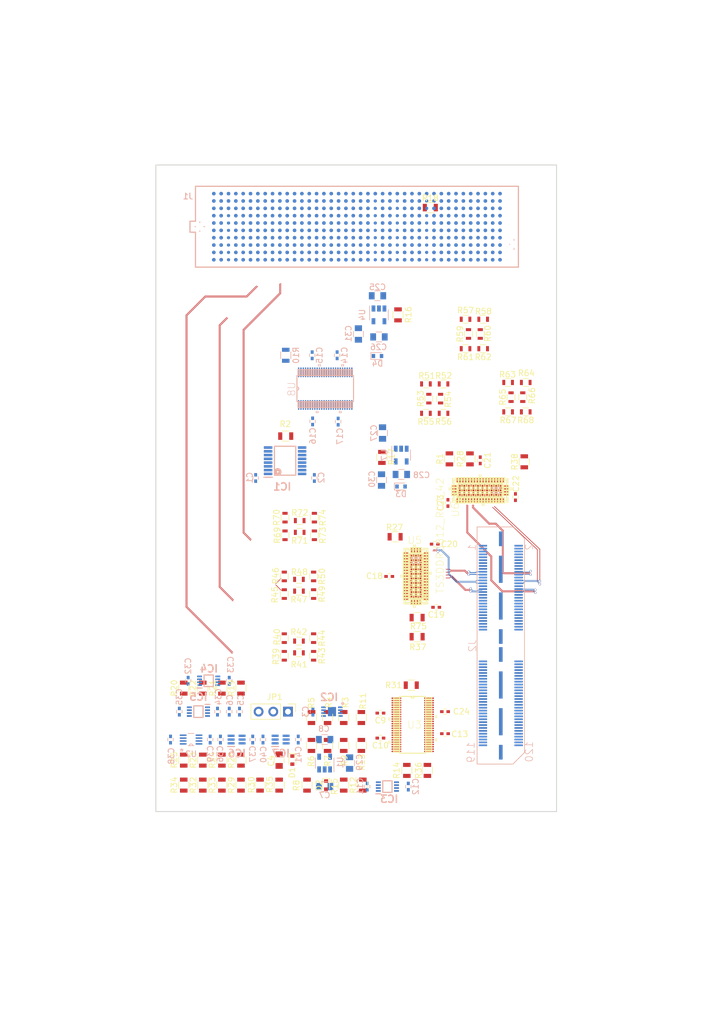
<source format=kicad_pcb>
(kicad_pcb (version 20171130) (host pcbnew "(5.1.10)-1")
  (layers (0 F.Cu signal) (1 In1.Cu signal) (2 In2.Cu signal) (3 In3.Cu signal) (4 In4.Cu signal) (31 B.Cu signal) (34 B.Paste user) (35 F.Paste user) (36 B.SilkS user) (37 F.SilkS user) (38 B.Mask user) (39 F.Mask user) (44 Edge.Cuts user))
  (net 0 "")
  (net 1 Earth)
  (net 2 CSI_C_D0_P)
  (net 3 CSI_C_D0_N)
  (net 4 CSI_C_D1_P)
  (net 5 CSI_C_D1_N)
  (net 6 "Net-(U5-PadV)")
  (net 7 CSI_D_D0_P)
  (net 8 CSI_D_D0_N)
  (net 9 CSI_C_CLK_P)
  (net 10 CSI_D_CLK_P)
  (net 11 CSI_C_CLK_N)
  (net 12 CSI_D_CLK_N)
  (net 13 CSI_D_D1_P)
  (net 14 CSI_D_D1_N)
  (net 15 "Net-(U6-PadV)")
  (net 16 /LVDS_to_Jetson_lines/LP_CSI_D_D0_P)
  (net 17 /LVDS_to_Jetson_lines/LP_CSI_D_D0_N)
  (net 18 /LVDS_to_Jetson_lines/LP_CSI_D_D1_P)
  (net 19 /LVDS_to_Jetson_lines/LP_CSI_D_D1_N)
  (net 20 /LVDS_to_Jetson_lines/LP_CSI_C_D0_P)
  (net 21 /LVDS_to_Jetson_lines/LP_CSI_C_D0_N)
  (net 22 /LVDS_to_Jetson_lines/LP_CSI_C_D1_P)
  (net 23 /LVDS_to_Jetson_lines/LP_CSI_C_D1_N)
  (net 24 /LVDS_to_Jetson_lines/LP_CSI_D_CLK_N)
  (net 25 /LVDS_to_Jetson_lines/LP_CSI_D_CLK_P)
  (net 26 /LVDS_to_Jetson_lines/LP_CSI_C_CLK_N)
  (net 27 /LVDS_to_Jetson_lines/LP_CSI_C_CLK_P)
  (net 28 /LVDS_to_Jetson_lines/HS_CSI_D_D0_P)
  (net 29 /LVDS_to_Jetson_lines/HS_CSI_D_D0_N)
  (net 30 /LVDS_to_Jetson_lines/HS_CSI_D_D1_P)
  (net 31 /LVDS_to_Jetson_lines/HS_CSI_D_D1_N)
  (net 32 /LVDS_to_Jetson_lines/HS_CSI_C_D0_P)
  (net 33 /LVDS_to_Jetson_lines/HS_CSI_C_D0_N)
  (net 34 /LVDS_to_Jetson_lines/HS_CSI_C_D1_P)
  (net 35 /LVDS_to_Jetson_lines/HS_CSI_C_D1_N)
  (net 36 /LVDS_to_Jetson_lines/HS_CSI_D_CLK_N)
  (net 37 /LVDS_to_Jetson_lines/HS_CSI_D_CLK_P)
  (net 38 /LVDS_to_Jetson_lines/HS_CSI_C_CLK_N)
  (net 39 /LVDS_to_Jetson_lines/HS_CSI_C_CLK_P)
  (net 40 /LVDS_to_Jetson_lines/FMC_HS_CSI_C_D1_N)
  (net 41 /LVDS_to_Jetson_lines/FMC_HS_CSI_C_D1_P)
  (net 42 /LVDS_to_Jetson_lines/FMC_HS_CSI_C_D0_N)
  (net 43 /LVDS_to_Jetson_lines/FMC_HS_CSI_C_D0_P)
  (net 44 /LVDS_to_Jetson_lines/FMC_HS_CSI_D_D1_N)
  (net 45 /LVDS_to_Jetson_lines/FMC_HS_CSI_D_D1_P)
  (net 46 /LVDS_to_Jetson_lines/FMC_HS_CSI_D_D0_N)
  (net 47 /LVDS_to_Jetson_lines/FMC_HS_CSI_D_D0_P)
  (net 48 /LVDS_to_Jetson_lines/FMC_HS_CSI_D_CLK_N)
  (net 49 /LVDS_to_Jetson_lines/FMC_HS_CSI_D_CLK_P)
  (net 50 /LVDS_to_Jetson_lines/FMC_HS_CSI_C_CLK_N)
  (net 51 /LVDS_to_Jetson_lines/FMC_HS_CSI_C_CLK_P)
  (net 52 /Jetson_connector/EEPROM_SCL)
  (net 53 /Jetson_connector/EEPROM_SDA)
  (net 54 /Jetson_connector/EEPROM_A2)
  (net 55 /Jetson_connector/EEPROM_A1)
  (net 56 /Jetson_connector/EEPROM_A0)
  (net 57 /Jetson_connector/JT_VDD_3V3)
  (net 58 /Jetson_connector/JT_VDD_5V)
  (net 59 "Net-(R8-Pad2)")
  (net 60 JT_1p8V_GPIO9_IN)
  (net 61 JT_1p8V_GPIO17_IN)
  (net 62 JT_1p8V_I2C_CAM_CLK)
  (net 63 JT_1p8V_I2C_CAM_DAT)
  (net 64 JT_1p8V_CAM0_MCLK)
  (net 65 JT_1p8V_CAM0_PWR)
  (net 66 JT_1p8V_CAM0_RST)
  (net 67 "Net-(IC3-Pad8)")
  (net 68 "Net-(IC3-Pad5)")
  (net 69 "Net-(IC3-Pad4)")
  (net 70 "Net-(IC3-Pad1)")
  (net 71 /LVDS_to_Jetson_lines/DIR_U8)
  (net 72 /Slow_signals_level_shifters/2DIR_U3)
  (net 73 /Slow_signals_level_shifters/1DIR_U3)
  (net 74 "Net-(R16-Pad2)")
  (net 75 /Jetson_connector/VCC_1V8_EEPROM)
  (net 76 "Net-(R17-Pad2)")
  (net 77 /VDD_VADJ)
  (net 78 /VOLT_3P3)
  (net 79 /VOLT_1P8)
  (net 80 /VOLT_1P2)
  (net 81 /VOLT_2P5)
  (net 82 /FMC_Connector/TDI)
  (net 83 /FMC_Connector/TDO)
  (net 84 /LVDS_to_Jetson_lines/DIR_IC1)
  (net 85 /LVDS_to_Jetson_lines/EN_U5)
  (net 86 /LVDS_to_Jetson_lines/EN_U6)
  (net 87 "Net-(IC4-Pad8)")
  (net 88 "Net-(IC4-Pad5)")
  (net 89 "Net-(IC4-Pad4)")
  (net 90 "Net-(IC4-Pad1)")
  (net 91 JT_1p8V_I2C2_CAM_CLK)
  (net 92 JT_1p8V_I2C2_CAM_DAT)
  (net 93 JT_1p8V_I2C3_CAM_CLK)
  (net 94 JT_1p8V_I2C3_CAM_DAT)
  (net 95 "Net-(IC5-Pad8)")
  (net 96 "Net-(IC5-Pad5)")
  (net 97 "Net-(IC5-Pad4)")
  (net 98 "Net-(IC5-Pad1)")
  (net 99 /LVDS_to_Jetson_lines/SWITCH_DATA_LANES_CSI_CD)
  (net 100 /LVDS_to_Jetson_lines/SWITCH_CLOCK_LANES_CSI_CD)
  (net 101 /LVDS_to_Jetson_lines/EN_MIPI_OUT_CSI_C)
  (net 102 /LVDS_to_Jetson_lines/EN_MIPI_OUT_CSI_D)
  (net 103 /LVDS_to_Jetson_lines/SWITCH1_U6)
  (net 104 /LVDS_to_Jetson_lines/SWITCH2_U5)
  (net 105 /LVDS_to_Jetson_lines/SWITCH2_U6)
  (net 106 /LVDS_to_Jetson_lines/SWITCH1_U5)
  (net 107 JT_VDD_1V8)
  (net 108 "Net-(IC6-Pad5)")
  (net 109 "Net-(IC6-Pad3)")
  (net 110 /Jetson_connector/JT_VDD_2V8)
  (net 111 /Jetson_connector/JT_VDD_1V2)
  (net 112 "Net-(R31-Pad1)")
  (net 113 "Net-(R32-Pad2)")
  (net 114 "Net-(R33-Pad2)")
  (net 115 "Net-(R34-Pad2)")
  (net 116 "Net-(IC7-Pad5)")
  (net 117 /Slow_signals_level_shifters/ENN_JETSON_GPIO)
  (net 118 "Net-(R36-Pad1)")
  (module FMC_MIPI_v2_sym:SOT65P210X110-6N (layer B.Cu) (at 104.14 128.524)
    (fp_text reference IC6 (at 0.05 2.4) (layer B.SilkS) (effects (font (size 1.27 1.27) (thickness 0.254)) (justify mirror)))
    (fp_text value SN74AVC1T45DCKT hide)
    (pad 6 smd rect (at 0.95 0.65 270) (size 0.4 1.2) (layers B.Cu B.Paste B.Mask) (net 77 /VDD_VADJ))
    (pad 5 smd rect (at 0.95 0 270) (size 0.4 1.2) (layers B.Cu B.Paste B.Mask) (net 108 "Net-(IC6-Pad5)"))
    (pad 4 smd rect (at 0.95 -0.65 270) (size 0.4 1.2) (layers B.Cu B.Paste B.Mask))
    (pad 3 smd rect (at -0.95 -0.65 270) (size 0.4 1.2) (layers B.Cu B.Paste B.Mask) (net 109 "Net-(IC6-Pad3)"))
    (pad 2 smd rect (at -0.95 0 270) (size 0.4 1.2) (layers B.Cu B.Paste B.Mask) (net 1 Earth))
    (pad 1 smd rect (at -0.95 0.65 270) (size 0.4 1.2) (layers B.Cu B.Paste B.Mask) (net 80 /VOLT_1P2))
  )
  (module FMC_MIPI_v2_sym:ASP-134488-01_VER2 (layer B.Cu) (at 124.968 39.878 180)
    (fp_text reference J1 (at 29.25 5.25 180) (layer B.SilkS) (effects (font (size 1.016 1.016) (thickness 0.1778)) (justify mirror)))
    (fp_text value ASP-134488-01 hide)
    (pad A1 smd circle (at 24.765 5.715 180) (size 0.635 0.635) (layers B.Cu B.Paste B.Mask))
    (pad A2 smd circle (at 23.495 5.715 180) (size 0.635 0.635) (layers B.Cu B.Paste B.Mask))
    (pad A3 smd circle (at 22.225 5.715 180) (size 0.635 0.635) (layers B.Cu B.Paste B.Mask))
    (pad A4 smd circle (at 20.955 5.715 180) (size 0.635 0.635) (layers B.Cu B.Paste B.Mask))
    (pad A5 smd circle (at 19.685 5.715 180) (size 0.635 0.635) (layers B.Cu B.Paste B.Mask))
    (pad A6 smd circle (at 18.415 5.715 180) (size 0.635 0.635) (layers B.Cu B.Paste B.Mask))
    (pad A7 smd circle (at 17.145 5.715 180) (size 0.635 0.635) (layers B.Cu B.Paste B.Mask))
    (pad A8 smd circle (at 15.875 5.715 180) (size 0.635 0.635) (layers B.Cu B.Paste B.Mask))
    (pad A9 smd circle (at 14.605 5.715 180) (size 0.635 0.635) (layers B.Cu B.Paste B.Mask))
    (pad A10 smd circle (at 13.335 5.715 180) (size 0.635 0.635) (layers B.Cu B.Paste B.Mask))
    (pad A11 smd circle (at 12.065 5.715 180) (size 0.635 0.635) (layers B.Cu B.Paste B.Mask))
    (pad A12 smd circle (at 10.795 5.715 180) (size 0.635 0.635) (layers B.Cu B.Paste B.Mask))
    (pad A13 smd circle (at 9.525 5.715 180) (size 0.635 0.635) (layers B.Cu B.Paste B.Mask))
    (pad A14 smd circle (at 8.255 5.715 180) (size 0.635 0.635) (layers B.Cu B.Paste B.Mask))
    (pad A15 smd circle (at 6.985 5.715 180) (size 0.635 0.635) (layers B.Cu B.Paste B.Mask))
    (pad A16 smd circle (at 5.715 5.715 180) (size 0.635 0.635) (layers B.Cu B.Paste B.Mask))
    (pad A17 smd circle (at 4.445 5.715 180) (size 0.635 0.635) (layers B.Cu B.Paste B.Mask))
    (pad A18 smd circle (at 3.175 5.715 180) (size 0.635 0.635) (layers B.Cu B.Paste B.Mask))
    (pad A19 smd circle (at 1.905 5.715 180) (size 0.635 0.635) (layers B.Cu B.Paste B.Mask))
    (pad A20 smd circle (at 0.635 5.715 180) (size 0.635 0.635) (layers B.Cu B.Paste B.Mask))
    (pad A21 smd circle (at -0.635 5.715 180) (size 0.635 0.635) (layers B.Cu B.Paste B.Mask))
    (pad A22 smd circle (at -1.905 5.715 180) (size 0.635 0.635) (layers B.Cu B.Paste B.Mask))
    (pad A23 smd circle (at -3.175 5.715 180) (size 0.635 0.635) (layers B.Cu B.Paste B.Mask))
    (pad A24 smd circle (at -4.445 5.715 180) (size 0.635 0.635) (layers B.Cu B.Paste B.Mask))
    (pad A25 smd circle (at -5.715 5.715 180) (size 0.635 0.635) (layers B.Cu B.Paste B.Mask))
    (pad A26 smd circle (at -6.985 5.715 180) (size 0.635 0.635) (layers B.Cu B.Paste B.Mask))
    (pad A27 smd circle (at -8.255 5.715 180) (size 0.635 0.635) (layers B.Cu B.Paste B.Mask))
    (pad A28 smd circle (at -9.525 5.715 180) (size 0.635 0.635) (layers B.Cu B.Paste B.Mask))
    (pad A29 smd circle (at -10.795 5.715 180) (size 0.635 0.635) (layers B.Cu B.Paste B.Mask))
    (pad A30 smd circle (at -12.065 5.715 180) (size 0.635 0.635) (layers B.Cu B.Paste B.Mask))
    (pad A31 smd circle (at -13.335 5.715 180) (size 0.635 0.635) (layers B.Cu B.Paste B.Mask))
    (pad A32 smd circle (at -14.605 5.715 180) (size 0.635 0.635) (layers B.Cu B.Paste B.Mask))
    (pad A33 smd circle (at -15.875 5.715 180) (size 0.635 0.635) (layers B.Cu B.Paste B.Mask))
    (pad A34 smd circle (at -17.145 5.715 180) (size 0.635 0.635) (layers B.Cu B.Paste B.Mask))
    (pad A35 smd circle (at -18.415 5.715 180) (size 0.635 0.635) (layers B.Cu B.Paste B.Mask))
    (pad A36 smd circle (at -19.685 5.715 180) (size 0.635 0.635) (layers B.Cu B.Paste B.Mask))
    (pad A37 smd circle (at -20.955 5.715 180) (size 0.635 0.635) (layers B.Cu B.Paste B.Mask))
    (pad A38 smd circle (at -22.225 5.715 180) (size 0.635 0.635) (layers B.Cu B.Paste B.Mask))
    (pad A39 smd circle (at -23.495 5.715 180) (size 0.635 0.635) (layers B.Cu B.Paste B.Mask))
    (pad A40 smd circle (at -24.765 5.715 180) (size 0.635 0.635) (layers B.Cu B.Paste B.Mask))
    (pad B1 smd circle (at 24.765 4.445 180) (size 0.635 0.635) (layers B.Cu B.Paste B.Mask))
    (pad B2 smd circle (at 23.495 4.445 180) (size 0.635 0.635) (layers B.Cu B.Paste B.Mask))
    (pad B3 smd circle (at 22.225 4.445 180) (size 0.635 0.635) (layers B.Cu B.Paste B.Mask))
    (pad B4 smd circle (at 20.955 4.445 180) (size 0.635 0.635) (layers B.Cu B.Paste B.Mask))
    (pad B5 smd circle (at 19.685 4.445 180) (size 0.635 0.635) (layers B.Cu B.Paste B.Mask))
    (pad B6 smd circle (at 18.415 4.445 180) (size 0.635 0.635) (layers B.Cu B.Paste B.Mask))
    (pad B7 smd circle (at 17.145 4.445 180) (size 0.635 0.635) (layers B.Cu B.Paste B.Mask))
    (pad B8 smd circle (at 15.875 4.445 180) (size 0.635 0.635) (layers B.Cu B.Paste B.Mask))
    (pad B9 smd circle (at 14.605 4.445 180) (size 0.635 0.635) (layers B.Cu B.Paste B.Mask))
    (pad B10 smd circle (at 13.335 4.445 180) (size 0.635 0.635) (layers B.Cu B.Paste B.Mask))
    (pad B11 smd circle (at 12.065 4.445 180) (size 0.635 0.635) (layers B.Cu B.Paste B.Mask))
    (pad B12 smd circle (at 10.795 4.445 180) (size 0.635 0.635) (layers B.Cu B.Paste B.Mask))
    (pad B13 smd circle (at 9.525 4.445 180) (size 0.635 0.635) (layers B.Cu B.Paste B.Mask))
    (pad B14 smd circle (at 8.255 4.445 180) (size 0.635 0.635) (layers B.Cu B.Paste B.Mask))
    (pad B15 smd circle (at 6.985 4.445 180) (size 0.635 0.635) (layers B.Cu B.Paste B.Mask))
    (pad B16 smd circle (at 5.715 4.445 180) (size 0.635 0.635) (layers B.Cu B.Paste B.Mask))
    (pad B17 smd circle (at 4.445 4.445 180) (size 0.635 0.635) (layers B.Cu B.Paste B.Mask))
    (pad B18 smd circle (at 3.175 4.445 180) (size 0.635 0.635) (layers B.Cu B.Paste B.Mask))
    (pad B19 smd circle (at 1.905 4.445 180) (size 0.635 0.635) (layers B.Cu B.Paste B.Mask))
    (pad B20 smd circle (at 0.635 4.445 180) (size 0.635 0.635) (layers B.Cu B.Paste B.Mask))
    (pad B21 smd circle (at -0.635 4.445 180) (size 0.635 0.635) (layers B.Cu B.Paste B.Mask))
    (pad B22 smd circle (at -1.905 4.445 180) (size 0.635 0.635) (layers B.Cu B.Paste B.Mask))
    (pad B23 smd circle (at -3.175 4.445 180) (size 0.5588 0.5588) (layers B.Cu B.Paste B.Mask))
    (pad B24 smd circle (at -4.445 4.445 180) (size 0.635 0.635) (layers B.Cu B.Paste B.Mask))
    (pad B25 smd circle (at -5.715 4.445 180) (size 0.635 0.635) (layers B.Cu B.Paste B.Mask))
    (pad B26 smd circle (at -6.985 4.445 180) (size 0.5588 0.5588) (layers B.Cu B.Paste B.Mask))
    (pad B27 smd circle (at -8.255 4.445 180) (size 0.635 0.635) (layers B.Cu B.Paste B.Mask))
    (pad B28 smd circle (at -9.525 4.445 180) (size 0.635 0.635) (layers B.Cu B.Paste B.Mask))
    (pad B29 smd circle (at -10.795 4.445 180) (size 0.635 0.635) (layers B.Cu B.Paste B.Mask))
    (pad B30 smd circle (at -12.065 4.445 180) (size 0.5588 0.5588) (layers B.Cu B.Paste B.Mask))
    (pad B31 smd circle (at -13.335 4.445 180) (size 0.635 0.635) (layers B.Cu B.Paste B.Mask))
    (pad B32 smd circle (at -14.605 4.445 180) (size 0.635 0.635) (layers B.Cu B.Paste B.Mask))
    (pad B33 smd circle (at -15.875 4.445 180) (size 0.635 0.635) (layers B.Cu B.Paste B.Mask))
    (pad B34 smd circle (at -17.145 4.445 180) (size 0.635 0.635) (layers B.Cu B.Paste B.Mask))
    (pad B35 smd circle (at -18.415 4.445 180) (size 0.635 0.635) (layers B.Cu B.Paste B.Mask))
    (pad B36 smd circle (at -19.685 4.445 180) (size 0.635 0.635) (layers B.Cu B.Paste B.Mask))
    (pad B37 smd circle (at -20.955 4.445 180) (size 0.635 0.635) (layers B.Cu B.Paste B.Mask))
    (pad B38 smd circle (at -22.225 4.445 180) (size 0.635 0.635) (layers B.Cu B.Paste B.Mask))
    (pad B39 smd circle (at -23.495 4.445 180) (size 0.635 0.635) (layers B.Cu B.Paste B.Mask))
    (pad B40 smd circle (at -24.765 4.445 180) (size 0.635 0.635) (layers B.Cu B.Paste B.Mask))
    (pad C1 smd circle (at 24.765 3.175 180) (size 0.635 0.635) (layers B.Cu B.Paste B.Mask))
    (pad C2 smd circle (at 23.495 3.175 180) (size 0.635 0.635) (layers B.Cu B.Paste B.Mask))
    (pad C3 smd circle (at 22.225 3.175 180) (size 0.635 0.635) (layers B.Cu B.Paste B.Mask))
    (pad C4 smd circle (at 20.955 3.175 180) (size 0.635 0.635) (layers B.Cu B.Paste B.Mask))
    (pad C5 smd circle (at 19.685 3.175 180) (size 0.635 0.635) (layers B.Cu B.Paste B.Mask))
    (pad C6 smd circle (at 18.415 3.175 180) (size 0.635 0.635) (layers B.Cu B.Paste B.Mask))
    (pad C7 smd circle (at 17.145 3.175 180) (size 0.635 0.635) (layers B.Cu B.Paste B.Mask))
    (pad C8 smd circle (at 15.875 3.175 180) (size 0.635 0.635) (layers B.Cu B.Paste B.Mask))
    (pad C9 smd circle (at 14.605 3.175 180) (size 0.635 0.635) (layers B.Cu B.Paste B.Mask))
    (pad C10 smd circle (at 13.335 3.175 180) (size 0.635 0.635) (layers B.Cu B.Paste B.Mask))
    (pad C11 smd circle (at 12.065 3.175 180) (size 0.635 0.635) (layers B.Cu B.Paste B.Mask))
    (pad C12 smd circle (at 10.795 3.175 180) (size 0.635 0.635) (layers B.Cu B.Paste B.Mask))
    (pad C13 smd circle (at 9.525 3.175 180) (size 0.635 0.635) (layers B.Cu B.Paste B.Mask))
    (pad C14 smd circle (at 8.255 3.175 180) (size 0.635 0.635) (layers B.Cu B.Paste B.Mask))
    (pad C15 smd circle (at 6.985 3.175 180) (size 0.635 0.635) (layers B.Cu B.Paste B.Mask))
    (pad C16 smd circle (at 5.715 3.175 180) (size 0.635 0.635) (layers B.Cu B.Paste B.Mask))
    (pad C17 smd circle (at 4.445 3.175 180) (size 0.635 0.635) (layers B.Cu B.Paste B.Mask))
    (pad C18 smd circle (at 3.175 3.175 180) (size 0.635 0.635) (layers B.Cu B.Paste B.Mask))
    (pad C19 smd circle (at 1.905 3.175 180) (size 0.635 0.635) (layers B.Cu B.Paste B.Mask))
    (pad C20 smd circle (at 0.635 3.175 180) (size 0.635 0.635) (layers B.Cu B.Paste B.Mask))
    (pad C21 smd circle (at -0.635 3.175 180) (size 0.635 0.635) (layers B.Cu B.Paste B.Mask))
    (pad C22 smd circle (at -1.905 3.175 180) (size 0.635 0.635) (layers B.Cu B.Paste B.Mask))
    (pad C23 smd circle (at -3.175 3.175 180) (size 0.5588 0.5588) (layers B.Cu B.Paste B.Mask))
    (pad C24 smd circle (at -4.445 3.175 180) (size 0.635 0.635) (layers B.Cu B.Paste B.Mask))
    (pad C25 smd circle (at -5.715 3.175 180) (size 0.635 0.635) (layers B.Cu B.Paste B.Mask))
    (pad C26 smd circle (at -6.985 3.175 180) (size 0.5588 0.5588) (layers B.Cu B.Paste B.Mask))
    (pad C27 smd circle (at -8.255 3.175 180) (size 0.635 0.635) (layers B.Cu B.Paste B.Mask))
    (pad C28 smd circle (at -9.525 3.175 180) (size 0.635 0.635) (layers B.Cu B.Paste B.Mask))
    (pad C29 smd circle (at -10.795 3.175 180) (size 0.635 0.635) (layers B.Cu B.Paste B.Mask))
    (pad C30 smd circle (at -12.065 3.175 180) (size 0.5588 0.5588) (layers B.Cu B.Paste B.Mask))
    (pad C31 smd circle (at -13.335 3.175 180) (size 0.635 0.635) (layers B.Cu B.Paste B.Mask))
    (pad C32 smd circle (at -14.605 3.175 180) (size 0.635 0.635) (layers B.Cu B.Paste B.Mask))
    (pad C33 smd circle (at -15.875 3.175 180) (size 0.635 0.635) (layers B.Cu B.Paste B.Mask))
    (pad C34 smd circle (at -17.145 3.175 180) (size 0.635 0.635) (layers B.Cu B.Paste B.Mask))
    (pad C35 smd circle (at -18.415 3.175 180) (size 0.635 0.635) (layers B.Cu B.Paste B.Mask))
    (pad C36 smd circle (at -19.685 3.175 180) (size 0.635 0.635) (layers B.Cu B.Paste B.Mask))
    (pad C37 smd circle (at -20.955 3.175 180) (size 0.635 0.635) (layers B.Cu B.Paste B.Mask))
    (pad C38 smd circle (at -22.225 3.175 180) (size 0.635 0.635) (layers B.Cu B.Paste B.Mask))
    (pad C39 smd circle (at -23.495 3.175 180) (size 0.635 0.635) (layers B.Cu B.Paste B.Mask) (net 78 /VOLT_3P3))
    (pad C40 smd circle (at -24.765 3.175 180) (size 0.635 0.635) (layers B.Cu B.Paste B.Mask))
    (pad D1 smd circle (at 24.765 1.905 180) (size 0.635 0.635) (layers B.Cu B.Paste B.Mask))
    (pad D2 smd circle (at 23.495 1.905 180) (size 0.635 0.635) (layers B.Cu B.Paste B.Mask))
    (pad D3 smd circle (at 22.225 1.905 180) (size 0.5588 0.5588) (layers B.Cu B.Paste B.Mask))
    (pad D4 smd circle (at 20.955 1.905 180) (size 0.635 0.635) (layers B.Cu B.Paste B.Mask))
    (pad D5 smd circle (at 19.685 1.905 180) (size 0.635 0.635) (layers B.Cu B.Paste B.Mask))
    (pad D6 smd circle (at 18.415 1.905 180) (size 0.635 0.635) (layers B.Cu B.Paste B.Mask))
    (pad D7 smd circle (at 17.145 1.905 180) (size 0.635 0.635) (layers B.Cu B.Paste B.Mask))
    (pad D8 smd circle (at 15.875 1.905 180) (size 0.635 0.635) (layers B.Cu B.Paste B.Mask))
    (pad D9 smd circle (at 14.605 1.905 180) (size 0.635 0.635) (layers B.Cu B.Paste B.Mask))
    (pad D10 smd circle (at 13.335 1.905 180) (size 0.635 0.635) (layers B.Cu B.Paste B.Mask))
    (pad D11 smd circle (at 12.065 1.905 180) (size 0.635 0.635) (layers B.Cu B.Paste B.Mask))
    (pad D12 smd circle (at 10.795 1.905 180) (size 0.635 0.635) (layers B.Cu B.Paste B.Mask))
    (pad D13 smd circle (at 9.525 1.905 180) (size 0.635 0.635) (layers B.Cu B.Paste B.Mask))
    (pad D14 smd circle (at 8.255 1.905 180) (size 0.635 0.635) (layers B.Cu B.Paste B.Mask))
    (pad D15 smd circle (at 6.985 1.905 180) (size 0.635 0.635) (layers B.Cu B.Paste B.Mask))
    (pad D16 smd circle (at 5.715 1.905 180) (size 0.635 0.635) (layers B.Cu B.Paste B.Mask))
    (pad D17 smd circle (at 4.445 1.905 180) (size 0.635 0.635) (layers B.Cu B.Paste B.Mask))
    (pad D18 smd circle (at 3.175 1.905 180) (size 0.635 0.635) (layers B.Cu B.Paste B.Mask))
    (pad D19 smd circle (at 1.905 1.905 180) (size 0.635 0.635) (layers B.Cu B.Paste B.Mask))
    (pad D20 smd circle (at 0.635 1.905 180) (size 0.635 0.635) (layers B.Cu B.Paste B.Mask))
    (pad D21 smd circle (at -0.635 1.905 180) (size 0.635 0.635) (layers B.Cu B.Paste B.Mask))
    (pad D22 smd circle (at -1.905 1.905 180) (size 0.635 0.635) (layers B.Cu B.Paste B.Mask))
    (pad D23 smd circle (at -3.175 1.905 180) (size 0.5588 0.5588) (layers B.Cu B.Paste B.Mask))
    (pad D24 smd circle (at -4.445 1.905 180) (size 0.635 0.635) (layers B.Cu B.Paste B.Mask))
    (pad D25 smd circle (at -5.715 1.905 180) (size 0.635 0.635) (layers B.Cu B.Paste B.Mask))
    (pad D26 smd circle (at -6.985 1.905 180) (size 0.5588 0.5588) (layers B.Cu B.Paste B.Mask))
    (pad D27 smd circle (at -8.255 1.905 180) (size 0.635 0.635) (layers B.Cu B.Paste B.Mask))
    (pad D28 smd circle (at -9.525 1.905 180) (size 0.635 0.635) (layers B.Cu B.Paste B.Mask))
    (pad D29 smd circle (at -10.795 1.905 180) (size 0.635 0.635) (layers B.Cu B.Paste B.Mask))
    (pad D30 smd circle (at -12.065 1.905 180) (size 0.5588 0.5588) (layers B.Cu B.Paste B.Mask) (net 82 /FMC_Connector/TDI))
    (pad D31 smd circle (at -13.335 1.905 180) (size 0.635 0.635) (layers B.Cu B.Paste B.Mask) (net 83 /FMC_Connector/TDO))
    (pad D32 smd circle (at -14.605 1.905 180) (size 0.635 0.635) (layers B.Cu B.Paste B.Mask))
    (pad D33 smd circle (at -15.875 1.905 180) (size 0.635 0.635) (layers B.Cu B.Paste B.Mask))
    (pad D34 smd circle (at -17.145 1.905 180) (size 0.635 0.635) (layers B.Cu B.Paste B.Mask))
    (pad D35 smd circle (at -18.415 1.905 180) (size 0.635 0.635) (layers B.Cu B.Paste B.Mask))
    (pad D36 smd circle (at -19.685 1.905 180) (size 0.635 0.635) (layers B.Cu B.Paste B.Mask) (net 78 /VOLT_3P3))
    (pad D37 smd circle (at -20.955 1.905 180) (size 0.635 0.635) (layers B.Cu B.Paste B.Mask))
    (pad D38 smd circle (at -22.225 1.905 180) (size 0.635 0.635) (layers B.Cu B.Paste B.Mask) (net 78 /VOLT_3P3))
    (pad D39 smd circle (at -23.495 1.905 180) (size 0.635 0.635) (layers B.Cu B.Paste B.Mask))
    (pad D40 smd circle (at -24.765 1.905 180) (size 0.635 0.635) (layers B.Cu B.Paste B.Mask) (net 78 /VOLT_3P3))
    (pad E1 smd circle (at 24.765 0.635 180) (size 0.635 0.635) (layers B.Cu B.Paste B.Mask) (net 1 Earth))
    (pad E2 smd circle (at 23.495 0.635 180) (size 0.635 0.635) (layers B.Cu B.Paste B.Mask))
    (pad E3 smd circle (at 22.225 0.635 90) (size 0.5588 0.5588) (layers B.Cu B.Paste B.Mask))
    (pad E4 smd circle (at 20.955 0.635 180) (size 0.635 0.635) (layers B.Cu B.Paste B.Mask) (net 1 Earth))
    (pad E5 smd circle (at 19.685 0.635 180) (size 0.635 0.635) (layers B.Cu B.Paste B.Mask) (net 1 Earth))
    (pad E6 smd circle (at 18.415 0.635 180) (size 0.635 0.635) (layers B.Cu B.Paste B.Mask))
    (pad E7 smd circle (at 17.145 0.635 180) (size 0.635 0.635) (layers B.Cu B.Paste B.Mask))
    (pad E8 smd circle (at 15.875 0.635 180) (size 0.635 0.635) (layers B.Cu B.Paste B.Mask) (net 1 Earth))
    (pad E9 smd circle (at 14.605 0.635 180) (size 0.635 0.635) (layers B.Cu B.Paste B.Mask))
    (pad E10 smd circle (at 13.335 0.635 180) (size 0.635 0.635) (layers B.Cu B.Paste B.Mask))
    (pad E11 smd circle (at 12.065 0.635 180) (size 0.635 0.635) (layers B.Cu B.Paste B.Mask) (net 1 Earth))
    (pad E12 smd circle (at 10.795 0.635 180) (size 0.635 0.635) (layers B.Cu B.Paste B.Mask))
    (pad E13 smd circle (at 9.525 0.635 180) (size 0.635 0.635) (layers B.Cu B.Paste B.Mask))
    (pad E14 smd circle (at 8.255 0.635 180) (size 0.635 0.635) (layers B.Cu B.Paste B.Mask) (net 1 Earth))
    (pad E15 smd circle (at 6.985 0.635 180) (size 0.635 0.635) (layers B.Cu B.Paste B.Mask))
    (pad E16 smd circle (at 5.715 0.635 180) (size 0.635 0.635) (layers B.Cu B.Paste B.Mask))
    (pad E17 smd circle (at 4.445 0.635 180) (size 0.635 0.635) (layers B.Cu B.Paste B.Mask) (net 1 Earth))
    (pad E18 smd circle (at 3.175 0.635 180) (size 0.635 0.635) (layers B.Cu B.Paste B.Mask))
    (pad E19 smd circle (at 1.905 0.635 180) (size 0.635 0.635) (layers B.Cu B.Paste B.Mask))
    (pad E20 smd circle (at 0.635 0.635 180) (size 0.635 0.635) (layers B.Cu B.Paste B.Mask) (net 1 Earth))
    (pad E21 smd circle (at -0.635 0.635 180) (size 0.635 0.635) (layers B.Cu B.Paste B.Mask))
    (pad E22 smd circle (at -1.905 0.635 180) (size 0.635 0.635) (layers B.Cu B.Paste B.Mask))
    (pad E23 smd circle (at -3.175 0.635 180) (size 0.5588 0.5588) (layers B.Cu B.Paste B.Mask) (net 1 Earth))
    (pad E24 smd circle (at -4.445 0.635 180) (size 0.635 0.635) (layers B.Cu B.Paste B.Mask))
    (pad E25 smd circle (at -5.715 0.635 180) (size 0.635 0.635) (layers B.Cu B.Paste B.Mask))
    (pad E26 smd circle (at -6.985 0.635 180) (size 0.5588 0.5588) (layers B.Cu B.Paste B.Mask) (net 1 Earth))
    (pad E27 smd circle (at -8.255 0.635 180) (size 0.635 0.635) (layers B.Cu B.Paste B.Mask))
    (pad E28 smd circle (at -9.525 0.635 180) (size 0.635 0.635) (layers B.Cu B.Paste B.Mask))
    (pad E29 smd circle (at -10.795 0.635 180) (size 0.635 0.635) (layers B.Cu B.Paste B.Mask) (net 1 Earth))
    (pad E30 smd circle (at -12.065 0.635 180) (size 0.5588 0.5588) (layers B.Cu B.Paste B.Mask))
    (pad E31 smd circle (at -13.335 0.635 180) (size 0.635 0.635) (layers B.Cu B.Paste B.Mask))
    (pad E32 smd circle (at -14.605 0.635 180) (size 0.635 0.635) (layers B.Cu B.Paste B.Mask) (net 1 Earth))
    (pad E33 smd circle (at -15.875 0.635 180) (size 0.635 0.635) (layers B.Cu B.Paste B.Mask))
    (pad E34 smd circle (at -17.145 0.635 180) (size 0.635 0.635) (layers B.Cu B.Paste B.Mask))
    (pad E35 smd circle (at -18.415 0.635 180) (size 0.635 0.635) (layers B.Cu B.Paste B.Mask) (net 1 Earth))
    (pad E36 smd circle (at -19.685 0.635 180) (size 0.635 0.635) (layers B.Cu B.Paste B.Mask))
    (pad E37 smd circle (at -20.955 0.635 180) (size 0.635 0.635) (layers B.Cu B.Paste B.Mask))
    (pad E38 smd circle (at -22.225 0.635 180) (size 0.635 0.635) (layers B.Cu B.Paste B.Mask) (net 1 Earth))
    (pad E39 smd circle (at -23.495 0.635 180) (size 0.635 0.635) (layers B.Cu B.Paste B.Mask) (net 77 /VDD_VADJ))
    (pad E40 smd circle (at -24.765 0.635 180) (size 0.635 0.635) (layers B.Cu B.Paste B.Mask) (net 1 Earth))
    (pad F1 smd circle (at 24.765 -0.635 180) (size 0.635 0.635) (layers B.Cu B.Paste B.Mask))
    (pad F2 smd circle (at 23.495 -0.635 180) (size 0.635 0.635) (layers B.Cu B.Paste B.Mask) (net 1 Earth))
    (pad F3 smd circle (at 22.225 -0.635 180) (size 0.5588 0.5588) (layers B.Cu B.Paste B.Mask) (net 1 Earth))
    (pad F4 smd circle (at 20.955 -0.635 180) (size 0.635 0.635) (layers B.Cu B.Paste B.Mask))
    (pad F5 smd circle (at 19.685 -0.635 180) (size 0.635 0.635) (layers B.Cu B.Paste B.Mask))
    (pad F6 smd circle (at 18.415 -0.635 180) (size 0.635 0.635) (layers B.Cu B.Paste B.Mask) (net 1 Earth))
    (pad F7 smd circle (at 17.145 -0.635 180) (size 0.635 0.635) (layers B.Cu B.Paste B.Mask))
    (pad F8 smd circle (at 15.875 -0.635 180) (size 0.635 0.635) (layers B.Cu B.Paste B.Mask))
    (pad F9 smd circle (at 14.605 -0.635 180) (size 0.635 0.635) (layers B.Cu B.Paste B.Mask) (net 1 Earth))
    (pad F10 smd circle (at 13.335 -0.635 180) (size 0.635 0.635) (layers B.Cu B.Paste B.Mask))
    (pad F11 smd circle (at 12.065 -0.635 180) (size 0.635 0.635) (layers B.Cu B.Paste B.Mask))
    (pad F12 smd circle (at 10.795 -0.635 180) (size 0.635 0.635) (layers B.Cu B.Paste B.Mask) (net 1 Earth))
    (pad F13 smd circle (at 9.525 -0.635 180) (size 0.635 0.635) (layers B.Cu B.Paste B.Mask))
    (pad F14 smd circle (at 8.255 -0.635 180) (size 0.635 0.635) (layers B.Cu B.Paste B.Mask))
    (pad F15 smd circle (at 6.985 -0.635 180) (size 0.635 0.635) (layers B.Cu B.Paste B.Mask) (net 1 Earth))
    (pad F16 smd circle (at 5.715 -0.635 180) (size 0.635 0.635) (layers B.Cu B.Paste B.Mask))
    (pad F17 smd circle (at 4.445 -0.635 180) (size 0.635 0.635) (layers B.Cu B.Paste B.Mask))
    (pad F18 smd circle (at 3.175 -0.635 180) (size 0.635 0.635) (layers B.Cu B.Paste B.Mask) (net 1 Earth))
    (pad F19 smd circle (at 1.905 -0.635 180) (size 0.635 0.635) (layers B.Cu B.Paste B.Mask))
    (pad F20 smd circle (at 0.635 -0.635 180) (size 0.635 0.635) (layers B.Cu B.Paste B.Mask))
    (pad F21 smd circle (at -0.635 -0.635 180) (size 0.635 0.635) (layers B.Cu B.Paste B.Mask) (net 1 Earth))
    (pad F22 smd circle (at -1.905 -0.635 180) (size 0.635 0.635) (layers B.Cu B.Paste B.Mask))
    (pad F23 smd circle (at -3.175 -0.635 180) (size 0.5588 0.5588) (layers B.Cu B.Paste B.Mask))
    (pad F24 smd circle (at -4.445 -0.635 180) (size 0.635 0.635) (layers B.Cu B.Paste B.Mask) (net 1 Earth))
    (pad F25 smd circle (at -5.715 -0.635 180) (size 0.635 0.635) (layers B.Cu B.Paste B.Mask))
    (pad F26 smd circle (at -6.985 -0.635 180) (size 0.5588 0.5588) (layers B.Cu B.Paste B.Mask))
    (pad F27 smd circle (at -8.255 -0.635 180) (size 0.635 0.635) (layers B.Cu B.Paste B.Mask) (net 1 Earth))
    (pad F28 smd circle (at -9.525 -0.635 180) (size 0.635 0.635) (layers B.Cu B.Paste B.Mask))
    (pad F29 smd circle (at -10.795 -0.635 180) (size 0.635 0.635) (layers B.Cu B.Paste B.Mask))
    (pad F30 smd circle (at -12.065 -0.635 180) (size 0.5588 0.5588) (layers B.Cu B.Paste B.Mask) (net 1 Earth))
    (pad F31 smd circle (at -13.335 -0.635 180) (size 0.635 0.635) (layers B.Cu B.Paste B.Mask))
    (pad F32 smd circle (at -14.605 -0.635 180) (size 0.635 0.635) (layers B.Cu B.Paste B.Mask))
    (pad F33 smd circle (at -15.875 -0.635 180) (size 0.635 0.635) (layers B.Cu B.Paste B.Mask) (net 1 Earth))
    (pad F34 smd circle (at -17.145 -0.635 180) (size 0.635 0.635) (layers B.Cu B.Paste B.Mask))
    (pad F35 smd circle (at -18.415 -0.635 180) (size 0.635 0.635) (layers B.Cu B.Paste B.Mask))
    (pad F36 smd circle (at -19.685 -0.635 180) (size 0.635 0.635) (layers B.Cu B.Paste B.Mask) (net 1 Earth))
    (pad F37 smd circle (at -20.955 -0.635 180) (size 0.635 0.635) (layers B.Cu B.Paste B.Mask))
    (pad F38 smd circle (at -22.225 -0.635 180) (size 0.635 0.635) (layers B.Cu B.Paste B.Mask))
    (pad F39 smd circle (at -23.495 -0.635 180) (size 0.635 0.635) (layers B.Cu B.Paste B.Mask) (net 1 Earth))
    (pad F40 smd circle (at -24.765 -0.635 180) (size 0.635 0.635) (layers B.Cu B.Paste B.Mask) (net 77 /VDD_VADJ))
    (pad G1 smd circle (at 24.765 -1.905 180) (size 0.635 0.635) (layers B.Cu B.Paste B.Mask) (net 1 Earth))
    (pad G2 smd circle (at 23.495 -1.905 180) (size 0.635 0.635) (layers B.Cu B.Paste B.Mask))
    (pad G3 smd circle (at 22.225 -1.905 180) (size 0.5588 0.5588) (layers B.Cu B.Paste B.Mask))
    (pad G4 smd circle (at 20.955 -1.905 180) (size 0.635 0.635) (layers B.Cu B.Paste B.Mask) (net 1 Earth))
    (pad G5 smd circle (at 19.685 -1.905 180) (size 0.635 0.635) (layers B.Cu B.Paste B.Mask) (net 1 Earth))
    (pad G6 smd circle (at 18.415 -1.905 180) (size 0.635 0.635) (layers B.Cu B.Paste B.Mask))
    (pad G7 smd circle (at 17.145 -1.905 180) (size 0.635 0.635) (layers B.Cu B.Paste B.Mask))
    (pad G8 smd circle (at 15.875 -1.905 180) (size 0.635 0.635) (layers B.Cu B.Paste B.Mask) (net 1 Earth))
    (pad G9 smd circle (at 14.605 -1.905 180) (size 0.635 0.635) (layers B.Cu B.Paste B.Mask))
    (pad G10 smd circle (at 13.335 -1.905 180) (size 0.635 0.635) (layers B.Cu B.Paste B.Mask))
    (pad G11 smd circle (at 12.065 -1.905 180) (size 0.635 0.635) (layers B.Cu B.Paste B.Mask) (net 1 Earth))
    (pad G12 smd circle (at 10.795 -1.905 180) (size 0.635 0.635) (layers B.Cu B.Paste B.Mask))
    (pad G13 smd circle (at 9.525 -1.905 180) (size 0.635 0.635) (layers B.Cu B.Paste B.Mask))
    (pad G14 smd circle (at 8.255 -1.905 180) (size 0.635 0.635) (layers B.Cu B.Paste B.Mask) (net 1 Earth))
    (pad G15 smd circle (at 6.985 -1.905 180) (size 0.635 0.635) (layers B.Cu B.Paste B.Mask))
    (pad G16 smd circle (at 5.715 -1.905 180) (size 0.635 0.635) (layers B.Cu B.Paste B.Mask))
    (pad G17 smd circle (at 4.445 -1.905 180) (size 0.635 0.635) (layers B.Cu B.Paste B.Mask) (net 1 Earth))
    (pad G18 smd circle (at 3.175 -1.905 180) (size 0.635 0.635) (layers B.Cu B.Paste B.Mask))
    (pad G19 smd circle (at 1.905 -1.905 180) (size 0.635 0.635) (layers B.Cu B.Paste B.Mask))
    (pad G20 smd circle (at 0.635 -1.905 180) (size 0.635 0.635) (layers B.Cu B.Paste B.Mask) (net 1 Earth))
    (pad G21 smd circle (at -0.635 -1.905 180) (size 0.635 0.635) (layers B.Cu B.Paste B.Mask))
    (pad G22 smd circle (at -1.905 -1.905 180) (size 0.635 0.635) (layers B.Cu B.Paste B.Mask))
    (pad G23 smd circle (at -3.175 -1.905 180) (size 0.5588 0.5588) (layers B.Cu B.Paste B.Mask) (net 1 Earth))
    (pad G24 smd circle (at -4.445 -1.905 180) (size 0.635 0.635) (layers B.Cu B.Paste B.Mask))
    (pad G25 smd circle (at -5.715 -1.905 180) (size 0.635 0.635) (layers B.Cu B.Paste B.Mask))
    (pad G26 smd circle (at -6.985 -1.905 180) (size 0.5588 0.5588) (layers B.Cu B.Paste B.Mask) (net 1 Earth))
    (pad G27 smd circle (at -8.255 -1.905 180) (size 0.635 0.635) (layers B.Cu B.Paste B.Mask))
    (pad G28 smd circle (at -9.525 -1.905 180) (size 0.635 0.635) (layers B.Cu B.Paste B.Mask))
    (pad G29 smd circle (at -10.795 -1.905 180) (size 0.635 0.635) (layers B.Cu B.Paste B.Mask) (net 1 Earth))
    (pad G30 smd circle (at -12.065 -1.905 180) (size 0.5588 0.5588) (layers B.Cu B.Paste B.Mask))
    (pad G31 smd circle (at -13.335 -1.905 180) (size 0.635 0.635) (layers B.Cu B.Paste B.Mask))
    (pad G32 smd circle (at -14.605 -1.905 180) (size 0.635 0.635) (layers B.Cu B.Paste B.Mask) (net 1 Earth))
    (pad G33 smd circle (at -15.875 -1.905 180) (size 0.635 0.635) (layers B.Cu B.Paste B.Mask))
    (pad G34 smd circle (at -17.145 -1.905 180) (size 0.635 0.635) (layers B.Cu B.Paste B.Mask))
    (pad G35 smd circle (at -18.415 -1.905 180) (size 0.635 0.635) (layers B.Cu B.Paste B.Mask) (net 1 Earth))
    (pad G36 smd circle (at -19.685 -1.905 180) (size 0.635 0.635) (layers B.Cu B.Paste B.Mask))
    (pad G37 smd circle (at -20.955 -1.905 180) (size 0.635 0.635) (layers B.Cu B.Paste B.Mask))
    (pad G38 smd circle (at -22.225 -1.905 180) (size 0.635 0.635) (layers B.Cu B.Paste B.Mask) (net 1 Earth))
    (pad G39 smd circle (at -23.495 -1.905 180) (size 0.635 0.635) (layers B.Cu B.Paste B.Mask) (net 77 /VDD_VADJ))
    (pad G40 smd circle (at -24.765 -1.905 180) (size 0.635 0.635) (layers B.Cu B.Paste B.Mask) (net 1 Earth))
    (pad H1 smd circle (at 24.765 -3.175 180) (size 0.635 0.635) (layers B.Cu B.Paste B.Mask))
    (pad H2 smd circle (at 23.495 -3.175 180) (size 0.635 0.635) (layers B.Cu B.Paste B.Mask))
    (pad H3 smd circle (at 22.225 -3.175 180) (size 0.5588 0.5588) (layers B.Cu B.Paste B.Mask) (net 1 Earth))
    (pad H4 smd circle (at 20.955 -3.175 180) (size 0.635 0.635) (layers B.Cu B.Paste B.Mask))
    (pad H5 smd circle (at 19.685 -3.175 180) (size 0.635 0.635) (layers B.Cu B.Paste B.Mask))
    (pad H6 smd circle (at 18.415 -3.175 180) (size 0.635 0.635) (layers B.Cu B.Paste B.Mask) (net 1 Earth))
    (pad H7 smd circle (at 17.145 -3.175 180) (size 0.635 0.635) (layers B.Cu B.Paste B.Mask))
    (pad H8 smd circle (at 15.875 -3.175 180) (size 0.635 0.635) (layers B.Cu B.Paste B.Mask))
    (pad H9 smd circle (at 14.605 -3.175 180) (size 0.635 0.635) (layers B.Cu B.Paste B.Mask) (net 1 Earth))
    (pad H10 smd circle (at 13.335 -3.175 180) (size 0.635 0.635) (layers B.Cu B.Paste B.Mask))
    (pad H11 smd circle (at 12.065 -3.175 180) (size 0.635 0.635) (layers B.Cu B.Paste B.Mask))
    (pad H12 smd circle (at 10.795 -3.175 180) (size 0.635 0.635) (layers B.Cu B.Paste B.Mask) (net 1 Earth))
    (pad H13 smd circle (at 9.525 -3.175 180) (size 0.635 0.635) (layers B.Cu B.Paste B.Mask))
    (pad H14 smd circle (at 8.255 -3.175 180) (size 0.635 0.635) (layers B.Cu B.Paste B.Mask))
    (pad H15 smd circle (at 6.985 -3.175 180) (size 0.635 0.635) (layers B.Cu B.Paste B.Mask) (net 1 Earth))
    (pad H16 smd circle (at 5.715 -3.175 180) (size 0.635 0.635) (layers B.Cu B.Paste B.Mask))
    (pad H17 smd circle (at 4.445 -3.175 180) (size 0.635 0.635) (layers B.Cu B.Paste B.Mask))
    (pad H18 smd circle (at 3.175 -3.175 180) (size 0.635 0.635) (layers B.Cu B.Paste B.Mask) (net 1 Earth))
    (pad H19 smd circle (at 1.905 -3.175 180) (size 0.635 0.635) (layers B.Cu B.Paste B.Mask))
    (pad H20 smd circle (at 0.635 -3.175 180) (size 0.635 0.635) (layers B.Cu B.Paste B.Mask))
    (pad H21 smd circle (at -0.635 -3.175 180) (size 0.635 0.635) (layers B.Cu B.Paste B.Mask) (net 1 Earth))
    (pad H22 smd circle (at -1.905 -3.175 180) (size 0.635 0.635) (layers B.Cu B.Paste B.Mask))
    (pad H23 smd circle (at -3.175 -3.175 180) (size 0.5588 0.5588) (layers B.Cu B.Paste B.Mask))
    (pad H24 smd circle (at -4.445 -3.175 180) (size 0.635 0.635) (layers B.Cu B.Paste B.Mask) (net 1 Earth))
    (pad H25 smd circle (at -5.715 -3.175 180) (size 0.635 0.635) (layers B.Cu B.Paste B.Mask))
    (pad H26 smd circle (at -6.985 -3.175 180) (size 0.5588 0.5588) (layers B.Cu B.Paste B.Mask))
    (pad H27 smd circle (at -8.255 -3.175 180) (size 0.635 0.635) (layers B.Cu B.Paste B.Mask) (net 1 Earth))
    (pad H28 smd circle (at -9.525 -3.175 180) (size 0.635 0.635) (layers B.Cu B.Paste B.Mask))
    (pad H29 smd circle (at -10.795 -3.175 180) (size 0.635 0.635) (layers B.Cu B.Paste B.Mask))
    (pad H30 smd circle (at -12.065 -3.175 180) (size 0.5588 0.5588) (layers B.Cu B.Paste B.Mask) (net 1 Earth))
    (pad H31 smd circle (at -13.335 -3.175 180) (size 0.635 0.635) (layers B.Cu B.Paste B.Mask))
    (pad H32 smd circle (at -14.605 -3.175 180) (size 0.635 0.635) (layers B.Cu B.Paste B.Mask))
    (pad H33 smd circle (at -15.875 -3.175 180) (size 0.635 0.635) (layers B.Cu B.Paste B.Mask) (net 1 Earth))
    (pad H34 smd circle (at -17.145 -3.175 180) (size 0.635 0.635) (layers B.Cu B.Paste B.Mask))
    (pad H35 smd circle (at -18.415 -3.175 180) (size 0.635 0.635) (layers B.Cu B.Paste B.Mask))
    (pad H36 smd circle (at -19.685 -3.175 180) (size 0.635 0.635) (layers B.Cu B.Paste B.Mask) (net 1 Earth))
    (pad H37 smd circle (at -20.955 -3.175 180) (size 0.635 0.635) (layers B.Cu B.Paste B.Mask))
    (pad H38 smd circle (at -22.225 -3.175 180) (size 0.635 0.635) (layers B.Cu B.Paste B.Mask))
    (pad H39 smd circle (at -23.495 -3.175 180) (size 0.635 0.635) (layers B.Cu B.Paste B.Mask) (net 1 Earth))
    (pad H40 smd circle (at -24.765 -3.175 180) (size 0.635 0.635) (layers B.Cu B.Paste B.Mask) (net 77 /VDD_VADJ))
    (pad J1 smd circle (at 24.765 -4.445 180) (size 0.635 0.635) (layers B.Cu B.Paste B.Mask) (net 1 Earth))
    (pad J2 smd circle (at 23.495 -4.445 180) (size 0.635 0.635) (layers B.Cu B.Paste B.Mask))
    (pad J3 smd circle (at 22.225 -4.445 180) (size 0.5588 0.5588) (layers B.Cu B.Paste B.Mask))
    (pad J4 smd circle (at 20.955 -4.445 180) (size 0.635 0.635) (layers B.Cu B.Paste B.Mask) (net 1 Earth))
    (pad J5 smd circle (at 19.685 -4.445 180) (size 0.635 0.635) (layers B.Cu B.Paste B.Mask) (net 1 Earth))
    (pad J6 smd circle (at 18.415 -4.445 180) (size 0.635 0.635) (layers B.Cu B.Paste B.Mask))
    (pad J7 smd circle (at 17.145 -4.445 180) (size 0.635 0.635) (layers B.Cu B.Paste B.Mask))
    (pad J8 smd circle (at 15.875 -4.445 180) (size 0.635 0.635) (layers B.Cu B.Paste B.Mask) (net 1 Earth))
    (pad J9 smd circle (at 14.605 -4.445 180) (size 0.635 0.635) (layers B.Cu B.Paste B.Mask))
    (pad J10 smd circle (at 13.335 -4.445 180) (size 0.635 0.635) (layers B.Cu B.Paste B.Mask))
    (pad J11 smd circle (at 12.065 -4.445 180) (size 0.635 0.635) (layers B.Cu B.Paste B.Mask) (net 1 Earth))
    (pad J12 smd circle (at 10.795 -4.445 180) (size 0.635 0.635) (layers B.Cu B.Paste B.Mask))
    (pad J13 smd circle (at 9.525 -4.445 180) (size 0.635 0.635) (layers B.Cu B.Paste B.Mask))
    (pad J14 smd circle (at 8.255 -4.445 180) (size 0.635 0.635) (layers B.Cu B.Paste B.Mask) (net 1 Earth))
    (pad J15 smd circle (at 6.985 -4.445 180) (size 0.635 0.635) (layers B.Cu B.Paste B.Mask))
    (pad J16 smd circle (at 5.715 -4.445 180) (size 0.635 0.635) (layers B.Cu B.Paste B.Mask))
    (pad J17 smd circle (at 4.445 -4.445 180) (size 0.635 0.635) (layers B.Cu B.Paste B.Mask) (net 1 Earth))
    (pad J18 smd circle (at 3.175 -4.445 180) (size 0.635 0.635) (layers B.Cu B.Paste B.Mask))
    (pad J19 smd circle (at 1.905 -4.445 180) (size 0.635 0.635) (layers B.Cu B.Paste B.Mask))
    (pad J20 smd circle (at 0.635 -4.445 180) (size 0.635 0.635) (layers B.Cu B.Paste B.Mask) (net 1 Earth))
    (pad J21 smd circle (at -0.635 -4.445 180) (size 0.635 0.635) (layers B.Cu B.Paste B.Mask))
    (pad J22 smd circle (at -1.905 -4.445 180) (size 0.635 0.635) (layers B.Cu B.Paste B.Mask))
    (pad J23 smd circle (at -3.175 -4.445 180) (size 0.5588 0.5588) (layers B.Cu B.Paste B.Mask) (net 1 Earth))
    (pad J24 smd circle (at -4.445 -4.445 180) (size 0.635 0.635) (layers B.Cu B.Paste B.Mask))
    (pad J25 smd circle (at -5.715 -4.445 180) (size 0.635 0.635) (layers B.Cu B.Paste B.Mask))
    (pad J26 smd circle (at -6.985 -4.445 180) (size 0.5588 0.5588) (layers B.Cu B.Paste B.Mask) (net 1 Earth))
    (pad J27 smd circle (at -8.255 -4.445 180) (size 0.635 0.635) (layers B.Cu B.Paste B.Mask))
    (pad J28 smd circle (at -9.525 -4.445 180) (size 0.635 0.635) (layers B.Cu B.Paste B.Mask))
    (pad J29 smd circle (at -10.795 -4.445 180) (size 0.635 0.635) (layers B.Cu B.Paste B.Mask) (net 1 Earth))
    (pad J30 smd circle (at -12.065 -4.445 180) (size 0.5588 0.5588) (layers B.Cu B.Paste B.Mask))
    (pad J31 smd circle (at -13.335 -4.445 180) (size 0.635 0.635) (layers B.Cu B.Paste B.Mask))
    (pad J32 smd circle (at -14.605 -4.445 180) (size 0.635 0.635) (layers B.Cu B.Paste B.Mask) (net 1 Earth))
    (pad J33 smd circle (at -15.875 -4.445 180) (size 0.635 0.635) (layers B.Cu B.Paste B.Mask))
    (pad J34 smd circle (at -17.145 -4.445 180) (size 0.635 0.635) (layers B.Cu B.Paste B.Mask))
    (pad J35 smd circle (at -18.415 -4.445 180) (size 0.635 0.635) (layers B.Cu B.Paste B.Mask) (net 1 Earth))
    (pad J36 smd circle (at -19.685 -4.445 180) (size 0.635 0.635) (layers B.Cu B.Paste B.Mask))
    (pad J37 smd circle (at -20.955 -4.445 180) (size 0.635 0.635) (layers B.Cu B.Paste B.Mask))
    (pad J38 smd circle (at -22.225 -4.445 180) (size 0.635 0.635) (layers B.Cu B.Paste B.Mask) (net 1 Earth))
    (pad J39 smd circle (at -23.495 -4.445 180) (size 0.635 0.635) (layers B.Cu B.Paste B.Mask))
    (pad J40 smd circle (at -24.765 -4.445 180) (size 0.635 0.635) (layers B.Cu B.Paste B.Mask) (net 1 Earth))
    (pad K1 smd circle (at 24.765 -5.715 180) (size 0.635 0.635) (layers B.Cu B.Paste B.Mask))
    (pad K2 smd circle (at 23.495 -5.715 180) (size 0.635 0.635) (layers B.Cu B.Paste B.Mask) (net 1 Earth))
    (pad K3 smd circle (at 22.225 -5.715 180) (size 0.5588 0.5588) (layers B.Cu B.Paste B.Mask) (net 1 Earth))
    (pad K4 smd circle (at 20.955 -5.715 180) (size 0.635 0.635) (layers B.Cu B.Paste B.Mask))
    (pad K5 smd circle (at 19.685 -5.715 180) (size 0.635 0.635) (layers B.Cu B.Paste B.Mask))
    (pad K6 smd circle (at 18.415 -5.715 180) (size 0.635 0.635) (layers B.Cu B.Paste B.Mask) (net 1 Earth))
    (pad K7 smd circle (at 17.145 -5.715 180) (size 0.635 0.635) (layers B.Cu B.Paste B.Mask))
    (pad K8 smd circle (at 15.875 -5.715 180) (size 0.635 0.635) (layers B.Cu B.Paste B.Mask))
    (pad K9 smd circle (at 14.605 -5.715 180) (size 0.635 0.635) (layers B.Cu B.Paste B.Mask) (net 1 Earth))
    (pad K10 smd circle (at 13.335 -5.715 180) (size 0.635 0.635) (layers B.Cu B.Paste B.Mask))
    (pad K11 smd circle (at 12.065 -5.715 180) (size 0.635 0.635) (layers B.Cu B.Paste B.Mask))
    (pad K12 smd circle (at 10.795 -5.715 180) (size 0.635 0.635) (layers B.Cu B.Paste B.Mask) (net 1 Earth))
    (pad K13 smd circle (at 9.525 -5.715 180) (size 0.635 0.635) (layers B.Cu B.Paste B.Mask))
    (pad K14 smd circle (at 8.255 -5.715 180) (size 0.635 0.635) (layers B.Cu B.Paste B.Mask))
    (pad K15 smd circle (at 6.985 -5.715 180) (size 0.635 0.635) (layers B.Cu B.Paste B.Mask) (net 1 Earth))
    (pad K16 smd circle (at 5.715 -5.715 180) (size 0.635 0.635) (layers B.Cu B.Paste B.Mask))
    (pad K17 smd circle (at 4.445 -5.715 180) (size 0.635 0.635) (layers B.Cu B.Paste B.Mask))
    (pad K18 smd circle (at 3.175 -5.715 180) (size 0.635 0.635) (layers B.Cu B.Paste B.Mask) (net 1 Earth))
    (pad K19 smd circle (at 1.905 -5.715 180) (size 0.635 0.635) (layers B.Cu B.Paste B.Mask))
    (pad K20 smd circle (at 0.635 -5.715 180) (size 0.635 0.635) (layers B.Cu B.Paste B.Mask))
    (pad K21 smd circle (at -0.635 -5.715 180) (size 0.635 0.635) (layers B.Cu B.Paste B.Mask) (net 1 Earth))
    (pad K22 smd circle (at -1.905 -5.715 180) (size 0.635 0.635) (layers B.Cu B.Paste B.Mask))
    (pad K23 smd circle (at -3.175 -5.715 180) (size 0.5588 0.5588) (layers B.Cu B.Paste B.Mask))
    (pad K24 smd circle (at -4.445 -5.715 180) (size 0.635 0.635) (layers B.Cu B.Paste B.Mask) (net 1 Earth))
    (pad K25 smd circle (at -5.715 -5.715 180) (size 0.635 0.635) (layers B.Cu B.Paste B.Mask))
    (pad K26 smd circle (at -6.985 -5.715 180) (size 0.5588 0.5588) (layers B.Cu B.Paste B.Mask))
    (pad K27 smd circle (at -8.255 -5.715 180) (size 0.635 0.635) (layers B.Cu B.Paste B.Mask) (net 1 Earth))
    (pad K28 smd circle (at -9.525 -5.715 180) (size 0.635 0.635) (layers B.Cu B.Paste B.Mask))
    (pad K29 smd circle (at -10.795 -5.715 180) (size 0.635 0.635) (layers B.Cu B.Paste B.Mask))
    (pad K30 smd circle (at -12.065 -5.715 180) (size 0.5588 0.5588) (layers B.Cu B.Paste B.Mask) (net 1 Earth))
    (pad K31 smd circle (at -13.335 -5.715 180) (size 0.635 0.635) (layers B.Cu B.Paste B.Mask))
    (pad K32 smd circle (at -14.605 -5.715 180) (size 0.635 0.635) (layers B.Cu B.Paste B.Mask))
    (pad K33 smd circle (at -15.875 -5.715 180) (size 0.635 0.635) (layers B.Cu B.Paste B.Mask) (net 1 Earth))
    (pad K34 smd circle (at -17.145 -5.715 180) (size 0.635 0.635) (layers B.Cu B.Paste B.Mask))
    (pad K35 smd circle (at -18.415 -5.715 180) (size 0.635 0.635) (layers B.Cu B.Paste B.Mask))
    (pad K36 smd circle (at -19.685 -5.715 180) (size 0.635 0.635) (layers B.Cu B.Paste B.Mask) (net 1 Earth))
    (pad K37 smd circle (at -20.955 -5.715 180) (size 0.635 0.635) (layers B.Cu B.Paste B.Mask))
    (pad K38 smd circle (at -22.225 -5.715 180) (size 0.635 0.635) (layers B.Cu B.Paste B.Mask))
    (pad K39 smd circle (at -23.495 -5.715 180) (size 0.635 0.635) (layers B.Cu B.Paste B.Mask) (net 1 Earth))
    (pad K40 smd circle (at -24.765 -5.715 180) (size 0.635 0.635) (layers B.Cu B.Paste B.Mask))
    (pad "" np_thru_hole circle (at -27.1907 -3.048 180) (size 1.27 1.27) (drill 1.27) (layers *.Cu *.Mask))
    (pad "" np_thru_hole circle (at 27.1907 0 180) (size 1.27 1.27) (drill 1.27) (layers *.Cu *.Mask))
    (pad "" np_thru_hole circle (at 31.490666 -2.0066 180) (size 2.5654 2.5654) (drill 2.5654) (layers *.Cu *.Mask))
    (pad "" np_thru_hole circle (at -31.5087 -2.0066 180) (size 2.5654 2.5654) (drill 2.5654) (layers *.Cu *.Mask))
  )
  (module FMC_MIPI_v2_sym:QTH-060-01-X-D-A-QTH-060-01-X-D-A (layer B.Cu) (at 149.86 112.268 270)
    (fp_text reference J2 (at 0.0635 4.89966 270) (layer B.SilkS) (effects (font (size 1.27 1.27) (thickness 0.1016)) (justify mirror)))
    (fp_text value QTH-060-01-L-D-A hide)
    (fp_text user 1 (at -16.93418 4.9784 270) (layer B.SilkS) (effects (font (size 1.27 1.27) (thickness 0.1016)) (justify mirror)))
    (fp_text user 2 (at -17.03832 -4.91998 270) (layer B.SilkS) (effects (font (size 1.27 1.27) (thickness 0.1016)) (justify mirror)))
    (fp_text user 120 (at 18.36928 -4.91998 270) (layer B.SilkS) (effects (font (size 1.27 1.27) (thickness 0.1016)) (justify mirror)))
    (fp_text user 119 (at 18.47342 5.17906 270) (layer B.SilkS) (effects (font (size 1.27 1.27) (thickness 0.1016)) (justify mirror)))
    (pad 1 smd rect (at -17.24914 3.08864 270) (size 0.29972 1.4478) (layers B.Cu B.Paste B.Mask))
    (pad 2 smd rect (at -17.24914 -3.08864 270) (size 0.29972 1.4478) (layers B.Cu B.Paste B.Mask))
    (pad 3 smd rect (at -16.74876 3.08864 270) (size 0.29972 1.4478) (layers B.Cu B.Paste B.Mask))
    (pad 4 smd rect (at -16.74876 -3.08864 270) (size 0.29972 1.4478) (layers B.Cu B.Paste B.Mask))
    (pad 5 smd rect (at -16.24838 3.08864 270) (size 0.29972 1.4478) (layers B.Cu B.Paste B.Mask))
    (pad 6 smd rect (at -16.24838 -3.08864 270) (size 0.29972 1.4478) (layers B.Cu B.Paste B.Mask))
    (pad 7 smd rect (at -15.748 3.08864 270) (size 0.29972 1.4478) (layers B.Cu B.Paste B.Mask))
    (pad 8 smd rect (at -15.748 -3.08864 270) (size 0.29972 1.4478) (layers B.Cu B.Paste B.Mask))
    (pad 9 smd rect (at -15.24762 3.08864 270) (size 0.29972 1.4478) (layers B.Cu B.Paste B.Mask))
    (pad 10 smd rect (at -15.24762 -3.08864 270) (size 0.29972 1.4478) (layers B.Cu B.Paste B.Mask))
    (pad 11 smd rect (at -14.74978 3.08864 270) (size 0.29972 1.4478) (layers B.Cu B.Paste B.Mask))
    (pad 12 smd rect (at -14.74978 -3.08864 270) (size 0.29972 1.4478) (layers B.Cu B.Paste B.Mask))
    (pad 13 smd rect (at -14.2494 3.08864 270) (size 0.29972 1.4478) (layers B.Cu B.Paste B.Mask))
    (pad 14 smd rect (at -14.2494 -3.08864 270) (size 0.29972 1.4478) (layers B.Cu B.Paste B.Mask))
    (pad 15 smd rect (at -13.74902 3.08864 270) (size 0.29972 1.4478) (layers B.Cu B.Paste B.Mask))
    (pad 16 smd rect (at -13.74902 -3.08864 270) (size 0.29972 1.4478) (layers B.Cu B.Paste B.Mask))
    (pad 17 smd rect (at -13.24864 3.08864 270) (size 0.29972 1.4478) (layers B.Cu B.Paste B.Mask))
    (pad 18 smd rect (at -13.24864 -3.08864 270) (size 0.29972 1.4478) (layers B.Cu B.Paste B.Mask))
    (pad 19 smd rect (at -12.74826 3.08864 270) (size 0.29972 1.4478) (layers B.Cu B.Paste B.Mask) (net 2 CSI_C_D0_P))
    (pad 20 smd rect (at -12.74826 -3.08864 270) (size 0.29972 1.4478) (layers B.Cu B.Paste B.Mask) (net 7 CSI_D_D0_P))
    (pad 21 smd rect (at -12.24788 3.08864 270) (size 0.29972 1.4478) (layers B.Cu B.Paste B.Mask) (net 3 CSI_C_D0_N))
    (pad 22 smd rect (at -12.24788 -3.08864 270) (size 0.29972 1.4478) (layers B.Cu B.Paste B.Mask) (net 8 CSI_D_D0_N))
    (pad 23 smd rect (at -11.7475 3.08864 270) (size 0.29972 1.4478) (layers B.Cu B.Paste B.Mask))
    (pad 24 smd rect (at -11.7475 -3.08864 270) (size 0.29972 1.4478) (layers B.Cu B.Paste B.Mask))
    (pad 25 smd rect (at -11.24966 3.08864 270) (size 0.29972 1.4478) (layers B.Cu B.Paste B.Mask) (net 9 CSI_C_CLK_P))
    (pad 26 smd rect (at -11.24966 -3.08864 270) (size 0.29972 1.4478) (layers B.Cu B.Paste B.Mask) (net 10 CSI_D_CLK_P))
    (pad 27 smd rect (at -10.74928 3.08864 270) (size 0.29972 1.4478) (layers B.Cu B.Paste B.Mask) (net 11 CSI_C_CLK_N))
    (pad 28 smd rect (at -10.74928 -3.08864 270) (size 0.29972 1.4478) (layers B.Cu B.Paste B.Mask) (net 12 CSI_D_CLK_N))
    (pad 29 smd rect (at -10.2489 3.08864 270) (size 0.29972 1.4478) (layers B.Cu B.Paste B.Mask))
    (pad 30 smd rect (at -10.2489 -3.08864 270) (size 0.29972 1.4478) (layers B.Cu B.Paste B.Mask))
    (pad 31 smd rect (at -9.74852 3.08864 270) (size 0.29972 1.4478) (layers B.Cu B.Paste B.Mask) (net 4 CSI_C_D1_P))
    (pad 32 smd rect (at -9.74852 -3.08864 270) (size 0.29972 1.4478) (layers B.Cu B.Paste B.Mask) (net 13 CSI_D_D1_P))
    (pad 33 smd rect (at -9.24814 3.08864 270) (size 0.29972 1.4478) (layers B.Cu B.Paste B.Mask) (net 5 CSI_C_D1_N))
    (pad 34 smd rect (at -9.24814 -3.08864 270) (size 0.29972 1.4478) (layers B.Cu B.Paste B.Mask) (net 14 CSI_D_D1_N))
    (pad 35 smd rect (at -8.74776 3.08864 270) (size 0.29972 1.4478) (layers B.Cu B.Paste B.Mask))
    (pad 36 smd rect (at -8.74776 -3.08864 270) (size 0.29972 1.4478) (layers B.Cu B.Paste B.Mask))
    (pad 37 smd rect (at -8.24992 3.08864 270) (size 0.29972 1.4478) (layers B.Cu B.Paste B.Mask))
    (pad 38 smd rect (at -8.24992 -3.08864 270) (size 0.29972 1.4478) (layers B.Cu B.Paste B.Mask))
    (pad 39 smd rect (at -7.74954 3.08864 270) (size 0.29972 1.4478) (layers B.Cu B.Paste B.Mask))
    (pad 40 smd rect (at -7.74954 -3.08864 270) (size 0.29972 1.4478) (layers B.Cu B.Paste B.Mask))
    (pad 41 smd rect (at -7.24916 3.08864 270) (size 0.29972 1.4478) (layers B.Cu B.Paste B.Mask))
    (pad 42 smd rect (at -7.24916 -3.08864 270) (size 0.29972 1.4478) (layers B.Cu B.Paste B.Mask))
    (pad 43 smd rect (at -6.74878 3.08864 270) (size 0.29972 1.4478) (layers B.Cu B.Paste B.Mask))
    (pad 44 smd rect (at -6.74878 -3.08864 270) (size 0.29972 1.4478) (layers B.Cu B.Paste B.Mask))
    (pad 45 smd rect (at -6.2484 3.08864 270) (size 0.29972 1.4478) (layers B.Cu B.Paste B.Mask))
    (pad 46 smd rect (at -6.2484 -3.08864 270) (size 0.29972 1.4478) (layers B.Cu B.Paste B.Mask))
    (pad 47 smd rect (at -5.74802 3.08864 270) (size 0.29972 1.4478) (layers B.Cu B.Paste B.Mask) (net 1 Earth))
    (pad 48 smd rect (at -5.74802 -3.08864 270) (size 0.29972 1.4478) (layers B.Cu B.Paste B.Mask))
    (pad 49 smd rect (at -5.24764 3.08864 270) (size 0.29972 1.4478) (layers B.Cu B.Paste B.Mask))
    (pad 50 smd rect (at -5.24764 -3.08864 270) (size 0.29972 1.4478) (layers B.Cu B.Paste B.Mask))
    (pad 51 smd rect (at -4.7498 3.08864 270) (size 0.29972 1.4478) (layers B.Cu B.Paste B.Mask))
    (pad 52 smd rect (at -4.7498 -3.08864 270) (size 0.29972 1.4478) (layers B.Cu B.Paste B.Mask))
    (pad 53 smd rect (at -4.24942 3.08864 270) (size 0.29972 1.4478) (layers B.Cu B.Paste B.Mask))
    (pad 54 smd rect (at -4.24942 -3.08864 270) (size 0.29972 1.4478) (layers B.Cu B.Paste B.Mask))
    (pad 55 smd rect (at -3.74904 3.08864 270) (size 0.29972 1.4478) (layers B.Cu B.Paste B.Mask))
    (pad 56 smd rect (at -3.74904 -3.08864 270) (size 0.29972 1.4478) (layers B.Cu B.Paste B.Mask))
    (pad 57 smd rect (at -3.24866 3.08864 270) (size 0.29972 1.4478) (layers B.Cu B.Paste B.Mask))
    (pad 58 smd rect (at -3.24866 -3.08864 270) (size 0.29972 1.4478) (layers B.Cu B.Paste B.Mask))
    (pad 59 smd rect (at -2.74828 3.08864 270) (size 0.29972 1.4478) (layers B.Cu B.Paste B.Mask))
    (pad 60 smd rect (at -2.74828 -3.08864 270) (size 0.29972 1.4478) (layers B.Cu B.Paste B.Mask))
    (pad 61 smd rect (at 2.74828 3.08864 270) (size 0.29972 1.4478) (layers B.Cu B.Paste B.Mask))
    (pad 62 smd rect (at 2.74828 -3.08864 270) (size 0.29972 1.4478) (layers B.Cu B.Paste B.Mask))
    (pad 63 smd rect (at 3.24866 3.08864 270) (size 0.29972 1.4478) (layers B.Cu B.Paste B.Mask))
    (pad 64 smd rect (at 3.24866 -3.08864 270) (size 0.29972 1.4478) (layers B.Cu B.Paste B.Mask))
    (pad 65 smd rect (at 3.74904 3.08864 270) (size 0.29972 1.4478) (layers B.Cu B.Paste B.Mask))
    (pad 66 smd rect (at 3.74904 -3.08864 270) (size 0.29972 1.4478) (layers B.Cu B.Paste B.Mask))
    (pad 67 smd rect (at 4.24942 3.08864 270) (size 0.29972 1.4478) (layers B.Cu B.Paste B.Mask))
    (pad 68 smd rect (at 4.24942 -3.08864 270) (size 0.29972 1.4478) (layers B.Cu B.Paste B.Mask))
    (pad 69 smd rect (at 4.7498 3.08864 270) (size 0.29972 1.4478) (layers B.Cu B.Paste B.Mask))
    (pad 70 smd rect (at 4.7498 -3.08864 270) (size 0.29972 1.4478) (layers B.Cu B.Paste B.Mask))
    (pad 71 smd rect (at 5.24764 3.08864 270) (size 0.29972 1.4478) (layers B.Cu B.Paste B.Mask))
    (pad 72 smd rect (at 5.24764 -3.08864 270) (size 0.29972 1.4478) (layers B.Cu B.Paste B.Mask))
    (pad 73 smd rect (at 5.74802 3.08864 270) (size 0.29972 1.4478) (layers B.Cu B.Paste B.Mask))
    (pad 74 smd rect (at 5.74802 -3.08864 270) (size 0.29972 1.4478) (layers B.Cu B.Paste B.Mask))
    (pad 75 smd rect (at 6.2484 3.08864 270) (size 0.29972 1.4478) (layers B.Cu B.Paste B.Mask) (net 62 JT_1p8V_I2C_CAM_CLK))
    (pad 76 smd rect (at 6.2484 -3.08864 270) (size 0.29972 1.4478) (layers B.Cu B.Paste B.Mask))
    (pad 77 smd rect (at 6.74878 3.08864 270) (size 0.29972 1.4478) (layers B.Cu B.Paste B.Mask) (net 63 JT_1p8V_I2C_CAM_DAT))
    (pad 78 smd rect (at 6.74878 -3.08864 270) (size 0.29972 1.4478) (layers B.Cu B.Paste B.Mask))
    (pad 79 smd rect (at 7.24916 3.08864 270) (size 0.29972 1.4478) (layers B.Cu B.Paste B.Mask))
    (pad 80 smd rect (at 7.24916 -3.08864 270) (size 0.29972 1.4478) (layers B.Cu B.Paste B.Mask))
    (pad 81 smd rect (at 7.74954 3.08864 270) (size 0.29972 1.4478) (layers B.Cu B.Paste B.Mask) (net 110 /Jetson_connector/JT_VDD_2V8))
    (pad 82 smd rect (at 7.74954 -3.08864 270) (size 0.29972 1.4478) (layers B.Cu B.Paste B.Mask) (net 110 /Jetson_connector/JT_VDD_2V8))
    (pad 83 smd rect (at 8.24992 3.08864 270) (size 0.29972 1.4478) (layers B.Cu B.Paste B.Mask) (net 110 /Jetson_connector/JT_VDD_2V8))
    (pad 84 smd rect (at 8.24992 -3.08864 270) (size 0.29972 1.4478) (layers B.Cu B.Paste B.Mask))
    (pad 85 smd rect (at 8.74776 3.08864 270) (size 0.29972 1.4478) (layers B.Cu B.Paste B.Mask))
    (pad 86 smd rect (at 8.74776 -3.08864 270) (size 0.29972 1.4478) (layers B.Cu B.Paste B.Mask))
    (pad 87 smd rect (at 9.24814 3.08864 270) (size 0.29972 1.4478) (layers B.Cu B.Paste B.Mask) (net 91 JT_1p8V_I2C2_CAM_CLK))
    (pad 88 smd rect (at 9.24814 -3.08864 270) (size 0.29972 1.4478) (layers B.Cu B.Paste B.Mask))
    (pad 89 smd rect (at 9.74852 3.08864 270) (size 0.29972 1.4478) (layers B.Cu B.Paste B.Mask) (net 92 JT_1p8V_I2C2_CAM_DAT))
    (pad 90 smd rect (at 9.74852 -3.08864 270) (size 0.29972 1.4478) (layers B.Cu B.Paste B.Mask))
    (pad 91 smd rect (at 10.2489 3.08864 270) (size 0.29972 1.4478) (layers B.Cu B.Paste B.Mask) (net 64 JT_1p8V_CAM0_MCLK))
    (pad 92 smd rect (at 10.2489 -3.08864 270) (size 0.29972 1.4478) (layers B.Cu B.Paste B.Mask))
    (pad 93 smd rect (at 10.74928 3.08864 270) (size 0.29972 1.4478) (layers B.Cu B.Paste B.Mask) (net 65 JT_1p8V_CAM0_PWR))
    (pad 94 smd rect (at 10.74928 -3.08864 270) (size 0.29972 1.4478) (layers B.Cu B.Paste B.Mask))
    (pad 95 smd rect (at 11.24966 3.08864 270) (size 0.29972 1.4478) (layers B.Cu B.Paste B.Mask) (net 66 JT_1p8V_CAM0_RST))
    (pad 96 smd rect (at 11.24966 -3.08864 270) (size 0.29972 1.4478) (layers B.Cu B.Paste B.Mask))
    (pad 97 smd rect (at 11.7475 3.08864 270) (size 0.29972 1.4478) (layers B.Cu B.Paste B.Mask))
    (pad 98 smd rect (at 11.7475 -3.08864 270) (size 0.29972 1.4478) (layers B.Cu B.Paste B.Mask))
    (pad 99 smd rect (at 12.24788 3.08864 270) (size 0.29972 1.4478) (layers B.Cu B.Paste B.Mask))
    (pad 100 smd rect (at 12.24788 -3.08864 270) (size 0.29972 1.4478) (layers B.Cu B.Paste B.Mask))
    (pad 101 smd rect (at 12.74826 3.08864 270) (size 0.29972 1.4478) (layers B.Cu B.Paste B.Mask) (net 111 /Jetson_connector/JT_VDD_1V2))
    (pad 102 smd rect (at 12.74826 -3.08864 270) (size 0.29972 1.4478) (layers B.Cu B.Paste B.Mask) (net 107 JT_VDD_1V8))
    (pad 103 smd rect (at 13.24864 3.08864 270) (size 0.29972 1.4478) (layers B.Cu B.Paste B.Mask))
    (pad 104 smd rect (at 13.24864 -3.08864 270) (size 0.29972 1.4478) (layers B.Cu B.Paste B.Mask))
    (pad 105 smd rect (at 13.74902 3.08864 270) (size 0.29972 1.4478) (layers B.Cu B.Paste B.Mask) (net 93 JT_1p8V_I2C3_CAM_CLK))
    (pad 106 smd rect (at 13.74902 -3.08864 270) (size 0.29972 1.4478) (layers B.Cu B.Paste B.Mask))
    (pad 107 smd rect (at 14.2494 3.08864 270) (size 0.29972 1.4478) (layers B.Cu B.Paste B.Mask) (net 94 JT_1p8V_I2C3_CAM_DAT))
    (pad 108 smd rect (at 14.2494 -3.08864 270) (size 0.29972 1.4478) (layers B.Cu B.Paste B.Mask) (net 57 /Jetson_connector/JT_VDD_3V3))
    (pad 109 smd rect (at 14.74978 3.08864 270) (size 0.29972 1.4478) (layers B.Cu B.Paste B.Mask) (net 58 /Jetson_connector/JT_VDD_5V))
    (pad 110 smd rect (at 14.74978 -3.08864 270) (size 0.29972 1.4478) (layers B.Cu B.Paste B.Mask) (net 57 /Jetson_connector/JT_VDD_3V3))
    (pad 111 smd rect (at 15.24762 3.08864 270) (size 0.29972 1.4478) (layers B.Cu B.Paste B.Mask))
    (pad 112 smd rect (at 15.24762 -3.08864 270) (size 0.29972 1.4478) (layers B.Cu B.Paste B.Mask) (net 60 JT_1p8V_GPIO9_IN))
    (pad 113 smd rect (at 15.748 3.08864 270) (size 0.29972 1.4478) (layers B.Cu B.Paste B.Mask))
    (pad 114 smd rect (at 15.748 -3.08864 270) (size 0.29972 1.4478) (layers B.Cu B.Paste B.Mask))
    (pad 115 smd rect (at 16.24838 3.08864 270) (size 0.29972 1.4478) (layers B.Cu B.Paste B.Mask))
    (pad 116 smd rect (at 16.24838 -3.08864 270) (size 0.29972 1.4478) (layers B.Cu B.Paste B.Mask))
    (pad 117 smd rect (at 16.74876 3.08864 270) (size 0.29972 1.4478) (layers B.Cu B.Paste B.Mask) (net 61 JT_1p8V_GPIO17_IN))
    (pad 118 smd rect (at 16.74876 -3.08864 270) (size 0.29972 1.4478) (layers B.Cu B.Paste B.Mask) (net 58 /Jetson_connector/JT_VDD_5V))
    (pad 119 smd rect (at 17.24914 3.08864 270) (size 0.29972 1.4478) (layers B.Cu B.Paste B.Mask))
    (pad 120 smd rect (at 17.24914 -3.08864 270) (size 0.29972 1.4478) (layers B.Cu B.Paste B.Mask) (net 58 /Jetson_connector/JT_VDD_5V))
    (pad G1 smd rect (at -18.44294 0 270) (size 2.54 0.63754) (layers B.Cu B.Paste B.Mask))
    (pad G2 smd rect (at -13.17498 0 270) (size 4.699 0.63754) (layers B.Cu B.Paste B.Mask))
    (pad G3 smd rect (at -6.82498 0 270) (size 4.699 0.63754) (layers B.Cu B.Paste B.Mask))
    (pad G4 smd rect (at -1.55448 0 270) (size 2.54 0.63754) (layers B.Cu B.Paste B.Mask))
    (pad G5 smd rect (at 1.55448 0 270) (size 2.54 0.63754) (layers B.Cu B.Paste B.Mask))
    (pad G6 smd rect (at 6.82498 0 270) (size 4.699 0.63754) (layers B.Cu B.Paste B.Mask))
    (pad G7 smd rect (at 13.17498 0 270) (size 4.699 0.63754) (layers B.Cu B.Paste B.Mask))
    (pad G8 smd rect (at 18.44294 0 270) (size 2.54 0.63754) (layers B.Cu B.Paste B.Mask))
    (pad "" np_thru_hole circle (at -19.23796 2.02946 270) (size 1.01854 1.01854) (drill 1.01854) (layers *.Cu *.Mask))
    (pad "" np_thru_hole circle (at 19.23796 2.02946 270) (size 1.01854 1.01854) (drill 1.01854) (layers *.Cu *.Mask))
  )
  (module FMC_MIPI_v2_sym:DGV48 (layer B.Cu) (at 119.4816 67.8688 270)
    (fp_text reference U8 (at 0.0762 5.8166 90) (layer B.SilkS) (effects (font (size 1.27 1.27) (thickness 0.0762)) (justify mirror)))
    (fp_text value SN74AVCH16T245_DGV_48 hide)
    (pad 1 smd rect (at -2.8194 4.59994 270) (size 1.6764 0.2286) (layers B.Cu B.Paste B.Mask) (net 71 /LVDS_to_Jetson_lines/DIR_U8))
    (pad 2 smd rect (at -2.8194 4.19862 270) (size 1.6764 0.2286) (layers B.Cu B.Paste B.Mask))
    (pad 3 smd rect (at -2.8194 3.79984 270) (size 1.6764 0.2286) (layers B.Cu B.Paste B.Mask))
    (pad 4 smd rect (at -2.8194 3.39852 270) (size 1.6764 0.2286) (layers B.Cu B.Paste B.Mask) (net 1 Earth))
    (pad 5 smd rect (at -2.8194 2.99974 270) (size 1.6764 0.2286) (layers B.Cu B.Paste B.Mask))
    (pad 6 smd rect (at -2.8194 2.59842 270) (size 1.6764 0.2286) (layers B.Cu B.Paste B.Mask))
    (pad 7 smd rect (at -2.8194 2.19964 270) (size 1.6764 0.2286) (layers B.Cu B.Paste B.Mask) (net 77 /VDD_VADJ))
    (pad 8 smd rect (at -2.8194 1.79832 270) (size 1.6764 0.2286) (layers B.Cu B.Paste B.Mask))
    (pad 9 smd rect (at -2.8194 1.39954 270) (size 1.6764 0.2286) (layers B.Cu B.Paste B.Mask))
    (pad 10 smd rect (at -2.8194 0.99822 270) (size 1.6764 0.2286) (layers B.Cu B.Paste B.Mask) (net 1 Earth))
    (pad 11 smd rect (at -2.8194 0.59944 270) (size 1.6764 0.2286) (layers B.Cu B.Paste B.Mask) (net 1 Earth))
    (pad 12 smd rect (at -2.8194 0.19812 270) (size 1.6764 0.2286) (layers B.Cu B.Paste B.Mask) (net 1 Earth))
    (pad 13 smd rect (at -2.8194 -0.19812 270) (size 1.6764 0.2286) (layers B.Cu B.Paste B.Mask) (net 1 Earth))
    (pad 14 smd rect (at -2.8194 -0.59944 270) (size 1.6764 0.2286) (layers B.Cu B.Paste B.Mask) (net 1 Earth))
    (pad 15 smd rect (at -2.8194 -0.99822 270) (size 1.6764 0.2286) (layers B.Cu B.Paste B.Mask) (net 1 Earth))
    (pad 16 smd rect (at -2.8194 -1.39954 270) (size 1.6764 0.2286) (layers B.Cu B.Paste B.Mask))
    (pad 17 smd rect (at -2.8194 -1.79832 270) (size 1.6764 0.2286) (layers B.Cu B.Paste B.Mask))
    (pad 18 smd rect (at -2.8194 -2.19964 270) (size 1.6764 0.2286) (layers B.Cu B.Paste B.Mask) (net 77 /VDD_VADJ))
    (pad 19 smd rect (at -2.8194 -2.59842 270) (size 1.6764 0.2286) (layers B.Cu B.Paste B.Mask))
    (pad 20 smd rect (at -2.8194 -2.99974 270) (size 1.6764 0.2286) (layers B.Cu B.Paste B.Mask))
    (pad 21 smd rect (at -2.8194 -3.39852 270) (size 1.6764 0.2286) (layers B.Cu B.Paste B.Mask) (net 1 Earth))
    (pad 22 smd rect (at -2.8194 -3.79984 270) (size 1.6764 0.2286) (layers B.Cu B.Paste B.Mask))
    (pad 23 smd rect (at -2.8194 -4.19862 270) (size 1.6764 0.2286) (layers B.Cu B.Paste B.Mask))
    (pad 24 smd rect (at -2.8194 -4.59994 270) (size 1.6764 0.2286) (layers B.Cu B.Paste B.Mask) (net 71 /LVDS_to_Jetson_lines/DIR_U8))
    (pad 25 smd rect (at 2.8194 -4.59994 270) (size 1.6764 0.2286) (layers B.Cu B.Paste B.Mask) (net 1 Earth))
    (pad 26 smd rect (at 2.8194 -4.19862 270) (size 1.6764 0.2286) (layers B.Cu B.Paste B.Mask) (net 16 /LVDS_to_Jetson_lines/LP_CSI_D_D0_P))
    (pad 27 smd rect (at 2.8194 -3.79984 270) (size 1.6764 0.2286) (layers B.Cu B.Paste B.Mask) (net 17 /LVDS_to_Jetson_lines/LP_CSI_D_D0_N))
    (pad 28 smd rect (at 2.8194 -3.39852 270) (size 1.6764 0.2286) (layers B.Cu B.Paste B.Mask) (net 1 Earth))
    (pad 29 smd rect (at 2.8194 -2.99974 270) (size 1.6764 0.2286) (layers B.Cu B.Paste B.Mask) (net 18 /LVDS_to_Jetson_lines/LP_CSI_D_D1_P))
    (pad 30 smd rect (at 2.8194 -2.59842 270) (size 1.6764 0.2286) (layers B.Cu B.Paste B.Mask) (net 19 /LVDS_to_Jetson_lines/LP_CSI_D_D1_N))
    (pad 31 smd rect (at 2.8194 -2.19964 270) (size 1.6764 0.2286) (layers B.Cu B.Paste B.Mask) (net 80 /VOLT_1P2))
    (pad 32 smd rect (at 2.8194 -1.79832 270) (size 1.6764 0.2286) (layers B.Cu B.Paste B.Mask) (net 20 /LVDS_to_Jetson_lines/LP_CSI_C_D0_P))
    (pad 33 smd rect (at 2.8194 -1.39954 270) (size 1.6764 0.2286) (layers B.Cu B.Paste B.Mask) (net 21 /LVDS_to_Jetson_lines/LP_CSI_C_D0_N))
    (pad 34 smd rect (at 2.8194 -0.99822 270) (size 1.6764 0.2286) (layers B.Cu B.Paste B.Mask) (net 1 Earth))
    (pad 35 smd rect (at 2.8194 -0.59944 270) (size 1.6764 0.2286) (layers B.Cu B.Paste B.Mask) (net 1 Earth))
    (pad 36 smd rect (at 2.8194 -0.19812 270) (size 1.6764 0.2286) (layers B.Cu B.Paste B.Mask) (net 1 Earth))
    (pad 37 smd rect (at 2.8194 0.19812 270) (size 1.6764 0.2286) (layers B.Cu B.Paste B.Mask) (net 1 Earth))
    (pad 38 smd rect (at 2.8194 0.59944 270) (size 1.6764 0.2286) (layers B.Cu B.Paste B.Mask) (net 1 Earth))
    (pad 39 smd rect (at 2.8194 0.99822 270) (size 1.6764 0.2286) (layers B.Cu B.Paste B.Mask) (net 1 Earth))
    (pad 40 smd rect (at 2.8194 1.39954 270) (size 1.6764 0.2286) (layers B.Cu B.Paste B.Mask) (net 22 /LVDS_to_Jetson_lines/LP_CSI_C_D1_P))
    (pad 41 smd rect (at 2.8194 1.79832 270) (size 1.6764 0.2286) (layers B.Cu B.Paste B.Mask) (net 23 /LVDS_to_Jetson_lines/LP_CSI_C_D1_N))
    (pad 42 smd rect (at 2.8194 2.19964 270) (size 1.6764 0.2286) (layers B.Cu B.Paste B.Mask) (net 80 /VOLT_1P2))
    (pad 43 smd rect (at 2.8194 2.59842 270) (size 1.6764 0.2286) (layers B.Cu B.Paste B.Mask) (net 27 /LVDS_to_Jetson_lines/LP_CSI_C_CLK_P))
    (pad 44 smd rect (at 2.8194 2.99974 270) (size 1.6764 0.2286) (layers B.Cu B.Paste B.Mask) (net 26 /LVDS_to_Jetson_lines/LP_CSI_C_CLK_N))
    (pad 45 smd rect (at 2.8194 3.39852 270) (size 1.6764 0.2286) (layers B.Cu B.Paste B.Mask) (net 1 Earth))
    (pad 46 smd rect (at 2.8194 3.79984 270) (size 1.6764 0.2286) (layers B.Cu B.Paste B.Mask) (net 25 /LVDS_to_Jetson_lines/LP_CSI_D_CLK_P))
    (pad 47 smd rect (at 2.8194 4.19862 270) (size 1.6764 0.2286) (layers B.Cu B.Paste B.Mask) (net 24 /LVDS_to_Jetson_lines/LP_CSI_D_CLK_N))
    (pad 48 smd rect (at 2.8194 4.59994 270) (size 1.6764 0.2286) (layers B.Cu B.Paste B.Mask) (net 1 Earth))
  )
  (module FMC_MIPI_v2_sym:TS3DDR3812RUAR (layer F.Cu) (at 146.304 85.4456 90)
    (fp_text reference U6 (at -3.37534 -4.30204 90) (layer F.SilkS) (effects (font (size 1.27 1.27) (thickness 0.0762))))
    (fp_text value TS3DDR3812_RUA_42 hide)
    (pad V_17 thru_hole circle (at 0.4064 -3.1496 90) (size 0.508 0.508) (drill 0.254) (layers *.Cu *.Mask F.Paste F.SilkS) (net 15 "Net-(U6-PadV)"))
    (pad V_16 thru_hole circle (at 0.4064 -2.3622 90) (size 0.508 0.508) (drill 0.254) (layers *.Cu *.Mask F.Paste F.SilkS) (net 15 "Net-(U6-PadV)"))
    (pad V_15 thru_hole circle (at 0.4064 -1.5748 90) (size 0.508 0.508) (drill 0.254) (layers *.Cu *.Mask F.Paste F.SilkS) (net 15 "Net-(U6-PadV)"))
    (pad V_14 thru_hole circle (at 0.4064 -0.7874 90) (size 0.508 0.508) (drill 0.254) (layers *.Cu *.Mask F.Paste F.SilkS) (net 15 "Net-(U6-PadV)"))
    (pad V_13 thru_hole circle (at 0.4064 0 90) (size 0.508 0.508) (drill 0.254) (layers *.Cu *.Mask F.Paste F.SilkS) (net 15 "Net-(U6-PadV)"))
    (pad V_12 thru_hole circle (at 0.4064 0.7874 90) (size 0.508 0.508) (drill 0.254) (layers *.Cu *.Mask F.Paste F.SilkS) (net 15 "Net-(U6-PadV)"))
    (pad V_11 thru_hole circle (at 0.4064 1.5748 90) (size 0.508 0.508) (drill 0.254) (layers *.Cu *.Mask F.Paste F.SilkS) (net 15 "Net-(U6-PadV)"))
    (pad V_10 thru_hole circle (at 0.4064 2.3622 90) (size 0.508 0.508) (drill 0.254) (layers *.Cu *.SilkS *.Mask F.Paste) (net 15 "Net-(U6-PadV)"))
    (pad V_9 thru_hole circle (at 0.4064 3.1496 90) (size 0.508 0.508) (drill 0.254) (layers *.Cu *.SilkS *.Mask F.Paste) (net 15 "Net-(U6-PadV)"))
    (pad V_8 thru_hole circle (at -0.4064 -3.1496 90) (size 0.508 0.508) (drill 0.254) (layers *.Cu *.Mask F.Paste F.SilkS) (net 15 "Net-(U6-PadV)"))
    (pad V_7 thru_hole circle (at -0.4064 -2.3622 90) (size 0.508 0.508) (drill 0.254) (layers *.Cu *.Mask F.Paste F.SilkS) (net 15 "Net-(U6-PadV)"))
    (pad V_6 thru_hole circle (at -0.4064 -1.5748 90) (size 0.508 0.508) (drill 0.254) (layers *.Cu *.Mask F.Paste F.SilkS) (net 15 "Net-(U6-PadV)"))
    (pad V_5 thru_hole circle (at -0.4064 -0.7874 90) (size 0.508 0.508) (drill 0.254) (layers *.Cu *.Mask F.Paste F.SilkS) (net 15 "Net-(U6-PadV)"))
    (pad V_4 thru_hole circle (at -0.4064 0 90) (size 0.508 0.508) (drill 0.254) (layers *.Cu *.Mask F.Paste F.SilkS) (net 15 "Net-(U6-PadV)"))
    (pad V_3 thru_hole circle (at -0.4064 0.7874 90) (size 0.508 0.508) (drill 0.254) (layers *.Cu *.Mask F.Paste F.SilkS) (net 15 "Net-(U6-PadV)"))
    (pad V_2 thru_hole circle (at -0.4064 1.5748 90) (size 0.508 0.508) (drill 0.254) (layers *.Cu *.Mask F.Paste F.SilkS) (net 15 "Net-(U6-PadV)"))
    (pad V_1 thru_hole circle (at -0.4064 2.3622 90) (size 0.508 0.508) (drill 0.254) (layers *.Cu *.SilkS *.Mask F.Paste) (net 15 "Net-(U6-PadV)"))
    (pad V thru_hole circle (at -0.4064 3.1496 90) (size 0.508 0.508) (drill 0.254) (layers *.Cu *.SilkS *.Mask F.Paste) (net 15 "Net-(U6-PadV)"))
    (pad 43 smd rect (at 0 0 90) (size 2.04978 7.54888) (layers F.Cu F.Paste F.Mask))
    (pad 42 smd rect (at -0.7493 -4.47294 270) (size 0.29972 0.84836) (layers F.Cu F.Paste F.Mask))
    (pad 41 smd rect (at -0.24892 -4.47294 270) (size 0.29972 0.84836) (layers F.Cu F.Paste F.Mask))
    (pad 40 smd rect (at 0.24892 -4.47294 270) (size 0.29972 0.84836) (layers F.Cu F.Paste F.Mask))
    (pad 39 smd rect (at 0.7493 -4.47294 270) (size 0.29972 0.84836) (layers F.Cu F.Paste F.Mask))
    (pad 38 smd rect (at 1.72466 -3.99796) (size 0.29972 0.84836) (layers F.Cu F.Paste F.Mask) (net 31 /LVDS_to_Jetson_lines/HS_CSI_D_D1_N))
    (pad 37 smd rect (at 1.72466 -3.49758) (size 0.29972 0.84836) (layers F.Cu F.Paste F.Mask) (net 19 /LVDS_to_Jetson_lines/LP_CSI_D_D1_N))
    (pad 36 smd rect (at 1.72466 -2.99974) (size 0.29972 0.84836) (layers F.Cu F.Paste F.Mask) (net 30 /LVDS_to_Jetson_lines/HS_CSI_D_D1_P))
    (pad 35 smd rect (at 1.72466 -2.49936) (size 0.29972 0.84836) (layers F.Cu F.Paste F.Mask) (net 18 /LVDS_to_Jetson_lines/LP_CSI_D_D1_P))
    (pad 34 smd rect (at 1.72466 -1.99898) (size 0.29972 0.84836) (layers F.Cu F.Paste F.Mask) (net 29 /LVDS_to_Jetson_lines/HS_CSI_D_D0_N))
    (pad 33 smd rect (at 1.72466 -1.4986) (size 0.29972 0.84836) (layers F.Cu F.Paste F.Mask) (net 17 /LVDS_to_Jetson_lines/LP_CSI_D_D0_N))
    (pad 32 smd rect (at 1.72466 -0.99822) (size 0.29972 0.84836) (layers F.Cu F.Paste F.Mask) (net 28 /LVDS_to_Jetson_lines/HS_CSI_D_D0_P))
    (pad 31 smd rect (at 1.72466 -0.49784) (size 0.29972 0.84836) (layers F.Cu F.Paste F.Mask) (net 16 /LVDS_to_Jetson_lines/LP_CSI_D_D0_P))
    (pad 30 smd rect (at 1.72466 0) (size 0.29972 0.84836) (layers F.Cu F.Paste F.Mask) (net 78 /VOLT_3P3))
    (pad 29 smd rect (at 1.72466 0.49784) (size 0.29972 0.84836) (layers F.Cu F.Paste F.Mask))
    (pad 28 smd rect (at 1.72466 0.99822) (size 0.29972 0.84836) (layers F.Cu F.Paste F.Mask))
    (pad 27 smd rect (at 1.72466 1.4986) (size 0.29972 0.84836) (layers F.Cu F.Paste F.Mask))
    (pad 26 smd rect (at 1.72466 1.99898) (size 0.29972 0.84836) (layers F.Cu F.Paste F.Mask))
    (pad 25 smd rect (at 1.72466 2.49936) (size 0.29972 0.84836) (layers F.Cu F.Paste F.Mask) (net 36 /LVDS_to_Jetson_lines/HS_CSI_D_CLK_N))
    (pad 24 smd rect (at 1.72466 2.99974) (size 0.29972 0.84836) (layers F.Cu F.Paste F.Mask) (net 24 /LVDS_to_Jetson_lines/LP_CSI_D_CLK_N))
    (pad 23 smd rect (at 1.72466 3.49758) (size 0.29972 0.84836) (layers F.Cu F.Paste F.Mask) (net 37 /LVDS_to_Jetson_lines/HS_CSI_D_CLK_P))
    (pad 22 smd rect (at 1.72466 3.99796) (size 0.29972 0.84836) (layers F.Cu F.Paste F.Mask) (net 25 /LVDS_to_Jetson_lines/LP_CSI_D_CLK_P))
    (pad 21 smd rect (at 0.7493 4.47294 270) (size 0.29972 0.84836) (layers F.Cu F.Paste F.Mask))
    (pad 20 smd rect (at 0.24892 4.47294 270) (size 0.29972 0.84836) (layers F.Cu F.Paste F.Mask))
    (pad 19 smd rect (at -0.24892 4.47294 270) (size 0.29972 0.84836) (layers F.Cu F.Paste F.Mask))
    (pad 18 smd rect (at -0.7493 4.47294 270) (size 0.29972 0.84836) (layers F.Cu F.Paste F.Mask))
    (pad 17 smd rect (at -1.72466 3.99796) (size 0.29972 0.84836) (layers F.Cu F.Paste F.Mask) (net 78 /VOLT_3P3))
    (pad 16 smd rect (at -1.72466 3.49758) (size 0.29972 0.84836) (layers F.Cu F.Paste F.Mask))
    (pad 15 smd rect (at -1.72466 2.99974) (size 0.29972 0.84836) (layers F.Cu F.Paste F.Mask))
    (pad 14 smd rect (at -1.72466 2.49936) (size 0.29972 0.84836) (layers F.Cu F.Paste F.Mask) (net 10 CSI_D_CLK_P))
    (pad 13 smd rect (at -1.72466 1.99898) (size 0.29972 0.84836) (layers F.Cu F.Paste F.Mask) (net 12 CSI_D_CLK_N))
    (pad 12 smd rect (at -1.72466 1.4986) (size 0.29972 0.84836) (layers F.Cu F.Paste F.Mask))
    (pad 11 smd rect (at -1.72466 0.99822) (size 0.29972 0.84836) (layers F.Cu F.Paste F.Mask))
    (pad 10 smd rect (at -1.72466 0.49784) (size 0.29972 0.84836) (layers F.Cu F.Paste F.Mask) (net 105 /LVDS_to_Jetson_lines/SWITCH2_U6))
    (pad 9 smd rect (at -1.72466 0) (size 0.29972 0.84836) (layers F.Cu F.Paste F.Mask) (net 103 /LVDS_to_Jetson_lines/SWITCH1_U6))
    (pad 8 smd rect (at -1.72466 -0.49784) (size 0.29972 0.84836) (layers F.Cu F.Paste F.Mask) (net 86 /LVDS_to_Jetson_lines/EN_U6))
    (pad 7 smd rect (at -1.72466 -0.99822) (size 0.29972 0.84836) (layers F.Cu F.Paste F.Mask) (net 7 CSI_D_D0_P))
    (pad 6 smd rect (at -1.72466 -1.4986) (size 0.29972 0.84836) (layers F.Cu F.Paste F.Mask) (net 8 CSI_D_D0_N))
    (pad 5 smd rect (at -1.72466 -1.99898) (size 0.29972 0.84836) (layers F.Cu F.Paste F.Mask) (net 13 CSI_D_D1_P))
    (pad 4 smd rect (at -1.72466 -2.49936) (size 0.29972 0.84836) (layers F.Cu F.Paste F.Mask) (net 14 CSI_D_D1_N))
    (pad 3 smd rect (at -1.72466 -2.99974) (size 0.29972 0.84836) (layers F.Cu F.Paste F.Mask))
    (pad 2 smd rect (at -1.72466 -3.49758) (size 0.29972 0.84836) (layers F.Cu F.Paste F.Mask))
    (pad 1 smd rect (at -1.72466 -3.99796) (size 0.29972 0.84836) (layers F.Cu F.Paste F.Mask) (net 78 /VOLT_3P3))
  )
  (module FMC_MIPI_v2_sym:DGV48 (layer F.Cu) (at 134.619201 125.973841)
    (fp_text reference U3 (at 0.3048 0) (layer F.SilkS) (effects (font (size 1.27 1.27) (thickness 0.0762))))
    (fp_text value SN74AVCH16T245_DGV_48 hide)
    (pad 48 smd rect (at 2.8194 -4.59994) (size 1.6764 0.2286) (layers F.Cu F.Paste F.Mask) (net 1 Earth))
    (pad 47 smd rect (at 2.8194 -4.19862) (size 1.6764 0.2286) (layers F.Cu F.Paste F.Mask) (net 64 JT_1p8V_CAM0_MCLK))
    (pad 46 smd rect (at 2.8194 -3.79984) (size 1.6764 0.2286) (layers F.Cu F.Paste F.Mask))
    (pad 45 smd rect (at 2.8194 -3.39852) (size 1.6764 0.2286) (layers F.Cu F.Paste F.Mask) (net 1 Earth))
    (pad 44 smd rect (at 2.8194 -2.99974) (size 1.6764 0.2286) (layers F.Cu F.Paste F.Mask) (net 65 JT_1p8V_CAM0_PWR))
    (pad 43 smd rect (at 2.8194 -2.59842) (size 1.6764 0.2286) (layers F.Cu F.Paste F.Mask) (net 66 JT_1p8V_CAM0_RST))
    (pad 42 smd rect (at 2.8194 -2.19964) (size 1.6764 0.2286) (layers F.Cu F.Paste F.Mask) (net 79 /VOLT_1P8))
    (pad 41 smd rect (at 2.8194 -1.79832) (size 1.6764 0.2286) (layers F.Cu F.Paste F.Mask) (net 112 "Net-(R31-Pad1)"))
    (pad 40 smd rect (at 2.8194 -1.39954) (size 1.6764 0.2286) (layers F.Cu F.Paste F.Mask))
    (pad 39 smd rect (at 2.8194 -0.99822) (size 1.6764 0.2286) (layers F.Cu F.Paste F.Mask) (net 1 Earth))
    (pad 38 smd rect (at 2.8194 -0.59944) (size 1.6764 0.2286) (layers F.Cu F.Paste F.Mask) (net 1 Earth))
    (pad 37 smd rect (at 2.8194 -0.19812) (size 1.6764 0.2286) (layers F.Cu F.Paste F.Mask) (net 1 Earth))
    (pad 36 smd rect (at 2.8194 0.19812) (size 1.6764 0.2286) (layers F.Cu F.Paste F.Mask) (net 1 Earth))
    (pad 35 smd rect (at 2.8194 0.59944) (size 1.6764 0.2286) (layers F.Cu F.Paste F.Mask) (net 1 Earth))
    (pad 34 smd rect (at 2.8194 0.99822) (size 1.6764 0.2286) (layers F.Cu F.Paste F.Mask) (net 1 Earth))
    (pad 33 smd rect (at 2.8194 1.39954) (size 1.6764 0.2286) (layers F.Cu F.Paste F.Mask))
    (pad 32 smd rect (at 2.8194 1.79832) (size 1.6764 0.2286) (layers F.Cu F.Paste F.Mask))
    (pad 31 smd rect (at 2.8194 2.19964) (size 1.6764 0.2286) (layers F.Cu F.Paste F.Mask) (net 79 /VOLT_1P8))
    (pad 30 smd rect (at 2.8194 2.59842) (size 1.6764 0.2286) (layers F.Cu F.Paste F.Mask) (net 60 JT_1p8V_GPIO9_IN))
    (pad 29 smd rect (at 2.8194 2.99974) (size 1.6764 0.2286) (layers F.Cu F.Paste F.Mask) (net 61 JT_1p8V_GPIO17_IN))
    (pad 28 smd rect (at 2.8194 3.39852) (size 1.6764 0.2286) (layers F.Cu F.Paste F.Mask) (net 1 Earth))
    (pad 27 smd rect (at 2.8194 3.79984) (size 1.6764 0.2286) (layers F.Cu F.Paste F.Mask))
    (pad 26 smd rect (at 2.8194 4.19862) (size 1.6764 0.2286) (layers F.Cu F.Paste F.Mask))
    (pad 25 smd rect (at 2.8194 4.59994) (size 1.6764 0.2286) (layers F.Cu F.Paste F.Mask) (net 118 "Net-(R36-Pad1)"))
    (pad 24 smd rect (at -2.8194 4.59994) (size 1.6764 0.2286) (layers F.Cu F.Paste F.Mask) (net 72 /Slow_signals_level_shifters/2DIR_U3))
    (pad 23 smd rect (at -2.8194 4.19862) (size 1.6764 0.2286) (layers F.Cu F.Paste F.Mask))
    (pad 22 smd rect (at -2.8194 3.79984) (size 1.6764 0.2286) (layers F.Cu F.Paste F.Mask))
    (pad 21 smd rect (at -2.8194 3.39852) (size 1.6764 0.2286) (layers F.Cu F.Paste F.Mask) (net 1 Earth))
    (pad 20 smd rect (at -2.8194 2.99974) (size 1.6764 0.2286) (layers F.Cu F.Paste F.Mask))
    (pad 19 smd rect (at -2.8194 2.59842) (size 1.6764 0.2286) (layers F.Cu F.Paste F.Mask))
    (pad 18 smd rect (at -2.8194 2.19964) (size 1.6764 0.2286) (layers F.Cu F.Paste F.Mask) (net 77 /VDD_VADJ))
    (pad 17 smd rect (at -2.8194 1.79832) (size 1.6764 0.2286) (layers F.Cu F.Paste F.Mask))
    (pad 16 smd rect (at -2.8194 1.39954) (size 1.6764 0.2286) (layers F.Cu F.Paste F.Mask))
    (pad 15 smd rect (at -2.8194 0.99822) (size 1.6764 0.2286) (layers F.Cu F.Paste F.Mask) (net 1 Earth))
    (pad 14 smd rect (at -2.8194 0.59944) (size 1.6764 0.2286) (layers F.Cu F.Paste F.Mask) (net 1 Earth))
    (pad 13 smd rect (at -2.8194 0.19812) (size 1.6764 0.2286) (layers F.Cu F.Paste F.Mask) (net 1 Earth))
    (pad 12 smd rect (at -2.8194 -0.19812) (size 1.6764 0.2286) (layers F.Cu F.Paste F.Mask) (net 1 Earth))
    (pad 11 smd rect (at -2.8194 -0.59944) (size 1.6764 0.2286) (layers F.Cu F.Paste F.Mask) (net 1 Earth))
    (pad 10 smd rect (at -2.8194 -0.99822) (size 1.6764 0.2286) (layers F.Cu F.Paste F.Mask) (net 1 Earth))
    (pad 9 smd rect (at -2.8194 -1.39954) (size 1.6764 0.2286) (layers F.Cu F.Paste F.Mask))
    (pad 8 smd rect (at -2.8194 -1.79832) (size 1.6764 0.2286) (layers F.Cu F.Paste F.Mask))
    (pad 7 smd rect (at -2.8194 -2.19964) (size 1.6764 0.2286) (layers F.Cu F.Paste F.Mask) (net 77 /VDD_VADJ))
    (pad 6 smd rect (at -2.8194 -2.59842) (size 1.6764 0.2286) (layers F.Cu F.Paste F.Mask))
    (pad 5 smd rect (at -2.8194 -2.99974) (size 1.6764 0.2286) (layers F.Cu F.Paste F.Mask))
    (pad 4 smd rect (at -2.8194 -3.39852) (size 1.6764 0.2286) (layers F.Cu F.Paste F.Mask) (net 1 Earth))
    (pad 3 smd rect (at -2.8194 -3.79984) (size 1.6764 0.2286) (layers F.Cu F.Paste F.Mask))
    (pad 2 smd rect (at -2.8194 -4.19862) (size 1.6764 0.2286) (layers F.Cu F.Paste F.Mask))
    (pad 1 smd rect (at -2.8194 -4.59994) (size 1.6764 0.2286) (layers F.Cu F.Paste F.Mask) (net 73 /Slow_signals_level_shifters/1DIR_U3))
  )
  (module SOP65P640X120-16N (layer B.Cu) (at 112.5347 80.3275)
    (fp_text reference IC1 (at -0.5 4.5) (layer B.SilkS) (effects (font (size 1.27 1.27) (thickness 0.254)) (justify mirror)))
    (fp_text value SN74AVC4T245PWR hide)
    (pad 16 smd rect (at 2.938 2.275 270) (size 0.45 1.475) (layers B.Cu B.Paste B.Mask) (net 78 /VOLT_3P3))
    (pad 15 smd rect (at 2.938 1.625 270) (size 0.45 1.475) (layers B.Cu B.Paste B.Mask) (net 1 Earth))
    (pad 14 smd rect (at 2.938 0.975 270) (size 0.45 1.475) (layers B.Cu B.Paste B.Mask) (net 1 Earth))
    (pad 13 smd rect (at 2.938 0.325 270) (size 0.45 1.475) (layers B.Cu B.Paste B.Mask) (net 99 /LVDS_to_Jetson_lines/SWITCH_DATA_LANES_CSI_CD))
    (pad 12 smd rect (at 2.938 -0.325 270) (size 0.45 1.475) (layers B.Cu B.Paste B.Mask) (net 100 /LVDS_to_Jetson_lines/SWITCH_CLOCK_LANES_CSI_CD))
    (pad 11 smd rect (at 2.938 -0.975 270) (size 0.45 1.475) (layers B.Cu B.Paste B.Mask) (net 101 /LVDS_to_Jetson_lines/EN_MIPI_OUT_CSI_C))
    (pad 10 smd rect (at 2.938 -1.625 270) (size 0.45 1.475) (layers B.Cu B.Paste B.Mask) (net 102 /LVDS_to_Jetson_lines/EN_MIPI_OUT_CSI_D))
    (pad 9 smd rect (at 2.938 -2.275 270) (size 0.45 1.475) (layers B.Cu B.Paste B.Mask) (net 1 Earth))
    (pad 8 smd rect (at -2.938 -2.275 270) (size 0.45 1.475) (layers B.Cu B.Paste B.Mask) (net 1 Earth))
    (pad 7 smd rect (at -2.938 -1.625 270) (size 0.45 1.475) (layers B.Cu B.Paste B.Mask))
    (pad 6 smd rect (at -2.938 -0.975 270) (size 0.45 1.475) (layers B.Cu B.Paste B.Mask))
    (pad 5 smd rect (at -2.938 -0.325 270) (size 0.45 1.475) (layers B.Cu B.Paste B.Mask))
    (pad 4 smd rect (at -2.938 0.325 270) (size 0.45 1.475) (layers B.Cu B.Paste B.Mask))
    (pad 3 smd rect (at -2.938 0.975 270) (size 0.45 1.475) (layers B.Cu B.Paste B.Mask) (net 84 /LVDS_to_Jetson_lines/DIR_IC1))
    (pad 2 smd rect (at -2.938 1.625 270) (size 0.45 1.475) (layers B.Cu B.Paste B.Mask) (net 84 /LVDS_to_Jetson_lines/DIR_IC1))
    (pad 1 smd rect (at -2.938 2.275 270) (size 0.45 1.475) (layers B.Cu B.Paste B.Mask) (net 77 /VDD_VADJ))
  )
  (module Resistors_SMD:R_0805 (layer F.Cu) (at 125.73 124.714 270)
    (fp_text reference R11 (at -2.83366 -0.28008 90) (layer F.SilkS))
    (fp_text value 4.7k)
    (pad 2 smd rect (at 0.95 0 270) (size 0.7 1.3) (layers F.Cu F.Paste F.Mask) (net 79 /VOLT_1P8))
    (pad 1 smd rect (at -0.95 0 270) (size 0.7 1.3) (layers F.Cu F.Paste F.Mask) (net 73 /Slow_signals_level_shifters/1DIR_U3))
  )
  (module Resistors_SMD:R_0805 (layer F.Cu) (at 122.682 129.54 90)
    (fp_text reference R9 (at -2.62636 0.11684 90) (layer F.SilkS))
    (fp_text value 4.7k)
    (pad 2 smd rect (at 0.95 0 90) (size 0.7 1.3) (layers F.Cu F.Paste F.Mask) (net 1 Earth))
    (pad 1 smd rect (at -0.95 0 90) (size 0.7 1.3) (layers F.Cu F.Paste F.Mask) (net 72 /Slow_signals_level_shifters/2DIR_U3))
  )
  (module Resistors_SMD:R_0805 (layer F.Cu) (at 112.649 76.073 180)
    (fp_text reference R2 (at 0.0762 2.0828) (layer F.SilkS))
    (fp_text value 4.7k)
    (pad 1 smd rect (at -0.95 0 180) (size 0.7 1.3) (layers F.Cu F.Paste F.Mask) (net 77 /VDD_VADJ))
    (pad 2 smd rect (at 0.95 0 180) (size 0.7 1.3) (layers F.Cu F.Paste F.Mask) (net 84 /LVDS_to_Jetson_lines/DIR_IC1))
  )
  (module Resistors_SMD:R_0603 (layer F.Cu) (at 115.062 90.678 180)
    (fp_text reference R72 (at -0.0254 1.3716) (layer F.SilkS))
    (fp_text value 47)
    (pad 1 smd rect (at -0.75 0 180) (size 0.5 0.9) (layers F.Cu F.Paste F.Mask) (net 39 /LVDS_to_Jetson_lines/HS_CSI_C_CLK_P))
    (pad 2 smd rect (at 0.75 0 180) (size 0.5 0.9) (layers F.Cu F.Paste F.Mask) (net 51 /LVDS_to_Jetson_lines/FMC_HS_CSI_C_CLK_P))
  )
  (module Resistors_SMD:R_0603 (layer F.Cu) (at 115.062 92.71 180)
    (fp_text reference R71 (at 0 -1.45) (layer F.SilkS))
    (fp_text value 47)
    (pad 1 smd rect (at -0.75 0 180) (size 0.5 0.9) (layers F.Cu F.Paste F.Mask) (net 38 /LVDS_to_Jetson_lines/HS_CSI_C_CLK_N))
    (pad 2 smd rect (at 0.75 0 180) (size 0.5 0.9) (layers F.Cu F.Paste F.Mask) (net 50 /LVDS_to_Jetson_lines/FMC_HS_CSI_C_CLK_N))
  )
  (module Resistors_SMD:R_0603 (layer F.Cu) (at 112.522 90.17 270)
    (fp_text reference R70 (at -0.0254 1.4478 90) (layer F.SilkS))
    (fp_text value 220)
    (pad 1 smd rect (at -0.75 0 270) (size 0.5 0.9) (layers F.Cu F.Paste F.Mask) (net 81 /VOLT_2P5))
    (pad 2 smd rect (at 0.75 0 270) (size 0.5 0.9) (layers F.Cu F.Paste F.Mask) (net 51 /LVDS_to_Jetson_lines/FMC_HS_CSI_C_CLK_P))
  )
  (module Resistors_SMD:R_0603 (layer F.Cu) (at 112.522 93.218 270)
    (fp_text reference R69 (at 0 1.3462 90) (layer F.SilkS))
    (fp_text value 220)
    (pad 1 smd rect (at -0.75 0 270) (size 0.5 0.9) (layers F.Cu F.Paste F.Mask) (net 50 /LVDS_to_Jetson_lines/FMC_HS_CSI_C_CLK_N))
    (pad 2 smd rect (at 0.75 0 270) (size 0.5 0.9) (layers F.Cu F.Paste F.Mask) (net 81 /VOLT_2P5))
  )
  (module Resistors_SMD:R_0603 (layer F.Cu) (at 153.67 69.342 90)
    (fp_text reference R66 (at 0.254 1.6002 90) (layer F.SilkS))
    (fp_text value 47)
    (pad 1 smd rect (at -0.75 0 90) (size 0.5 0.9) (layers F.Cu F.Paste F.Mask) (net 37 /LVDS_to_Jetson_lines/HS_CSI_D_CLK_P))
    (pad 2 smd rect (at 0.75 0 90) (size 0.5 0.9) (layers F.Cu F.Paste F.Mask) (net 49 /LVDS_to_Jetson_lines/FMC_HS_CSI_D_CLK_P))
  )
  (module Resistors_SMD:R_0603 (layer F.Cu) (at 151.638 69.342 90)
    (fp_text reference R65 (at 0 -1.45 90) (layer F.SilkS))
    (fp_text value 47)
    (pad 1 smd rect (at -0.75 0 90) (size 0.5 0.9) (layers F.Cu F.Paste F.Mask) (net 36 /LVDS_to_Jetson_lines/HS_CSI_D_CLK_N))
    (pad 2 smd rect (at 0.75 0 90) (size 0.5 0.9) (layers F.Cu F.Paste F.Mask) (net 48 /LVDS_to_Jetson_lines/FMC_HS_CSI_D_CLK_N))
  )
  (module Resistors_SMD:R_0603 (layer F.Cu) (at 154.178 66.802 180)
    (fp_text reference R64 (at -0.127 1.6256) (layer F.SilkS))
    (fp_text value 220)
    (pad 1 smd rect (at -0.75 0 180) (size 0.5 0.9) (layers F.Cu F.Paste F.Mask) (net 81 /VOLT_2P5))
    (pad 2 smd rect (at 0.75 0 180) (size 0.5 0.9) (layers F.Cu F.Paste F.Mask) (net 49 /LVDS_to_Jetson_lines/FMC_HS_CSI_D_CLK_P))
  )
  (module Resistors_SMD:R_0603 (layer F.Cu) (at 151.13 66.802 180)
    (fp_text reference R63 (at 0.1016 1.3716) (layer F.SilkS))
    (fp_text value 220)
    (pad 1 smd rect (at -0.75 0 180) (size 0.5 0.9) (layers F.Cu F.Paste F.Mask) (net 48 /LVDS_to_Jetson_lines/FMC_HS_CSI_D_CLK_N))
    (pad 2 smd rect (at 0.75 0 180) (size 0.5 0.9) (layers F.Cu F.Paste F.Mask) (net 81 /VOLT_2P5))
  )
  (module Resistors_SMD:R_0603 (layer F.Cu) (at 146.304 58.42 90)
    (fp_text reference R60 (at 0.0762 1.2954 90) (layer F.SilkS))
    (fp_text value 47)
    (pad 1 smd rect (at -0.75 0 90) (size 0.5 0.9) (layers F.Cu F.Paste F.Mask) (net 28 /LVDS_to_Jetson_lines/HS_CSI_D_D0_P))
    (pad 2 smd rect (at 0.75 0 90) (size 0.5 0.9) (layers F.Cu F.Paste F.Mask) (net 47 /LVDS_to_Jetson_lines/FMC_HS_CSI_D_D0_P))
  )
  (module Resistors_SMD:R_0603 (layer F.Cu) (at 144.272 58.42 90)
    (fp_text reference R59 (at 0 -1.45 90) (layer F.SilkS))
    (fp_text value 47)
    (pad 1 smd rect (at -0.75 0 90) (size 0.5 0.9) (layers F.Cu F.Paste F.Mask) (net 29 /LVDS_to_Jetson_lines/HS_CSI_D_D0_N))
    (pad 2 smd rect (at 0.75 0 90) (size 0.5 0.9) (layers F.Cu F.Paste F.Mask) (net 46 /LVDS_to_Jetson_lines/FMC_HS_CSI_D_D0_N))
  )
  (module Resistors_SMD:R_0603 (layer F.Cu) (at 146.812 55.88 180)
    (fp_text reference R58 (at -0.0508 1.3716) (layer F.SilkS))
    (fp_text value 220)
    (pad 1 smd rect (at -0.75 0 180) (size 0.5 0.9) (layers F.Cu F.Paste F.Mask) (net 81 /VOLT_2P5))
    (pad 2 smd rect (at 0.75 0 180) (size 0.5 0.9) (layers F.Cu F.Paste F.Mask) (net 47 /LVDS_to_Jetson_lines/FMC_HS_CSI_D_D0_P))
  )
  (module Resistors_SMD:R_0603 (layer F.Cu) (at 143.764 55.88 180)
    (fp_text reference R57 (at 0 1.5494) (layer F.SilkS))
    (fp_text value 220)
    (pad 1 smd rect (at -0.75 0 180) (size 0.5 0.9) (layers F.Cu F.Paste F.Mask) (net 46 /LVDS_to_Jetson_lines/FMC_HS_CSI_D_D0_N))
    (pad 2 smd rect (at 0.75 0 180) (size 0.5 0.9) (layers F.Cu F.Paste F.Mask) (net 81 /VOLT_2P5))
  )
  (module Resistors_SMD:R_0603 (layer F.Cu) (at 139.446 69.596 90)
    (fp_text reference R54 (at -0.127 1.2954 90) (layer F.SilkS))
    (fp_text value 47)
    (pad 1 smd rect (at -0.75 0 90) (size 0.5 0.9) (layers F.Cu F.Paste F.Mask) (net 30 /LVDS_to_Jetson_lines/HS_CSI_D_D1_P))
    (pad 2 smd rect (at 0.75 0 90) (size 0.5 0.9) (layers F.Cu F.Paste F.Mask) (net 45 /LVDS_to_Jetson_lines/FMC_HS_CSI_D_D1_P))
  )
  (module Resistors_SMD:R_0603 (layer F.Cu) (at 137.414 69.596 90)
    (fp_text reference R53 (at 0 -1.4224 90) (layer F.SilkS))
    (fp_text value 47)
    (pad 1 smd rect (at -0.75 0 90) (size 0.5 0.9) (layers F.Cu F.Paste F.Mask) (net 31 /LVDS_to_Jetson_lines/HS_CSI_D_D1_N))
    (pad 2 smd rect (at 0.75 0 90) (size 0.5 0.9) (layers F.Cu F.Paste F.Mask) (net 44 /LVDS_to_Jetson_lines/FMC_HS_CSI_D_D1_N))
  )
  (module Resistors_SMD:R_0603 (layer F.Cu) (at 139.954 67.056 180)
    (fp_text reference R52 (at -0.0254 1.4224) (layer F.SilkS))
    (fp_text value 220)
    (pad 1 smd rect (at -0.75 0 180) (size 0.5 0.9) (layers F.Cu F.Paste F.Mask) (net 81 /VOLT_2P5))
    (pad 2 smd rect (at 0.75 0 180) (size 0.5 0.9) (layers F.Cu F.Paste F.Mask) (net 45 /LVDS_to_Jetson_lines/FMC_HS_CSI_D_D1_P))
  )
  (module Resistors_SMD:R_0603 (layer F.Cu) (at 136.906 67.056 180)
    (fp_text reference R51 (at -0.1524 1.4224) (layer F.SilkS))
    (fp_text value 220)
    (pad 1 smd rect (at -0.75 0 180) (size 0.5 0.9) (layers F.Cu F.Paste F.Mask) (net 44 /LVDS_to_Jetson_lines/FMC_HS_CSI_D_D1_N))
    (pad 2 smd rect (at 0.75 0 180) (size 0.5 0.9) (layers F.Cu F.Paste F.Mask) (net 81 /VOLT_2P5))
  )
  (module Resistors_SMD:R_0603 (layer F.Cu) (at 114.935 100.838 180)
    (fp_text reference R48 (at -0.0762 1.2792) (layer F.SilkS))
    (fp_text value 47)
    (pad 2 smd rect (at 0.75 0 180) (size 0.5 0.9) (layers F.Cu F.Paste F.Mask) (net 43 /LVDS_to_Jetson_lines/FMC_HS_CSI_C_D0_P))
    (pad 1 smd rect (at -0.75 0 180) (size 0.5 0.9) (layers F.Cu F.Paste F.Mask) (net 32 /LVDS_to_Jetson_lines/HS_CSI_C_D0_P))
  )
  (module Resistors_SMD:R_0603 (layer F.Cu) (at 114.935 102.87 180)
    (fp_text reference R47 (at 0 -1.45) (layer F.SilkS))
    (fp_text value 47)
    (pad 2 smd rect (at 0.75 0 180) (size 0.5 0.9) (layers F.Cu F.Paste F.Mask) (net 42 /LVDS_to_Jetson_lines/FMC_HS_CSI_C_D0_N))
    (pad 1 smd rect (at -0.75 0 180) (size 0.5 0.9) (layers F.Cu F.Paste F.Mask) (net 33 /LVDS_to_Jetson_lines/HS_CSI_C_D0_N))
  )
  (module Resistors_SMD:R_0603 (layer F.Cu) (at 112.395 100.33 270)
    (fp_text reference R46 (at -0.127 1.4986 90) (layer F.SilkS))
    (fp_text value 220)
    (pad 2 smd rect (at 0.75 0 270) (size 0.5 0.9) (layers F.Cu F.Paste F.Mask) (net 43 /LVDS_to_Jetson_lines/FMC_HS_CSI_C_D0_P))
    (pad 1 smd rect (at -0.75 0 270) (size 0.5 0.9) (layers F.Cu F.Paste F.Mask) (net 81 /VOLT_2P5))
  )
  (module Resistors_SMD:R_0603 (layer F.Cu) (at 112.395 103.378 270)
    (fp_text reference R45 (at 0.127 1.6256 90) (layer F.SilkS))
    (fp_text value 220)
    (pad 1 smd rect (at -0.75 0 270) (size 0.5 0.9) (layers F.Cu F.Paste F.Mask) (net 42 /LVDS_to_Jetson_lines/FMC_HS_CSI_C_D0_N))
    (pad 2 smd rect (at 0.75 0 270) (size 0.5 0.9) (layers F.Cu F.Paste F.Mask) (net 81 /VOLT_2P5))
  )
  (module Capacitors_SMD:C_0402 (layer B.Cu) (at 117.221 62.103 90)
    (fp_text reference C15 (at 0 1.27 90) (layer B.SilkS) (effects (justify mirror)))
    (fp_text value 0.1uF)
    (pad 1 smd rect (at -0.55 0 90) (size 0.6 0.5) (layers B.Cu B.Paste B.Mask) (net 77 /VDD_VADJ))
    (pad 2 smd rect (at 0.55 0 90) (size 0.6 0.5) (layers B.Cu B.Paste B.Mask) (net 1 Earth))
  )
  (module Capacitors_SMD:C_0402 (layer B.Cu) (at 117.2972 73.533 270)
    (fp_text reference C16 (at 2.5146 -0.0254 90) (layer B.SilkS) (effects (justify mirror)))
    (fp_text value 0.1uF)
    (pad 2 smd rect (at 0.55 0 270) (size 0.6 0.5) (layers B.Cu B.Paste B.Mask) (net 1 Earth))
    (pad 1 smd rect (at -0.55 0 270) (size 0.6 0.5) (layers B.Cu B.Paste B.Mask) (net 80 /VOLT_1P2))
  )
  (module Capacitors_SMD:C_0402 (layer F.Cu) (at 146.304 80.264 270)
    (fp_text reference C21 (at 0 -1.27 90) (layer F.SilkS))
    (fp_text value 0.1uF)
    (pad 2 smd rect (at 0.55 0 270) (size 0.6 0.5) (layers F.Cu F.Paste F.Mask) (net 78 /VOLT_3P3))
    (pad 1 smd rect (at -0.55 0 270) (size 0.6 0.5) (layers F.Cu F.Paste F.Mask) (net 1 Earth))
  )
  (module Capacitors_SMD:C_0402 (layer F.Cu) (at 152.4 86.614 270)
    (fp_text reference C22 (at -2.286 -0.1016 90) (layer F.SilkS))
    (fp_text value 0.1uF)
    (pad 1 smd rect (at -0.55 0 270) (size 0.6 0.5) (layers F.Cu F.Paste F.Mask) (net 1 Earth))
    (pad 2 smd rect (at 0.55 0 270) (size 0.6 0.5) (layers F.Cu F.Paste F.Mask) (net 78 /VOLT_3P3))
  )
  (module Capacitors_SMD:C_0402 (layer F.Cu) (at 140.716 87.63 90)
    (fp_text reference C23 (at 0 -1.27 90) (layer F.SilkS))
    (fp_text value 0.1uF)
    (pad 2 smd rect (at 0.55 0 90) (size 0.6 0.5) (layers F.Cu F.Paste F.Mask) (net 78 /VOLT_3P3))
    (pad 1 smd rect (at -0.55 0 90) (size 0.6 0.5) (layers F.Cu F.Paste F.Mask) (net 1 Earth))
  )
  (module Resistors_SMD:R_0805 (layer F.Cu) (at 153.924 80.518 90)
    (fp_text reference R38 (at 0 -1.65 90) (layer F.SilkS))
    (fp_text value 0)
    (pad 1 smd rect (at -0.95 0 90) (size 0.7 1.3) (layers F.Cu F.Paste F.Mask) (net 86 /LVDS_to_Jetson_lines/EN_U6))
    (pad 2 smd rect (at 0.95 0 90) (size 0.7 1.3) (layers F.Cu F.Paste F.Mask) (net 102 /LVDS_to_Jetson_lines/EN_MIPI_OUT_CSI_D))
  )
  (module Resistors_SMD:R_0603 (layer F.Cu) (at 112.395 114.046 270)
    (fp_text reference R39 (at 0.127 1.4224 90) (layer F.SilkS))
    (fp_text value 220)
    (pad 2 smd rect (at 0.75 0 270) (size 0.5 0.9) (layers F.Cu F.Paste F.Mask) (net 81 /VOLT_2P5))
    (pad 1 smd rect (at -0.75 0 270) (size 0.5 0.9) (layers F.Cu F.Paste F.Mask) (net 40 /LVDS_to_Jetson_lines/FMC_HS_CSI_C_D1_N))
  )
  (module Resistors_SMD:R_0603 (layer F.Cu) (at 112.395 110.998 270)
    (fp_text reference R40 (at -0.2152 1.27 90) (layer F.SilkS))
    (fp_text value 220)
    (pad 2 smd rect (at 0.75 0 270) (size 0.5 0.9) (layers F.Cu F.Paste F.Mask) (net 41 /LVDS_to_Jetson_lines/FMC_HS_CSI_C_D1_P))
    (pad 1 smd rect (at -0.75 0 270) (size 0.5 0.9) (layers F.Cu F.Paste F.Mask) (net 81 /VOLT_2P5))
  )
  (module Resistors_SMD:R_0603 (layer F.Cu) (at 114.935 113.538 180)
    (fp_text reference R41 (at -0.0254 -2.0066) (layer F.SilkS))
    (fp_text value 47)
    (pad 1 smd rect (at -0.75 0 180) (size 0.5 0.9) (layers F.Cu F.Paste F.Mask) (net 35 /LVDS_to_Jetson_lines/HS_CSI_C_D1_N))
    (pad 2 smd rect (at 0.75 0 180) (size 0.5 0.9) (layers F.Cu F.Paste F.Mask) (net 40 /LVDS_to_Jetson_lines/FMC_HS_CSI_C_D1_N))
  )
  (module Resistors_SMD:R_0603 (layer F.Cu) (at 114.935 111.506 180)
    (fp_text reference R42 (at 0.0254 1.5748) (layer F.SilkS))
    (fp_text value 47)
    (pad 1 smd rect (at -0.75 0 180) (size 0.5 0.9) (layers F.Cu F.Paste F.Mask) (net 34 /LVDS_to_Jetson_lines/HS_CSI_C_D1_P))
    (pad 2 smd rect (at 0.75 0 180) (size 0.5 0.9) (layers F.Cu F.Paste F.Mask) (net 41 /LVDS_to_Jetson_lines/FMC_HS_CSI_C_D1_P))
  )
  (module Resistors_SMD:R_0805 (layer F.Cu) (at 135.382 107.442 180)
    (fp_text reference R75 (at -0.2286 -1.4986) (layer F.SilkS))
    (fp_text value 0)
    (pad 2 smd rect (at 0.95 0 180) (size 0.7 1.3) (layers F.Cu F.Paste F.Mask) (net 99 /LVDS_to_Jetson_lines/SWITCH_DATA_LANES_CSI_CD))
    (pad 1 smd rect (at -0.95 0 180) (size 0.7 1.3) (layers F.Cu F.Paste F.Mask) (net 106 /LVDS_to_Jetson_lines/SWITCH1_U5))
  )
  (module Resistors_SMD:R_0805 (layer F.Cu) (at 140.97 80.01 90)
    (fp_text reference R1 (at 0 -1.65 90) (layer F.SilkS))
    (fp_text value 0)
    (pad 2 smd rect (at 0.95 0 90) (size 0.7 1.3) (layers F.Cu F.Paste F.Mask) (net 99 /LVDS_to_Jetson_lines/SWITCH_DATA_LANES_CSI_CD))
    (pad 1 smd rect (at -0.95 0 90) (size 0.7 1.3) (layers F.Cu F.Paste F.Mask) (net 103 /LVDS_to_Jetson_lines/SWITCH1_U6))
  )
  (module Capacitors_SMD:C_0402 (layer B.Cu) (at 107.442 83.312 90)
    (fp_text reference C1 (at 0.0381 -1.0287 90) (layer B.SilkS) (effects (justify mirror)))
    (fp_text value 0.1uF)
    (pad 2 smd rect (at 0.55 0 90) (size 0.6 0.5) (layers B.Cu B.Paste B.Mask) (net 77 /VDD_VADJ))
    (pad 1 smd rect (at -0.55 0 90) (size 0.6 0.5) (layers B.Cu B.Paste B.Mask) (net 1 Earth))
  )
  (module Capacitors_SMD:C_0402 (layer B.Cu) (at 117.602 83.312 90)
    (fp_text reference C2 (at 0.0635 1.2065 90) (layer B.SilkS) (effects (justify mirror)))
    (fp_text value 0.1uF)
    (pad 1 smd rect (at -0.55 0 90) (size 0.6 0.5) (layers B.Cu B.Paste B.Mask) (net 1 Earth))
    (pad 2 smd rect (at 0.55 0 90) (size 0.6 0.5) (layers B.Cu B.Paste B.Mask) (net 78 /VOLT_3P3))
  )
  (module SON50P300X200X60-9N (layer B.Cu) (at 120.65 123.698 180)
    (fp_text reference IC2 (at 0.5 2.5) (layer B.SilkS) (effects (font (size 1.27 1.27) (thickness 0.254)) (justify mirror)))
    (fp_text value AT24MAC402-MAHM-T hide)
    (pad 1 smd rect (at -1.45 0.75 90) (size 0.3 0.8) (layers B.Cu B.Paste B.Mask) (net 56 /Jetson_connector/EEPROM_A0))
    (pad 2 smd rect (at -1.45 0.25 90) (size 0.3 0.8) (layers B.Cu B.Paste B.Mask) (net 55 /Jetson_connector/EEPROM_A1))
    (pad 3 smd rect (at -1.45 -0.25 90) (size 0.3 0.8) (layers B.Cu B.Paste B.Mask) (net 54 /Jetson_connector/EEPROM_A2))
    (pad 4 smd rect (at -1.45 -0.75 90) (size 0.3 0.8) (layers B.Cu B.Paste B.Mask) (net 1 Earth))
    (pad 5 smd rect (at 1.45 -0.75 90) (size 0.3 0.8) (layers B.Cu B.Paste B.Mask) (net 53 /Jetson_connector/EEPROM_SDA))
    (pad 6 smd rect (at 1.45 -0.25 90) (size 0.3 0.8) (layers B.Cu B.Paste B.Mask) (net 52 /Jetson_connector/EEPROM_SCL))
    (pad 7 smd rect (at 1.45 0.25 90) (size 0.3 0.8) (layers B.Cu B.Paste B.Mask) (net 1 Earth))
    (pad 8 smd rect (at 1.45 0.75 90) (size 0.3 0.8) (layers B.Cu B.Paste B.Mask) (net 75 /Jetson_connector/VCC_1V8_EEPROM))
    (pad 9 smd rect (at 0 0 180) (size 1.4 1.6) (layers B.Cu B.Paste B.Mask) (net 1 Earth))
  )
  (module Capacitors_SMD:C_0402 (layer B.Cu) (at 117.348 123.698 270)
    (fp_text reference C3 (at 0 1.27 90) (layer B.SilkS) (effects (justify mirror)))
    (fp_text value 0.1uF)
    (pad 1 smd rect (at -0.55 0 270) (size 0.6 0.5) (layers B.Cu B.Paste B.Mask) (net 75 /Jetson_connector/VCC_1V8_EEPROM))
    (pad 2 smd rect (at 0.55 0 270) (size 0.6 0.5) (layers B.Cu B.Paste B.Mask) (net 1 Earth))
  )
  (module Resistors_SMD:R_0805 (layer F.Cu) (at 122.682 124.714 270)
    (fp_text reference R3 (at -2.6 -0.3 90) (layer F.SilkS))
    (fp_text value 4.7k)
    (pad 1 smd rect (at -0.95 0 270) (size 0.7 1.3) (layers F.Cu F.Paste F.Mask) (net 56 /Jetson_connector/EEPROM_A0))
    (pad 2 smd rect (at 0.95 0 270) (size 0.7 1.3) (layers F.Cu F.Paste F.Mask) (net 1 Earth))
  )
  (module Resistors_SMD:R_0805 (layer F.Cu) (at 119.888 124.714 270)
    (fp_text reference R4 (at -2.6 -0.2 90) (layer F.SilkS))
    (fp_text value 4.7k)
    (pad 2 smd rect (at 0.95 0 270) (size 0.7 1.3) (layers F.Cu F.Paste F.Mask) (net 1 Earth))
    (pad 1 smd rect (at -0.95 0 270) (size 0.7 1.3) (layers F.Cu F.Paste F.Mask) (net 55 /Jetson_connector/EEPROM_A1))
  )
  (module Resistors_SMD:R_0805 (layer F.Cu) (at 117.094 124.714 270)
    (fp_text reference R5 (at -2.5146 0 90) (layer F.SilkS))
    (fp_text value 4.7k)
    (pad 1 smd rect (at -0.95 0 270) (size 0.7 1.3) (layers F.Cu F.Paste F.Mask) (net 54 /Jetson_connector/EEPROM_A2))
    (pad 2 smd rect (at 0.95 0 270) (size 0.7 1.3) (layers F.Cu F.Paste F.Mask) (net 75 /Jetson_connector/VCC_1V8_EEPROM))
  )
  (module Resistors_SMD:R_0805 (layer F.Cu) (at 117.094 129.54 270)
    (fp_text reference R6 (at 2.7432 0.0508 90) (layer F.SilkS))
    (fp_text value 0)
    (pad 1 smd rect (at -0.95 0 270) (size 0.7 1.3) (layers F.Cu F.Paste F.Mask) (net 52 /Jetson_connector/EEPROM_SCL))
    (pad 2 smd rect (at 0.95 0 270) (size 0.7 1.3) (layers F.Cu F.Paste F.Mask) (net 62 JT_1p8V_I2C_CAM_CLK))
  )
  (module Resistors_SMD:R_0805 (layer F.Cu) (at 119.888 129.54 270)
    (fp_text reference R7 (at 2.667 -0.0254 90) (layer F.SilkS))
    (fp_text value 0)
    (pad 2 smd rect (at 0.95 0 270) (size 0.7 1.3) (layers F.Cu F.Paste F.Mask) (net 63 JT_1p8V_I2C_CAM_DAT))
    (pad 1 smd rect (at -0.95 0 270) (size 0.7 1.3) (layers F.Cu F.Paste F.Mask) (net 53 /Jetson_connector/EEPROM_SDA))
  )
  (module Pin_Headers:Pin_Header_Straight_1x03_Pitch2.54mm (layer F.Cu) (at 113.03 123.698 270)
    (fp_text reference JP1 (at -2.54 2.286 180) (layer F.SilkS))
    (fp_text value Jumper_3_Bridged12)
    (pad 1 thru_hole rect (at 0 0 270) (size 1.7 1.7) (drill 1) (layers *.Cu *.Mask) (net 79 /VOLT_1P8))
    (pad 2 thru_hole oval (at 0 2.54 270) (size 1.7 1.7) (drill 1) (layers *.Cu *.Mask) (net 75 /Jetson_connector/VCC_1V8_EEPROM))
    (pad 3 thru_hole oval (at 0 5.08 270) (size 1.7 1.7) (drill 1) (layers *.Cu *.Mask) (net 107 JT_VDD_1V8))
  )
  (module Diodes_SMD:D_SOD-523 (layer F.Cu) (at 113.792 132.08 270)
    (fp_text reference D1 (at 2.159 0.0508 90) (layer F.SilkS))
    (fp_text value UCLAMP0501H.TCT)
    (pad 2 smd rect (at 0.7 0 90) (size 0.6 0.7) (layers F.Cu F.Paste F.Mask) (net 1 Earth))
    (pad 1 smd rect (at -0.7 0 90) (size 0.6 0.7) (layers F.Cu F.Paste F.Mask) (net 107 JT_VDD_1V8))
  )
  (module Capacitors_SMD:C_0805 (layer F.Cu) (at 111.506 132.08 90)
    (fp_text reference C4 (at -0.127 -1.397 90) (layer F.SilkS))
    (fp_text value 4.7uF)
    (pad 1 smd rect (at -1 0 90) (size 1 1.25) (layers F.Cu F.Paste F.Mask) (net 1 Earth))
    (pad 2 smd rect (at 1 0 90) (size 1 1.25) (layers F.Cu F.Paste F.Mask) (net 107 JT_VDD_1V8))
  )
  (module Capacitors_SMD:C_0402 (layer B.Cu) (at 104.648 123.698 270)
    (fp_text reference C5 (at -1.99894 -0.2091 270) (layer B.SilkS) (effects (justify mirror)))
    (fp_text value 0.1uF)
    (pad 2 smd rect (at 0.55 0 270) (size 0.6 0.5) (layers B.Cu B.Paste B.Mask) (net 107 JT_VDD_1V8))
    (pad 1 smd rect (at -0.55 0 270) (size 0.6 0.5) (layers B.Cu B.Paste B.Mask) (net 1 Earth))
  )
  (module Capacitors_SMD:C_0402 (layer B.Cu) (at 102.87 123.698 270)
    (fp_text reference C6 (at -2 -0.1 270) (layer B.SilkS) (effects (justify mirror)))
    (fp_text value 0.1uF)
    (pad 1 smd rect (at -0.55 0 270) (size 0.6 0.5) (layers B.Cu B.Paste B.Mask) (net 1 Earth))
    (pad 2 smd rect (at 0.55 0 270) (size 0.6 0.5) (layers B.Cu B.Paste B.Mask) (net 107 JT_VDD_1V8))
  )
  (module Capacitors_SMD:C_0402 (layer B.Cu) (at 126.746 136.652 270)
    (fp_text reference C11 (at -0.0508 1.22936 90) (layer B.SilkS) (effects (justify mirror)))
    (fp_text value 0.1uF)
    (pad 1 smd rect (at -0.55 0 270) (size 0.6 0.5) (layers B.Cu B.Paste B.Mask) (net 79 /VOLT_1P8))
    (pad 2 smd rect (at 0.55 0 270) (size 0.6 0.5) (layers B.Cu B.Paste B.Mask) (net 1 Earth))
  )
  (module Capacitors_SMD:C_0402 (layer B.Cu) (at 133.858 136.652 90)
    (fp_text reference C12 (at 0 1.27 90) (layer B.SilkS) (effects (justify mirror)))
    (fp_text value 0.1uF)
    (pad 2 smd rect (at 0.55 0 90) (size 0.6 0.5) (layers B.Cu B.Paste B.Mask) (net 1 Earth))
    (pad 1 smd rect (at -0.55 0 90) (size 0.6 0.5) (layers B.Cu B.Paste B.Mask) (net 77 /VDD_VADJ))
  )
  (module FMC_MIPI_v2_sym:SOP50P310X90-8N (layer B.Cu) (at 130.24104 136.652)
    (fp_text reference IC3 (at 0.31496 2.15646) (layer B.SilkS) (effects (font (size 1.27 1.27) (thickness 0.254)) (justify mirror)))
    (fp_text value TCA9406DCUR hide)
    (pad 1 smd rect (at -1.575 0.75 270) (size 0.3 0.85) (layers B.Cu B.Paste B.Mask) (net 70 "Net-(IC3-Pad1)"))
    (pad 2 smd rect (at -1.575 0.25 270) (size 0.3 0.85) (layers B.Cu B.Paste B.Mask) (net 1 Earth))
    (pad 3 smd rect (at -1.575 -0.25 270) (size 0.3 0.85) (layers B.Cu B.Paste B.Mask) (net 79 /VOLT_1P8))
    (pad 4 smd rect (at -1.575 -0.75 270) (size 0.3 0.85) (layers B.Cu B.Paste B.Mask) (net 69 "Net-(IC3-Pad4)"))
    (pad 5 smd rect (at 1.575 -0.75 270) (size 0.3 0.85) (layers B.Cu B.Paste B.Mask) (net 68 "Net-(IC3-Pad5)"))
    (pad 6 smd rect (at 1.575 -0.25 270) (size 0.3 0.85) (layers B.Cu B.Paste B.Mask) (net 79 /VOLT_1P8))
    (pad 7 smd rect (at 1.575 0.25 270) (size 0.3 0.85) (layers B.Cu B.Paste B.Mask) (net 77 /VDD_VADJ))
    (pad 8 smd rect (at 1.575 0.75 270) (size 0.3 0.85) (layers B.Cu B.Paste B.Mask) (net 67 "Net-(IC3-Pad8)"))
  )
  (module Capacitors_SMD:C_0402 (layer F.Cu) (at 129.032 123.952 180)
    (fp_text reference C9 (at 0 -1.27) (layer F.SilkS))
    (fp_text value 0.1uF)
    (pad 1 smd rect (at -0.55 0 180) (size 0.6 0.5) (layers F.Cu F.Paste F.Mask) (net 77 /VDD_VADJ))
    (pad 2 smd rect (at 0.55 0 180) (size 0.6 0.5) (layers F.Cu F.Paste F.Mask) (net 1 Earth))
  )
  (module Capacitors_SMD:C_0402 (layer F.Cu) (at 129.032 128.27 180)
    (fp_text reference C10 (at 0 -1.27) (layer F.SilkS))
    (fp_text value 0.1uF)
    (pad 2 smd rect (at 0.55 0 180) (size 0.6 0.5) (layers F.Cu F.Paste F.Mask) (net 1 Earth))
    (pad 1 smd rect (at -0.55 0 180) (size 0.6 0.5) (layers F.Cu F.Paste F.Mask) (net 77 /VDD_VADJ))
  )
  (module Capacitors_SMD:C_0402 (layer F.Cu) (at 140.208 127.508)
    (fp_text reference C13 (at 2.56032 0.0762) (layer F.SilkS))
    (fp_text value 0.1uF)
    (pad 2 smd rect (at 0.55 0) (size 0.6 0.5) (layers F.Cu F.Paste F.Mask) (net 1 Earth))
    (pad 1 smd rect (at -0.55 0) (size 0.6 0.5) (layers F.Cu F.Paste F.Mask) (net 79 /VOLT_1P8))
  )
  (module Capacitors_SMD:C_0402 (layer F.Cu) (at 140.208 123.698)
    (fp_text reference C24 (at 2.84988 -0.02032) (layer F.SilkS))
    (fp_text value 0.1uF)
    (pad 1 smd rect (at -0.55 0) (size 0.6 0.5) (layers F.Cu F.Paste F.Mask) (net 79 /VOLT_1P8))
    (pad 2 smd rect (at 0.55 0) (size 0.6 0.5) (layers F.Cu F.Paste F.Mask) (net 1 Earth))
  )
  (module Resistors_SMD:R_0805 (layer F.Cu) (at 125.984 136.398 90)
    (fp_text reference R12 (at 0 -1.65 90) (layer F.SilkS))
    (fp_text value 0)
    (pad 2 smd rect (at 0.95 0 90) (size 0.7 1.3) (layers F.Cu F.Paste F.Mask) (net 68 "Net-(IC3-Pad5)"))
    (pad 1 smd rect (at -0.95 0 90) (size 0.7 1.3) (layers F.Cu F.Paste F.Mask) (net 62 JT_1p8V_I2C_CAM_CLK))
  )
  (module Resistors_SMD:R_0805 (layer F.Cu) (at 125.73 129.54 90)
    (fp_text reference R13 (at -2.921 0.0762 90) (layer F.SilkS))
    (fp_text value 0)
    (pad 2 smd rect (at 0.95 0 90) (size 0.7 1.3) (layers F.Cu F.Paste F.Mask) (net 69 "Net-(IC3-Pad4)"))
    (pad 1 smd rect (at -0.95 0 90) (size 0.7 1.3) (layers F.Cu F.Paste F.Mask) (net 63 JT_1p8V_I2C_CAM_DAT))
  )
  (module Resistors_SMD:R_0805 (layer F.Cu) (at 133.604 133.858 90)
    (fp_text reference R14 (at 0 -1.778 90) (layer F.SilkS))
    (fp_text value 0)
    (pad 1 smd rect (at -0.95 0 90) (size 0.7 1.3) (layers F.Cu F.Paste F.Mask) (net 67 "Net-(IC3-Pad8)"))
    (pad 2 smd rect (at 0.95 0 90) (size 0.7 1.3) (layers F.Cu F.Paste F.Mask))
  )
  (module Resistors_SMD:R_0805 (layer F.Cu) (at 122.682 136.398 270)
    (fp_text reference R15 (at 0.2413 1.58242 90) (layer F.SilkS))
    (fp_text value 0)
    (pad 1 smd rect (at -0.95 0 270) (size 0.7 1.3) (layers F.Cu F.Paste F.Mask) (net 70 "Net-(IC3-Pad1)"))
    (pad 2 smd rect (at 0.95 0 270) (size 0.7 1.3) (layers F.Cu F.Paste F.Mask))
  )
  (module Capacitors_SMD:C_0805 (layer B.Cu) (at 128.524 51.816 180)
    (fp_text reference C25 (at 0 1.5 180) (layer B.SilkS) (effects (justify mirror)))
    (fp_text value 1uF)
    (pad 1 smd rect (at -1 0 180) (size 1 1.25) (layers B.Cu B.Paste B.Mask) (net 1 Earth))
    (pad 2 smd rect (at 1 0 180) (size 1 1.25) (layers B.Cu B.Paste B.Mask) (net 78 /VOLT_3P3))
  )
  (module Capacitors_SMD:C_0805 (layer B.Cu) (at 128.778 58.928 180)
    (fp_text reference C26 (at 0.0602 -1.7526) (layer B.SilkS) (effects (justify mirror)))
    (fp_text value 1uF)
    (pad 2 smd rect (at 1 0 180) (size 1 1.25) (layers B.Cu B.Paste B.Mask) (net 81 /VOLT_2P5))
    (pad 1 smd rect (at -1 0 180) (size 1 1.25) (layers B.Cu B.Paste B.Mask) (net 1 Earth))
  )
  (module Resistors_SMD:R_0805 (layer F.Cu) (at 132.08 55.118 90)
    (fp_text reference R16 (at 0.0254 1.8034 90) (layer F.SilkS))
    (fp_text value 0)
    (pad 1 smd rect (at -0.95 0 90) (size 0.7 1.3) (layers F.Cu F.Paste F.Mask) (net 78 /VOLT_3P3))
    (pad 2 smd rect (at 0.95 0 90) (size 0.7 1.3) (layers F.Cu F.Paste F.Mask) (net 74 "Net-(R16-Pad2)"))
  )
  (module TO_SOT_Packages_SMD:SOT-23-5 (layer B.Cu) (at 128.778 55.118 270)
    (fp_text reference U4 (at 0 2.9 270) (layer B.SilkS) (effects (justify mirror)))
    (fp_text value TLV75525PDBV)
    (pad 1 smd rect (at -1.1 0.95 270) (size 1.06 0.65) (layers B.Cu B.Paste B.Mask) (net 78 /VOLT_3P3))
    (pad 2 smd rect (at -1.1 0 270) (size 1.06 0.65) (layers B.Cu B.Paste B.Mask) (net 1 Earth))
    (pad 3 smd rect (at -1.1 -0.95 270) (size 1.06 0.65) (layers B.Cu B.Paste B.Mask) (net 74 "Net-(R16-Pad2)"))
    (pad 4 smd rect (at 1.1 -0.95 270) (size 1.06 0.65) (layers B.Cu B.Paste B.Mask))
    (pad 5 smd rect (at 1.1 0.95 270) (size 1.06 0.65) (layers B.Cu B.Paste B.Mask) (net 81 /VOLT_2P5))
  )
  (module Capacitors_SMD:C_0805 (layer B.Cu) (at 119.38 136.652)
    (fp_text reference C7 (at 0 1.5) (layer B.SilkS) (effects (justify mirror)))
    (fp_text value 1uF)
    (pad 1 smd rect (at -1 0) (size 1 1.25) (layers B.Cu B.Paste B.Mask) (net 1 Earth))
    (pad 2 smd rect (at 1 0) (size 1 1.25) (layers B.Cu B.Paste B.Mask) (net 78 /VOLT_3P3))
  )
  (module Capacitors_SMD:C_0805 (layer B.Cu) (at 119.38 128.524)
    (fp_text reference C8 (at -0.127 -1.8542 180) (layer B.SilkS) (effects (justify mirror)))
    (fp_text value 1uF)
    (pad 2 smd rect (at 1 0) (size 1 1.25) (layers B.Cu B.Paste B.Mask) (net 79 /VOLT_1P8))
    (pad 1 smd rect (at -1 0) (size 1 1.25) (layers B.Cu B.Paste B.Mask) (net 1 Earth))
  )
  (module Resistors_SMD:R_0805 (layer F.Cu) (at 116.332 136.398 90)
    (fp_text reference R8 (at -0.0635 -1.8415 90) (layer F.SilkS))
    (fp_text value 0)
    (pad 1 smd rect (at -0.95 0 90) (size 0.7 1.3) (layers F.Cu F.Paste F.Mask) (net 78 /VOLT_3P3))
    (pad 2 smd rect (at 0.95 0 90) (size 0.7 1.3) (layers F.Cu F.Paste F.Mask) (net 59 "Net-(R8-Pad2)"))
  )
  (module TO_SOT_Packages_SMD:SOT-23-5 (layer B.Cu) (at 119.38 132.588 90)
    (fp_text reference U1 (at 0.0889 2.7051 90) (layer B.SilkS) (effects (justify mirror)))
    (fp_text value LP5907MFX-1.8)
    (pad 1 smd rect (at -1.1 0.95 90) (size 1.06 0.65) (layers B.Cu B.Paste B.Mask) (net 78 /VOLT_3P3))
    (pad 2 smd rect (at -1.1 0 90) (size 1.06 0.65) (layers B.Cu B.Paste B.Mask) (net 1 Earth))
    (pad 3 smd rect (at -1.1 -0.95 90) (size 1.06 0.65) (layers B.Cu B.Paste B.Mask) (net 59 "Net-(R8-Pad2)"))
    (pad 4 smd rect (at 1.1 -0.95 90) (size 1.06 0.65) (layers B.Cu B.Paste B.Mask))
    (pad 5 smd rect (at 1.1 0.95 90) (size 1.06 0.65) (layers B.Cu B.Paste B.Mask) (net 79 /VOLT_1P8))
  )
  (module Capacitors_SMD:C_0805 (layer B.Cu) (at 129.4003 75.5396 270)
    (fp_text reference C27 (at 0 1.5 270) (layer B.SilkS) (effects (justify mirror)))
    (fp_text value 1uF)
    (pad 2 smd rect (at 1 0 270) (size 1 1.25) (layers B.Cu B.Paste B.Mask) (net 78 /VOLT_3P3))
    (pad 1 smd rect (at -1 0 270) (size 1 1.25) (layers B.Cu B.Paste B.Mask) (net 1 Earth))
  )
  (module Capacitors_SMD:C_0805 (layer B.Cu) (at 132.6515 82.7024 180)
    (fp_text reference C28 (at -3.4925 -0.1016) (layer B.SilkS) (effects (justify mirror)))
    (fp_text value 1uF)
    (pad 1 smd rect (at -1 0 180) (size 1 1.25) (layers B.Cu B.Paste B.Mask) (net 1 Earth))
    (pad 2 smd rect (at 1 0 180) (size 1 1.25) (layers B.Cu B.Paste B.Mask) (net 80 /VOLT_1P2))
  )
  (module Resistors_SMD:R_0805 (layer F.Cu) (at 129.286 79.756 270)
    (fp_text reference R17 (at -0.127 -1.7018 90) (layer F.SilkS))
    (fp_text value 0)
    (pad 1 smd rect (at -0.95 0 270) (size 0.7 1.3) (layers F.Cu F.Paste F.Mask) (net 78 /VOLT_3P3))
    (pad 2 smd rect (at 0.95 0 270) (size 0.7 1.3) (layers F.Cu F.Paste F.Mask) (net 76 "Net-(R17-Pad2)"))
  )
  (module TO_SOT_Packages_SMD:SOT-23-5 (layer B.Cu) (at 132.622301 79.354999 270)
    (fp_text reference U7 (at 0 2.9 270) (layer B.SilkS) (effects (justify mirror)))
    (fp_text value LP5907MFX-1.2)
    (pad 1 smd rect (at -1.1 0.95 270) (size 1.06 0.65) (layers B.Cu B.Paste B.Mask) (net 78 /VOLT_3P3))
    (pad 2 smd rect (at -1.1 0 270) (size 1.06 0.65) (layers B.Cu B.Paste B.Mask) (net 1 Earth))
    (pad 3 smd rect (at -1.1 -0.95 270) (size 1.06 0.65) (layers B.Cu B.Paste B.Mask) (net 76 "Net-(R17-Pad2)"))
    (pad 4 smd rect (at 1.1 -0.95 270) (size 1.06 0.65) (layers B.Cu B.Paste B.Mask))
    (pad 5 smd rect (at 1.1 0.95 270) (size 1.06 0.65) (layers B.Cu B.Paste B.Mask) (net 80 /VOLT_1P2))
  )
  (module Resistors_SMD:R_0805 (layer F.Cu) (at 137.668 36.576)
    (fp_text reference R18 (at 0 -1.65) (layer F.SilkS))
    (fp_text value 0)
    (pad 2 smd rect (at 0.95 0) (size 0.7 1.3) (layers F.Cu F.Paste F.Mask) (net 83 /FMC_Connector/TDO))
    (pad 1 smd rect (at -0.95 0) (size 0.7 1.3) (layers F.Cu F.Paste F.Mask) (net 82 /FMC_Connector/TDI))
  )
  (module Capacitors_SMD:C_0402 (layer B.Cu) (at 121.539 62.103 90)
    (fp_text reference C14 (at 0 1.27 270) (layer B.SilkS) (effects (justify mirror)))
    (fp_text value 0.1uF)
    (pad 1 smd rect (at -0.55 0 90) (size 0.6 0.5) (layers B.Cu B.Paste B.Mask) (net 77 /VDD_VADJ))
    (pad 2 smd rect (at 0.55 0 90) (size 0.6 0.5) (layers B.Cu B.Paste B.Mask) (net 1 Earth))
  )
  (module Capacitors_SMD:C_0402 (layer B.Cu) (at 121.7168 73.5672 270)
    (fp_text reference C17 (at 2.5312 -0.3048 270) (layer B.SilkS) (effects (justify mirror)))
    (fp_text value 0.1uF)
    (pad 2 smd rect (at 0.55 0 270) (size 0.6 0.5) (layers B.Cu B.Paste B.Mask) (net 1 Earth))
    (pad 1 smd rect (at -0.55 0 270) (size 0.6 0.5) (layers B.Cu B.Paste B.Mask) (net 80 /VOLT_1P2))
  )
  (module Capacitors_SMD:C_0402 (layer F.Cu) (at 130.556 100.33)
    (fp_text reference C18 (at -2.54 -0.0762) (layer F.SilkS))
    (fp_text value 0.1uF)
    (pad 2 smd rect (at 0.55 0) (size 0.6 0.5) (layers F.Cu F.Paste F.Mask) (net 78 /VOLT_3P3))
    (pad 1 smd rect (at -0.55 0) (size 0.6 0.5) (layers F.Cu F.Paste F.Mask) (net 1 Earth))
  )
  (module Capacitors_SMD:C_0402 (layer F.Cu) (at 138.684 105.664 180)
    (fp_text reference C19 (at 0 -1.27) (layer F.SilkS))
    (fp_text value 0.1uF)
    (pad 2 smd rect (at 0.55 0 180) (size 0.6 0.5) (layers F.Cu F.Paste F.Mask) (net 78 /VOLT_3P3))
    (pad 1 smd rect (at -0.55 0 180) (size 0.6 0.5) (layers F.Cu F.Paste F.Mask) (net 1 Earth))
  )
  (module Capacitors_SMD:C_0402 (layer F.Cu) (at 138.43 94.742 180)
    (fp_text reference C20 (at -2.54 0) (layer F.SilkS))
    (fp_text value 0.1uF)
    (pad 1 smd rect (at -0.55 0 180) (size 0.6 0.5) (layers F.Cu F.Paste F.Mask) (net 1 Earth))
    (pad 2 smd rect (at 0.55 0 180) (size 0.6 0.5) (layers F.Cu F.Paste F.Mask) (net 78 /VOLT_3P3))
  )
  (module Resistors_SMD:R_0805 (layer B.Cu) (at 112.649 62.103 90)
    (fp_text reference R10 (at 0 1.778 270) (layer B.SilkS) (effects (justify mirror)))
    (fp_text value 4.7k)
    (pad 1 smd rect (at -0.95 0 90) (size 0.7 1.3) (layers B.Cu B.Paste B.Mask) (net 71 /LVDS_to_Jetson_lines/DIR_U8))
    (pad 2 smd rect (at 0.95 0 90) (size 0.7 1.3) (layers B.Cu B.Paste B.Mask) (net 1 Earth))
  )
  (module Resistors_SMD:R_0805 (layer F.Cu) (at 135.382 110.744 180)
    (fp_text reference R37 (at -0.127 -1.8034) (layer F.SilkS))
    (fp_text value 0)
    (pad 1 smd rect (at -0.95 0 180) (size 0.7 1.3) (layers F.Cu F.Paste F.Mask) (net 85 /LVDS_to_Jetson_lines/EN_U5))
    (pad 2 smd rect (at 0.95 0 180) (size 0.7 1.3) (layers F.Cu F.Paste F.Mask) (net 101 /LVDS_to_Jetson_lines/EN_MIPI_OUT_CSI_C))
  )
  (module FMC_MIPI_v2_sym:TS3DDR3812RUAR (layer F.Cu) (at 135.1788 100.2792 180)
    (fp_text reference U5 (at 0.2032 6.223) (layer F.SilkS) (effects (font (size 1.27 1.27) (thickness 0.0762))))
    (fp_text value TS3DDR3812_RUA_42 (at -4.17534 6.99796 90) (layer F.SilkS) (effects (font (size 1.27 1.27) (thickness 0.0762))))
    (pad 1 smd rect (at -1.72466 -3.99796 90) (size 0.29972 0.84836) (layers F.Cu F.Paste F.Mask) (net 78 /VOLT_3P3))
    (pad 2 smd rect (at -1.72466 -3.49758 90) (size 0.29972 0.84836) (layers F.Cu F.Paste F.Mask))
    (pad 3 smd rect (at -1.72466 -2.99974 90) (size 0.29972 0.84836) (layers F.Cu F.Paste F.Mask))
    (pad 4 smd rect (at -1.72466 -2.49936 90) (size 0.29972 0.84836) (layers F.Cu F.Paste F.Mask) (net 5 CSI_C_D1_N))
    (pad 5 smd rect (at -1.72466 -1.99898 90) (size 0.29972 0.84836) (layers F.Cu F.Paste F.Mask) (net 4 CSI_C_D1_P))
    (pad 6 smd rect (at -1.72466 -1.4986 90) (size 0.29972 0.84836) (layers F.Cu F.Paste F.Mask) (net 3 CSI_C_D0_N))
    (pad 7 smd rect (at -1.72466 -0.99822 90) (size 0.29972 0.84836) (layers F.Cu F.Paste F.Mask) (net 2 CSI_C_D0_P))
    (pad 8 smd rect (at -1.72466 -0.49784 90) (size 0.29972 0.84836) (layers F.Cu F.Paste F.Mask) (net 85 /LVDS_to_Jetson_lines/EN_U5))
    (pad 9 smd rect (at -1.72466 0 90) (size 0.29972 0.84836) (layers F.Cu F.Paste F.Mask) (net 106 /LVDS_to_Jetson_lines/SWITCH1_U5))
    (pad 10 smd rect (at -1.72466 0.49784 90) (size 0.29972 0.84836) (layers F.Cu F.Paste F.Mask) (net 104 /LVDS_to_Jetson_lines/SWITCH2_U5))
    (pad 11 smd rect (at -1.72466 0.99822 90) (size 0.29972 0.84836) (layers F.Cu F.Paste F.Mask))
    (pad 12 smd rect (at -1.72466 1.4986 90) (size 0.29972 0.84836) (layers F.Cu F.Paste F.Mask))
    (pad 13 smd rect (at -1.72466 1.99898 90) (size 0.29972 0.84836) (layers F.Cu F.Paste F.Mask) (net 11 CSI_C_CLK_N))
    (pad 14 smd rect (at -1.72466 2.49936 90) (size 0.29972 0.84836) (layers F.Cu F.Paste F.Mask) (net 9 CSI_C_CLK_P))
    (pad 15 smd rect (at -1.72466 2.99974 90) (size 0.29972 0.84836) (layers F.Cu F.Paste F.Mask))
    (pad 16 smd rect (at -1.72466 3.49758 90) (size 0.29972 0.84836) (layers F.Cu F.Paste F.Mask))
    (pad 17 smd rect (at -1.72466 3.99796 90) (size 0.29972 0.84836) (layers F.Cu F.Paste F.Mask) (net 78 /VOLT_3P3))
    (pad 18 smd rect (at -0.7493 4.47294) (size 0.29972 0.84836) (layers F.Cu F.Paste F.Mask))
    (pad 19 smd rect (at -0.24892 4.47294) (size 0.29972 0.84836) (layers F.Cu F.Paste F.Mask))
    (pad 20 smd rect (at 0.24892 4.47294) (size 0.29972 0.84836) (layers F.Cu F.Paste F.Mask))
    (pad 21 smd rect (at 0.7493 4.47294) (size 0.29972 0.84836) (layers F.Cu F.Paste F.Mask))
    (pad 22 smd rect (at 1.72466 3.99796 90) (size 0.29972 0.84836) (layers F.Cu F.Paste F.Mask) (net 27 /LVDS_to_Jetson_lines/LP_CSI_C_CLK_P))
    (pad 23 smd rect (at 1.72466 3.49758 90) (size 0.29972 0.84836) (layers F.Cu F.Paste F.Mask) (net 39 /LVDS_to_Jetson_lines/HS_CSI_C_CLK_P))
    (pad 24 smd rect (at 1.72466 2.99974 90) (size 0.29972 0.84836) (layers F.Cu F.Paste F.Mask) (net 26 /LVDS_to_Jetson_lines/LP_CSI_C_CLK_N))
    (pad 25 smd rect (at 1.72466 2.49936 90) (size 0.29972 0.84836) (layers F.Cu F.Paste F.Mask) (net 38 /LVDS_to_Jetson_lines/HS_CSI_C_CLK_N))
    (pad 26 smd rect (at 1.72466 1.99898 90) (size 0.29972 0.84836) (layers F.Cu F.Paste F.Mask))
    (pad 27 smd rect (at 1.72466 1.4986 90) (size 0.29972 0.84836) (layers F.Cu F.Paste F.Mask))
    (pad 28 smd rect (at 1.72466 0.99822 90) (size 0.29972 0.84836) (layers F.Cu F.Paste F.Mask))
    (pad 29 smd rect (at 1.72466 0.49784 90) (size 0.29972 0.84836) (layers F.Cu F.Paste F.Mask))
    (pad 30 smd rect (at 1.72466 0 90) (size 0.29972 0.84836) (layers F.Cu F.Paste F.Mask) (net 78 /VOLT_3P3))
    (pad 31 smd rect (at 1.72466 -0.49784 90) (size 0.29972 0.84836) (layers F.Cu F.Paste F.Mask) (net 20 /LVDS_to_Jetson_lines/LP_CSI_C_D0_P))
    (pad 32 smd rect (at 1.72466 -0.99822 90) (size 0.29972 0.84836) (layers F.Cu F.Paste F.Mask) (net 32 /LVDS_to_Jetson_lines/HS_CSI_C_D0_P))
    (pad 33 smd rect (at 1.72466 -1.4986 90) (size 0.29972 0.84836) (layers F.Cu F.Paste F.Mask) (net 21 /LVDS_to_Jetson_lines/LP_CSI_C_D0_N))
    (pad 34 smd rect (at 1.72466 -1.99898 90) (size 0.29972 0.84836) (layers F.Cu F.Paste F.Mask) (net 33 /LVDS_to_Jetson_lines/HS_CSI_C_D0_N))
    (pad 35 smd rect (at 1.72466 -2.49936 90) (size 0.29972 0.84836) (layers F.Cu F.Paste F.Mask) (net 22 /LVDS_to_Jetson_lines/LP_CSI_C_D1_P))
    (pad 36 smd rect (at 1.72466 -2.99974 90) (size 0.29972 0.84836) (layers F.Cu F.Paste F.Mask) (net 34 /LVDS_to_Jetson_lines/HS_CSI_C_D1_P))
    (pad 37 smd rect (at 1.72466 -3.49758 90) (size 0.29972 0.84836) (layers F.Cu F.Paste F.Mask) (net 23 /LVDS_to_Jetson_lines/LP_CSI_C_D1_N))
    (pad 38 smd rect (at 1.72466 -3.99796 90) (size 0.29972 0.84836) (layers F.Cu F.Paste F.Mask) (net 35 /LVDS_to_Jetson_lines/HS_CSI_C_D1_N))
    (pad 39 smd rect (at 0.7493 -4.47294) (size 0.29972 0.84836) (layers F.Cu F.Paste F.Mask))
    (pad 40 smd rect (at 0.24892 -4.47294) (size 0.29972 0.84836) (layers F.Cu F.Paste F.Mask))
    (pad 41 smd rect (at -0.24892 -4.47294) (size 0.29972 0.84836) (layers F.Cu F.Paste F.Mask))
    (pad 42 smd rect (at -0.7493 -4.47294) (size 0.29972 0.84836) (layers F.Cu F.Paste F.Mask))
    (pad 43 smd rect (at 0 0 180) (size 2.04978 7.54888) (layers F.Cu F.Paste F.Mask))
    (pad V thru_hole circle (at -0.4064 3.1496 180) (size 0.508 0.508) (drill 0.254) (layers *.Cu *.SilkS *.Mask F.Paste) (net 6 "Net-(U5-PadV)"))
    (pad V_1 thru_hole circle (at -0.4064 2.3622 180) (size 0.508 0.508) (drill 0.254) (layers *.Cu *.SilkS *.Mask F.Paste) (net 6 "Net-(U5-PadV)"))
    (pad V_2 thru_hole circle (at -0.4064 1.5748 180) (size 0.508 0.508) (drill 0.254) (layers *.Cu *.Mask F.Paste F.SilkS) (net 6 "Net-(U5-PadV)"))
    (pad V_3 thru_hole circle (at -0.4064 0.7874 180) (size 0.508 0.508) (drill 0.254) (layers *.Cu *.Mask F.Paste F.SilkS) (net 6 "Net-(U5-PadV)"))
    (pad V_4 thru_hole circle (at -0.4064 0 180) (size 0.508 0.508) (drill 0.254) (layers *.Cu *.Mask F.Paste F.SilkS) (net 6 "Net-(U5-PadV)"))
    (pad V_5 thru_hole circle (at -0.4064 -0.7874 180) (size 0.508 0.508) (drill 0.254) (layers *.Cu *.Mask F.Paste F.SilkS) (net 6 "Net-(U5-PadV)"))
    (pad V_6 thru_hole circle (at -0.4064 -1.5748 180) (size 0.508 0.508) (drill 0.254) (layers *.Cu *.Mask F.Paste F.SilkS) (net 6 "Net-(U5-PadV)"))
    (pad V_7 thru_hole circle (at -0.4064 -2.3622 180) (size 0.508 0.508) (drill 0.254) (layers *.Cu *.Mask F.Paste F.SilkS) (net 6 "Net-(U5-PadV)"))
    (pad V_8 thru_hole circle (at -0.4064 -3.1496 180) (size 0.508 0.508) (drill 0.254) (layers *.Cu *.Mask F.Paste F.SilkS) (net 6 "Net-(U5-PadV)"))
    (pad V_9 thru_hole circle (at 0.4064 3.1496 180) (size 0.508 0.508) (drill 0.254) (layers *.Cu *.SilkS *.Mask F.Paste) (net 6 "Net-(U5-PadV)"))
    (pad V_10 thru_hole circle (at 0.4064 2.3622 180) (size 0.508 0.508) (drill 0.254) (layers *.Cu *.SilkS *.Mask F.Paste) (net 6 "Net-(U5-PadV)"))
    (pad V_11 thru_hole circle (at 0.4064 1.5748 180) (size 0.508 0.508) (drill 0.254) (layers *.Cu *.Mask F.Paste F.SilkS) (net 6 "Net-(U5-PadV)"))
    (pad V_12 thru_hole circle (at 0.4064 0.7874 180) (size 0.508 0.508) (drill 0.254) (layers *.Cu *.Mask F.Paste F.SilkS) (net 6 "Net-(U5-PadV)"))
    (pad V_13 thru_hole circle (at 0.4064 0 180) (size 0.508 0.508) (drill 0.254) (layers *.Cu *.Mask F.Paste F.SilkS) (net 6 "Net-(U5-PadV)"))
    (pad V_14 thru_hole circle (at 0.4064 -0.7874 180) (size 0.508 0.508) (drill 0.254) (layers *.Cu *.Mask F.Paste F.SilkS) (net 6 "Net-(U5-PadV)"))
    (pad V_15 thru_hole circle (at 0.4064 -1.5748 180) (size 0.508 0.508) (drill 0.254) (layers *.Cu *.Mask F.Paste F.SilkS) (net 6 "Net-(U5-PadV)"))
    (pad V_16 thru_hole circle (at 0.4064 -2.3622 180) (size 0.508 0.508) (drill 0.254) (layers *.Cu *.Mask F.Paste F.SilkS) (net 6 "Net-(U5-PadV)"))
    (pad V_17 thru_hole circle (at 0.4064 -3.1496 180) (size 0.508 0.508) (drill 0.254) (layers *.Cu *.Mask F.Paste F.SilkS) (net 6 "Net-(U5-PadV)"))
  )
  (module Capacitors_SMD:C_0805 (layer B.Cu) (at 123.698 132.588 90)
    (fp_text reference C29 (at 0.127 1.71196 90) (layer B.SilkS) (effects (justify mirror)))
    (fp_text value 4.7uF)
    (pad 1 smd rect (at -1 0 90) (size 1 1.25) (layers B.Cu B.Paste B.Mask) (net 1 Earth))
    (pad 2 smd rect (at 1 0 90) (size 1 1.25) (layers B.Cu B.Paste B.Mask) (net 79 /VOLT_1P8))
  )
  (module Capacitors_SMD:C_0805 (layer B.Cu) (at 129.2225 83.6676 90)
    (fp_text reference C30 (at 0.155399 -1.654799 270) (layer B.SilkS) (effects (justify mirror)))
    (fp_text value 4.7uF)
    (pad 2 smd rect (at 1 0 90) (size 1 1.25) (layers B.Cu B.Paste B.Mask) (net 80 /VOLT_1P2))
    (pad 1 smd rect (at -1 0 90) (size 1 1.25) (layers B.Cu B.Paste B.Mask) (net 1 Earth))
  )
  (module Capacitors_SMD:C_0805 (layer B.Cu) (at 125.222 58.42 90)
    (fp_text reference C31 (at 0.0508 -1.7018 270) (layer B.SilkS) (effects (justify mirror)))
    (fp_text value 4.7uF)
    (pad 2 smd rect (at 1 0 90) (size 1 1.25) (layers B.Cu B.Paste B.Mask) (net 81 /VOLT_2P5))
    (pad 1 smd rect (at -1 0 90) (size 1 1.25) (layers B.Cu B.Paste B.Mask) (net 1 Earth))
  )
  (module Diodes_SMD:D_SOD-523 (layer F.Cu) (at 119.634 136.398 270)
    (fp_text reference D2 (at 0.04826 1.23952 90) (layer F.SilkS))
    (fp_text value UCLAMP0501H.TCT)
    (pad 1 smd rect (at -0.7 0 90) (size 0.6 0.7) (layers F.Cu F.Paste F.Mask) (net 79 /VOLT_1P8))
    (pad 2 smd rect (at 0.7 0 90) (size 0.6 0.7) (layers F.Cu F.Paste F.Mask) (net 1 Earth))
  )
  (module Diodes_SMD:D_SOD-523 (layer B.Cu) (at 132.6007 84.7852)
    (fp_text reference D3 (at 0 1.3) (layer B.SilkS) (effects (justify mirror)))
    (fp_text value UCLAMP0501H.TCT)
    (pad 1 smd rect (at -0.7 0 180) (size 0.6 0.7) (layers B.Cu B.Paste B.Mask) (net 80 /VOLT_1P2))
    (pad 2 smd rect (at 0.7 0 180) (size 0.6 0.7) (layers B.Cu B.Paste B.Mask) (net 1 Earth))
  )
  (module Diodes_SMD:D_SOD-523 (layer B.Cu) (at 128.524 62.23)
    (fp_text reference D4 (at 0 1.3) (layer B.SilkS) (effects (justify mirror)))
    (fp_text value UCLAMP0501H.TCT)
    (pad 2 smd rect (at 0.7 0 180) (size 0.6 0.7) (layers B.Cu B.Paste B.Mask) (net 1 Earth))
    (pad 1 smd rect (at -0.7 0 180) (size 0.6 0.7) (layers B.Cu B.Paste B.Mask) (net 81 /VOLT_2P5))
  )
  (module Capacitors_SMD:C_0402 (layer B.Cu) (at 95.758 118.364 270)
    (fp_text reference C32 (at -2.54 0 90) (layer B.SilkS) (effects (justify mirror)))
    (fp_text value 0.1uF)
    (pad 1 smd rect (at -0.55 0 270) (size 0.6 0.5) (layers B.Cu B.Paste B.Mask) (net 79 /VOLT_1P8))
    (pad 2 smd rect (at 0.55 0 270) (size 0.6 0.5) (layers B.Cu B.Paste B.Mask) (net 1 Earth))
  )
  (module Capacitors_SMD:C_0402 (layer B.Cu) (at 102.87 118.364 90)
    (fp_text reference C33 (at 2.794 0.254 90) (layer B.SilkS) (effects (justify mirror)))
    (fp_text value 0.1uF)
    (pad 1 smd rect (at -0.55 0 90) (size 0.6 0.5) (layers B.Cu B.Paste B.Mask) (net 77 /VDD_VADJ))
    (pad 2 smd rect (at 0.55 0 90) (size 0.6 0.5) (layers B.Cu B.Paste B.Mask) (net 1 Earth))
  )
  (module FMC_MIPI_v2_sym:SOP50P310X90-8N (layer B.Cu) (at 99.314 118.364)
    (fp_text reference IC4 (at 0.044019 -2.081539) (layer B.SilkS) (effects (font (size 1.27 1.27) (thickness 0.254)) (justify mirror)))
    (fp_text value TCA9406DCUR hide)
    (pad 8 smd rect (at 1.575 0.75 270) (size 0.3 0.85) (layers B.Cu B.Paste B.Mask) (net 87 "Net-(IC4-Pad8)"))
    (pad 7 smd rect (at 1.575 0.25 270) (size 0.3 0.85) (layers B.Cu B.Paste B.Mask) (net 77 /VDD_VADJ))
    (pad 6 smd rect (at 1.575 -0.25 270) (size 0.3 0.85) (layers B.Cu B.Paste B.Mask) (net 79 /VOLT_1P8))
    (pad 5 smd rect (at 1.575 -0.75 270) (size 0.3 0.85) (layers B.Cu B.Paste B.Mask) (net 88 "Net-(IC4-Pad5)"))
    (pad 4 smd rect (at -1.575 -0.75 270) (size 0.3 0.85) (layers B.Cu B.Paste B.Mask) (net 89 "Net-(IC4-Pad4)"))
    (pad 3 smd rect (at -1.575 -0.25 270) (size 0.3 0.85) (layers B.Cu B.Paste B.Mask) (net 79 /VOLT_1P8))
    (pad 2 smd rect (at -1.575 0.25 270) (size 0.3 0.85) (layers B.Cu B.Paste B.Mask) (net 1 Earth))
    (pad 1 smd rect (at -1.575 0.75 270) (size 0.3 0.85) (layers B.Cu B.Paste B.Mask) (net 90 "Net-(IC4-Pad1)"))
  )
  (module Resistors_SMD:R_0805 (layer F.Cu) (at 104.902 119.634 90)
    (fp_text reference R19 (at 0 -1.65 90) (layer F.SilkS))
    (fp_text value 0)
    (pad 2 smd rect (at 0.95 0 90) (size 0.7 1.3) (layers F.Cu F.Paste F.Mask) (net 88 "Net-(IC4-Pad5)"))
    (pad 1 smd rect (at -0.95 0 90) (size 0.7 1.3) (layers F.Cu F.Paste F.Mask) (net 91 JT_1p8V_I2C2_CAM_CLK))
  )
  (module Resistors_SMD:R_0805 (layer F.Cu) (at 94.996 119.634 90)
    (fp_text reference R20 (at 0 -1.65 90) (layer F.SilkS))
    (fp_text value 0)
    (pad 1 smd rect (at -0.95 0 90) (size 0.7 1.3) (layers F.Cu F.Paste F.Mask) (net 92 JT_1p8V_I2C2_CAM_DAT))
    (pad 2 smd rect (at 0.95 0 90) (size 0.7 1.3) (layers F.Cu F.Paste F.Mask) (net 89 "Net-(IC4-Pad4)"))
  )
  (module Resistors_SMD:R_0805 (layer F.Cu) (at 101.6 119.634 270)
    (fp_text reference R21 (at -0.02286 1.59766 90) (layer F.SilkS))
    (fp_text value 0)
    (pad 1 smd rect (at -0.95 0 270) (size 0.7 1.3) (layers F.Cu F.Paste F.Mask) (net 87 "Net-(IC4-Pad8)"))
    (pad 2 smd rect (at 0.95 0 270) (size 0.7 1.3) (layers F.Cu F.Paste F.Mask))
  )
  (module Resistors_SMD:R_0805 (layer F.Cu) (at 98.298 119.634 270)
    (fp_text reference R22 (at 0.0254 1.6764 90) (layer F.SilkS))
    (fp_text value 0)
    (pad 2 smd rect (at 0.95 0 270) (size 0.7 1.3) (layers F.Cu F.Paste F.Mask))
    (pad 1 smd rect (at -0.95 0 270) (size 0.7 1.3) (layers F.Cu F.Paste F.Mask) (net 90 "Net-(IC4-Pad1)"))
  )
  (module Capacitors_SMD:C_0402 (layer B.Cu) (at 100.838 123.698 90)
    (fp_text reference C34 (at 2.54372 0.1604 270) (layer B.SilkS) (effects (justify mirror)))
    (fp_text value 0.1uF)
    (pad 1 smd rect (at -0.55 0 90) (size 0.6 0.5) (layers B.Cu B.Paste B.Mask) (net 79 /VOLT_1P8))
    (pad 2 smd rect (at 0.55 0 90) (size 0.6 0.5) (layers B.Cu B.Paste B.Mask) (net 1 Earth))
  )
  (module Capacitors_SMD:C_0402 (layer B.Cu) (at 94.234 123.698 270)
    (fp_text reference C35 (at -2.54 0 270) (layer B.SilkS) (effects (justify mirror)))
    (fp_text value 0.1uF)
    (pad 2 smd rect (at 0.55 0 270) (size 0.6 0.5) (layers B.Cu B.Paste B.Mask) (net 1 Earth))
    (pad 1 smd rect (at -0.55 0 270) (size 0.6 0.5) (layers B.Cu B.Paste B.Mask) (net 77 /VDD_VADJ))
  )
  (module FMC_MIPI_v2_sym:SOP50P310X90-8N (layer B.Cu) (at 97.536 123.698 180)
    (fp_text reference IC5 (at 0 2.54) (layer B.SilkS) (effects (font (size 1.27 1.27) (thickness 0.254)) (justify mirror)))
    (fp_text value TCA9406DCUR hide)
    (pad 8 smd rect (at 1.575 0.75 90) (size 0.3 0.85) (layers B.Cu B.Paste B.Mask) (net 95 "Net-(IC5-Pad8)"))
    (pad 7 smd rect (at 1.575 0.25 90) (size 0.3 0.85) (layers B.Cu B.Paste B.Mask) (net 77 /VDD_VADJ))
    (pad 6 smd rect (at 1.575 -0.25 90) (size 0.3 0.85) (layers B.Cu B.Paste B.Mask) (net 79 /VOLT_1P8))
    (pad 5 smd rect (at 1.575 -0.75 90) (size 0.3 0.85) (layers B.Cu B.Paste B.Mask) (net 96 "Net-(IC5-Pad5)"))
    (pad 4 smd rect (at -1.575 -0.75 90) (size 0.3 0.85) (layers B.Cu B.Paste B.Mask) (net 97 "Net-(IC5-Pad4)"))
    (pad 3 smd rect (at -1.575 -0.25 90) (size 0.3 0.85) (layers B.Cu B.Paste B.Mask) (net 79 /VOLT_1P8))
    (pad 2 smd rect (at -1.575 0.25 90) (size 0.3 0.85) (layers B.Cu B.Paste B.Mask) (net 1 Earth))
    (pad 1 smd rect (at -1.575 0.75 90) (size 0.3 0.85) (layers B.Cu B.Paste B.Mask) (net 98 "Net-(IC5-Pad1)"))
  )
  (module Resistors_SMD:R_0805 (layer F.Cu) (at 98.298 132.08 90)
    (fp_text reference R23 (at 0 -1.65 90) (layer F.SilkS))
    (fp_text value 0)
    (pad 1 smd rect (at -0.95 0 90) (size 0.7 1.3) (layers F.Cu F.Paste F.Mask) (net 93 JT_1p8V_I2C3_CAM_CLK))
    (pad 2 smd rect (at 0.95 0 90) (size 0.7 1.3) (layers F.Cu F.Paste F.Mask) (net 96 "Net-(IC5-Pad5)"))
  )
  (module Resistors_SMD:R_0805 (layer F.Cu) (at 101.6 132.08 90)
    (fp_text reference R24 (at 0 -1.65 90) (layer F.SilkS))
    (fp_text value 0)
    (pad 1 smd rect (at -0.95 0 90) (size 0.7 1.3) (layers F.Cu F.Paste F.Mask) (net 94 JT_1p8V_I2C3_CAM_DAT))
    (pad 2 smd rect (at 0.95 0 90) (size 0.7 1.3) (layers F.Cu F.Paste F.Mask) (net 97 "Net-(IC5-Pad4)"))
  )
  (module Resistors_SMD:R_0805 (layer F.Cu) (at 94.996 132.08 270)
    (fp_text reference R25 (at -0.0254 1.651 90) (layer F.SilkS))
    (fp_text value 0)
    (pad 2 smd rect (at 0.95 0 270) (size 0.7 1.3) (layers F.Cu F.Paste F.Mask))
    (pad 1 smd rect (at -0.95 0 270) (size 0.7 1.3) (layers F.Cu F.Paste F.Mask) (net 95 "Net-(IC5-Pad8)"))
  )
  (module Resistors_SMD:R_0805 (layer F.Cu) (at 104.902 132.08 270)
    (fp_text reference R26 (at 0 1.651 90) (layer F.SilkS))
    (fp_text value 0)
    (pad 2 smd rect (at 0.95 0 270) (size 0.7 1.3) (layers F.Cu F.Paste F.Mask))
    (pad 1 smd rect (at -0.95 0 270) (size 0.7 1.3) (layers F.Cu F.Paste F.Mask) (net 98 "Net-(IC5-Pad1)"))
  )
  (module Resistors_SMD:R_0805 (layer F.Cu) (at 131.572 93.472 180)
    (fp_text reference R27 (at 0.0762 1.6256) (layer F.SilkS))
    (fp_text value 0)
    (pad 2 smd rect (at 0.95 0 180) (size 0.7 1.3) (layers F.Cu F.Paste F.Mask) (net 100 /LVDS_to_Jetson_lines/SWITCH_CLOCK_LANES_CSI_CD))
    (pad 1 smd rect (at -0.95 0 180) (size 0.7 1.3) (layers F.Cu F.Paste F.Mask) (net 104 /LVDS_to_Jetson_lines/SWITCH2_U5))
  )
  (module Resistors_SMD:R_0805 (layer F.Cu) (at 144.526 80.01 90)
    (fp_text reference R28 (at 0 -1.65 90) (layer F.SilkS))
    (fp_text value 0)
    (pad 1 smd rect (at -0.95 0 90) (size 0.7 1.3) (layers F.Cu F.Paste F.Mask) (net 105 /LVDS_to_Jetson_lines/SWITCH2_U6))
    (pad 2 smd rect (at 0.95 0 90) (size 0.7 1.3) (layers F.Cu F.Paste F.Mask) (net 100 /LVDS_to_Jetson_lines/SWITCH_CLOCK_LANES_CSI_CD))
  )
  (module Capacitors_SMD:C_0402 (layer B.Cu) (at 101.346 128.524 270)
    (fp_text reference C36 (at 2.4892 0.0508 270) (layer B.SilkS) (effects (justify mirror)))
    (fp_text value 0.1uF)
    (pad 1 smd rect (at -0.55 0 270) (size 0.6 0.5) (layers B.Cu B.Paste B.Mask) (net 1 Earth))
    (pad 2 smd rect (at 0.55 0 270) (size 0.6 0.5) (layers B.Cu B.Paste B.Mask) (net 80 /VOLT_1P2))
  )
  (module Capacitors_SMD:C_0402 (layer B.Cu) (at 106.934 128.524 270)
    (fp_text reference C37 (at 2.4892 0 270) (layer B.SilkS) (effects (justify mirror)))
    (fp_text value 0.1uF)
    (pad 2 smd rect (at 0.55 0 270) (size 0.6 0.5) (layers B.Cu B.Paste B.Mask) (net 77 /VDD_VADJ))
    (pad 1 smd rect (at -0.55 0 270) (size 0.6 0.5) (layers B.Cu B.Paste B.Mask) (net 1 Earth))
  )
  (module Resistors_SMD:R_0805 (layer F.Cu) (at 104.902 136.398 90)
    (fp_text reference R29 (at 0 -1.65 90) (layer F.SilkS))
    (fp_text value 1k)
    (pad 2 smd rect (at 0.95 0 90) (size 0.7 1.3) (layers F.Cu F.Paste F.Mask) (net 109 "Net-(IC6-Pad3)"))
    (pad 1 smd rect (at -0.95 0 90) (size 0.7 1.3) (layers F.Cu F.Paste F.Mask) (net 111 /Jetson_connector/JT_VDD_1V2))
  )
  (module Resistors_SMD:R_0805 (layer F.Cu) (at 108.204 136.398 270)
    (fp_text reference R30 (at -0.0508 1.4986 90) (layer F.SilkS))
    (fp_text value 4.7k)
    (pad 1 smd rect (at -0.95 0 270) (size 0.7 1.3) (layers F.Cu F.Paste F.Mask) (net 80 /VOLT_1P2))
    (pad 2 smd rect (at 0.95 0 270) (size 0.7 1.3) (layers F.Cu F.Paste F.Mask) (net 108 "Net-(IC6-Pad5)"))
  )
  (module Resistors_SMD:R_0805 (layer F.Cu) (at 134.366 119.126)
    (fp_text reference R31 (at -3.048 0) (layer F.SilkS))
    (fp_text value 1k)
    (pad 2 smd rect (at 0.95 0) (size 0.7 1.3) (layers F.Cu F.Paste F.Mask) (net 107 JT_VDD_1V8))
    (pad 1 smd rect (at -0.95 0) (size 0.7 1.3) (layers F.Cu F.Paste F.Mask) (net 112 "Net-(R31-Pad1)"))
  )
  (module Capacitors_SMD:C_0402 (layer B.Cu) (at 92.71 128.524 270)
    (fp_text reference C38 (at 2.8448 -0.127 90) (layer B.SilkS) (effects (justify mirror)))
    (fp_text value 0.1uF)
    (pad 1 smd rect (at -0.55 0 270) (size 0.6 0.5) (layers B.Cu B.Paste B.Mask) (net 1 Earth))
    (pad 2 smd rect (at 0.55 0 270) (size 0.6 0.5) (layers B.Cu B.Paste B.Mask) (net 78 /VOLT_3P3))
  )
  (module Capacitors_SMD:C_0402 (layer B.Cu) (at 99.568 128.524 270)
    (fp_text reference C39 (at 2.4638 -0.0508 90) (layer B.SilkS) (effects (justify mirror)))
    (fp_text value 0.1uF)
    (pad 2 smd rect (at 0.55 0 270) (size 0.6 0.5) (layers B.Cu B.Paste B.Mask) (net 77 /VDD_VADJ))
    (pad 1 smd rect (at -0.55 0 270) (size 0.6 0.5) (layers B.Cu B.Paste B.Mask) (net 1 Earth))
  )
  (module Resistors_SMD:R_0805 (layer F.Cu) (at 98.298 136.398 90)
    (fp_text reference R32 (at 0 -1.65 90) (layer F.SilkS))
    (fp_text value 1k)
    (pad 2 smd rect (at 0.95 0 90) (size 0.7 1.3) (layers F.Cu F.Paste F.Mask) (net 113 "Net-(R32-Pad2)"))
    (pad 1 smd rect (at -0.95 0 90) (size 0.7 1.3) (layers F.Cu F.Paste F.Mask) (net 110 /Jetson_connector/JT_VDD_2V8))
  )
  (module Resistors_SMD:R_0805 (layer F.Cu) (at 101.6 136.398 90)
    (fp_text reference R33 (at 0 -1.65 90) (layer F.SilkS))
    (fp_text value 4.7k)
    (pad 1 smd rect (at -0.95 0 90) (size 0.7 1.3) (layers F.Cu F.Paste F.Mask) (net 78 /VOLT_3P3))
    (pad 2 smd rect (at 0.95 0 90) (size 0.7 1.3) (layers F.Cu F.Paste F.Mask) (net 114 "Net-(R33-Pad2)"))
  )
  (module Resistors_SMD:R_0805 (layer F.Cu) (at 94.996 136.398 90)
    (fp_text reference R34 (at 0 -1.65 90) (layer F.SilkS))
    (fp_text value 1k)
    (pad 2 smd rect (at 0.95 0 90) (size 0.7 1.3) (layers F.Cu F.Paste F.Mask) (net 115 "Net-(R34-Pad2)"))
    (pad 1 smd rect (at -0.95 0 90) (size 0.7 1.3) (layers F.Cu F.Paste F.Mask) (net 57 /Jetson_connector/JT_VDD_3V3))
  )
  (module FMC_MIPI_v2_sym:SN74AVC2T45DCUR (layer B.Cu) (at 96.266 128.524)
    (fp_text reference U2 (at 0 2.5) (layer B.SilkS) (effects (justify mirror)))
    (fp_text value SN74AVC2T45DCUR hide)
    (fp_text user * (at -1.6256 2.147) (layer B.SilkS) (effects (justify mirror)))
    (fp_text user * (at -1.6256 2.147) (layer B.SilkS) (effects (justify mirror)))
    (pad 8 smd rect (at 1.3716 0.750001) (size 1.1684 0.254) (layers B.Cu B.Paste B.Mask) (net 77 /VDD_VADJ))
    (pad 7 smd rect (at 1.3716 0.25) (size 1.1684 0.254) (layers B.Cu B.Paste B.Mask))
    (pad 6 smd rect (at 1.3716 -0.25) (size 1.1684 0.254) (layers B.Cu B.Paste B.Mask))
    (pad 5 smd rect (at 1.3716 -0.750001) (size 1.1684 0.254) (layers B.Cu B.Paste B.Mask) (net 114 "Net-(R33-Pad2)"))
    (pad 4 smd rect (at -1.3716 -0.750001) (size 1.1684 0.254) (layers B.Cu B.Paste B.Mask) (net 1 Earth))
    (pad 3 smd rect (at -1.3716 -0.25) (size 1.1684 0.254) (layers B.Cu B.Paste B.Mask) (net 115 "Net-(R34-Pad2)"))
    (pad 2 smd rect (at -1.3716 0.25) (size 1.1684 0.254) (layers B.Cu B.Paste B.Mask) (net 113 "Net-(R32-Pad2)"))
    (pad 1 smd rect (at -1.3716 0.750001) (size 1.1684 0.254) (layers B.Cu B.Paste B.Mask) (net 78 /VOLT_3P3))
  )
  (module Capacitors_SMD:C_0402 (layer B.Cu) (at 108.712 128.524 270)
    (fp_text reference C40 (at 2.5742 -0.0762 90) (layer B.SilkS) (effects (justify mirror)))
    (fp_text value 0.1uF)
    (pad 2 smd rect (at 0.55 0 270) (size 0.6 0.5) (layers B.Cu B.Paste B.Mask) (net 77 /VDD_VADJ))
    (pad 1 smd rect (at -0.55 0 270) (size 0.6 0.5) (layers B.Cu B.Paste B.Mask) (net 1 Earth))
  )
  (module Capacitors_SMD:C_0402 (layer B.Cu) (at 114.808 128.524 270)
    (fp_text reference C41 (at 2.5908 -0.0508 270) (layer B.SilkS) (effects (justify mirror)))
    (fp_text value 0.1uF)
    (pad 1 smd rect (at -0.55 0 270) (size 0.6 0.5) (layers B.Cu B.Paste B.Mask) (net 1 Earth))
    (pad 2 smd rect (at 0.55 0 270) (size 0.6 0.5) (layers B.Cu B.Paste B.Mask) (net 79 /VOLT_1P8))
  )
  (module FMC_MIPI_v2_sym:SOT65P210X110-6N (layer B.Cu) (at 111.76 128.524)
    (fp_text reference IC7 (at 0.05 2.4) (layer B.SilkS) (effects (font (size 1.27 1.27) (thickness 0.254)) (justify mirror)))
    (fp_text value SN74AVC1T45DCKT hide)
    (pad 6 smd rect (at 0.95 0.65 270) (size 0.4 1.2) (layers B.Cu B.Paste B.Mask) (net 79 /VOLT_1P8))
    (pad 5 smd rect (at 0.95 0 270) (size 0.4 1.2) (layers B.Cu B.Paste B.Mask) (net 116 "Net-(IC7-Pad5)"))
    (pad 4 smd rect (at 0.95 -0.65 270) (size 0.4 1.2) (layers B.Cu B.Paste B.Mask) (net 117 /Slow_signals_level_shifters/ENN_JETSON_GPIO))
    (pad 3 smd rect (at -0.95 -0.65 270) (size 0.4 1.2) (layers B.Cu B.Paste B.Mask))
    (pad 2 smd rect (at -0.95 0 270) (size 0.4 1.2) (layers B.Cu B.Paste B.Mask) (net 1 Earth))
    (pad 1 smd rect (at -0.95 0.65 270) (size 0.4 1.2) (layers B.Cu B.Paste B.Mask) (net 77 /VDD_VADJ))
  )
  (module Resistors_SMD:R_0805 (layer F.Cu) (at 111.506 136.398 270)
    (fp_text reference R35 (at -0.1016 1.6256 90) (layer F.SilkS))
    (fp_text value 4.7k)
    (pad 2 smd rect (at 0.95 0 270) (size 0.7 1.3) (layers F.Cu F.Paste F.Mask) (net 116 "Net-(IC7-Pad5)"))
    (pad 1 smd rect (at -0.95 0 270) (size 0.7 1.3) (layers F.Cu F.Paste F.Mask) (net 77 /VDD_VADJ))
  )
  (module Resistors_SMD:R_0805 (layer F.Cu) (at 137.16 133.858 270)
    (fp_text reference R36 (at 0 1.524 90) (layer F.SilkS))
    (fp_text value 0)
    (pad 2 smd rect (at 0.95 0 270) (size 0.7 1.3) (layers F.Cu F.Paste F.Mask) (net 117 /Slow_signals_level_shifters/ENN_JETSON_GPIO))
    (pad 1 smd rect (at -0.95 0 270) (size 0.7 1.3) (layers F.Cu F.Paste F.Mask) (net 118 "Net-(R36-Pad1)"))
  )
  (module Resistors_SMD:R_0603 (layer F.Cu) (at 117.475 114.046 270)
    (fp_text reference R43 (at 0 -1.45 90) (layer F.SilkS))
    (fp_text value 9.1)
    (pad 1 smd rect (at -0.75 0 270) (size 0.5 0.9) (layers F.Cu F.Paste F.Mask) (net 35 /LVDS_to_Jetson_lines/HS_CSI_C_D1_N))
    (pad 2 smd rect (at 0.75 0 270) (size 0.5 0.9) (layers F.Cu F.Paste F.Mask) (net 1 Earth))
  )
  (module Resistors_SMD:R_0603 (layer F.Cu) (at 117.475 110.998 270)
    (fp_text reference R44 (at 0 -1.45 90) (layer F.SilkS))
    (fp_text value 9.1)
    (pad 2 smd rect (at 0.75 0 270) (size 0.5 0.9) (layers F.Cu F.Paste F.Mask) (net 34 /LVDS_to_Jetson_lines/HS_CSI_C_D1_P))
    (pad 1 smd rect (at -0.75 0 270) (size 0.5 0.9) (layers F.Cu F.Paste F.Mask) (net 1 Earth))
  )
  (module Resistors_SMD:R_0603 (layer F.Cu) (at 117.475 103.378 270)
    (fp_text reference R49 (at 0 -1.45 90) (layer F.SilkS))
    (fp_text value 9.1)
    (pad 2 smd rect (at 0.75 0 270) (size 0.5 0.9) (layers F.Cu F.Paste F.Mask) (net 1 Earth))
    (pad 1 smd rect (at -0.75 0 270) (size 0.5 0.9) (layers F.Cu F.Paste F.Mask) (net 33 /LVDS_to_Jetson_lines/HS_CSI_C_D0_N))
  )
  (module Resistors_SMD:R_0603 (layer F.Cu) (at 117.475 100.33 270)
    (fp_text reference R50 (at 0 -1.45 90) (layer F.SilkS))
    (fp_text value 9.1)
    (pad 1 smd rect (at -0.75 0 270) (size 0.5 0.9) (layers F.Cu F.Paste F.Mask) (net 1 Earth))
    (pad 2 smd rect (at 0.75 0 270) (size 0.5 0.9) (layers F.Cu F.Paste F.Mask) (net 32 /LVDS_to_Jetson_lines/HS_CSI_C_D0_P))
  )
  (module Resistors_SMD:R_0603 (layer F.Cu) (at 136.906 72.136 180)
    (fp_text reference R55 (at 0 -1.45) (layer F.SilkS))
    (fp_text value 9.1)
    (pad 1 smd rect (at -0.75 0 180) (size 0.5 0.9) (layers F.Cu F.Paste F.Mask) (net 31 /LVDS_to_Jetson_lines/HS_CSI_D_D1_N))
    (pad 2 smd rect (at 0.75 0 180) (size 0.5 0.9) (layers F.Cu F.Paste F.Mask) (net 1 Earth))
  )
  (module Resistors_SMD:R_0603 (layer F.Cu) (at 139.954 72.136 180)
    (fp_text reference R56 (at 0 -1.45) (layer F.SilkS))
    (fp_text value 9.1)
    (pad 2 smd rect (at 0.75 0 180) (size 0.5 0.9) (layers F.Cu F.Paste F.Mask) (net 30 /LVDS_to_Jetson_lines/HS_CSI_D_D1_P))
    (pad 1 smd rect (at -0.75 0 180) (size 0.5 0.9) (layers F.Cu F.Paste F.Mask) (net 1 Earth))
  )
  (module Resistors_SMD:R_0603 (layer F.Cu) (at 143.764 60.96 180)
    (fp_text reference R61 (at 0 -1.45) (layer F.SilkS))
    (fp_text value 9.1)
    (pad 2 smd rect (at 0.75 0 180) (size 0.5 0.9) (layers F.Cu F.Paste F.Mask) (net 1 Earth))
    (pad 1 smd rect (at -0.75 0 180) (size 0.5 0.9) (layers F.Cu F.Paste F.Mask) (net 29 /LVDS_to_Jetson_lines/HS_CSI_D_D0_N))
  )
  (module Resistors_SMD:R_0603 (layer F.Cu) (at 146.812 60.96 180)
    (fp_text reference R62 (at 0 -1.45) (layer F.SilkS))
    (fp_text value 9.1)
    (pad 1 smd rect (at -0.75 0 180) (size 0.5 0.9) (layers F.Cu F.Paste F.Mask) (net 1 Earth))
    (pad 2 smd rect (at 0.75 0 180) (size 0.5 0.9) (layers F.Cu F.Paste F.Mask) (net 28 /LVDS_to_Jetson_lines/HS_CSI_D_D0_P))
  )
  (module Resistors_SMD:R_0603 (layer F.Cu) (at 151.13 71.882 180)
    (fp_text reference R67 (at 0 -1.45) (layer F.SilkS))
    (fp_text value 9.1)
    (pad 2 smd rect (at 0.75 0 180) (size 0.5 0.9) (layers F.Cu F.Paste F.Mask) (net 1 Earth))
    (pad 1 smd rect (at -0.75 0 180) (size 0.5 0.9) (layers F.Cu F.Paste F.Mask) (net 36 /LVDS_to_Jetson_lines/HS_CSI_D_CLK_N))
  )
  (module Resistors_SMD:R_0603 (layer F.Cu) (at 154.178 71.882 180)
    (fp_text reference R68 (at 0 -1.45) (layer F.SilkS))
    (fp_text value 9.1)
    (pad 1 smd rect (at -0.75 0 180) (size 0.5 0.9) (layers F.Cu F.Paste F.Mask) (net 1 Earth))
    (pad 2 smd rect (at 0.75 0 180) (size 0.5 0.9) (layers F.Cu F.Paste F.Mask) (net 37 /LVDS_to_Jetson_lines/HS_CSI_D_CLK_P))
  )
  (module Resistors_SMD:R_0603 (layer F.Cu) (at 117.602 93.218 270)
    (fp_text reference R73 (at 0 -1.45 90) (layer F.SilkS))
    (fp_text value 9.1)
    (pad 2 smd rect (at 0.75 0 270) (size 0.5 0.9) (layers F.Cu F.Paste F.Mask) (net 1 Earth))
    (pad 1 smd rect (at -0.75 0 270) (size 0.5 0.9) (layers F.Cu F.Paste F.Mask) (net 38 /LVDS_to_Jetson_lines/HS_CSI_C_CLK_N))
  )
  (module Resistors_SMD:R_0603 (layer F.Cu) (at 117.602 90.17 270)
    (fp_text reference R74 (at 0 -1.45 90) (layer F.SilkS))
    (fp_text value 9.1)
    (pad 1 smd rect (at -0.75 0 270) (size 0.5 0.9) (layers F.Cu F.Paste F.Mask) (net 1 Earth))
    (pad 2 smd rect (at 0.75 0 270) (size 0.5 0.9) (layers F.Cu F.Paste F.Mask) (net 39 /LVDS_to_Jetson_lines/HS_CSI_C_CLK_P))
  )
  (gr_line (start 90.17 140.97) (end 90.17 29.21) (layer Edge.Cuts) (width 0.15))
  (gr_line (start 90.17 140.97) (end 159.512 140.97) (layer Edge.Cuts) (width 0.15))
  (gr_line (start 159.512 29.21) (end 159.512 140.97) (layer Edge.Cuts) (width 0.15))
  (gr_line (start 159.512 29.21) (end 90.17 29.21) (layer Edge.Cuts) (width 0.15))
  (segment (start 141.168121 99.24161) (end 143.682896 99.24161) (width 0.1016) (layer F.Cu) (net 2))
  (segment (start 141.019531 99.09302) (end 141.168121 99.24161) (width 0.1016) (layer F.Cu) (net 2))
  (segment (start 140.38326 99.09302) (end 141.019531 99.09302) (width 0.1016) (layer F.Cu) (net 2))
  (segment (start 144.145 99.6696) (end 144.2974 99.5172) (width 0.1016) (layer F.Cu) (net 2))
  (segment (start 144.110886 99.6696) (end 144.145 99.6696) (width 0.1016) (layer F.Cu) (net 2))
  (segment (start 143.682896 99.24161) (end 144.110886 99.6696) (width 0.1016) (layer F.Cu) (net 2))
  (via (at 144.2974 99.5172) (size 0.4064) (drill 0.3048) (layers F.Cu B.Cu) (net 2))
  (segment (start 145.685509 99.51974) (end 145.536919 99.66833) (width 0.1016) (layer B.Cu) (net 2))
  (segment (start 146.77136 99.51974) (end 145.685509 99.51974) (width 0.1016) (layer B.Cu) (net 2))
  (segment (start 144.2974 99.5172) (end 144.4752 99.5172) (width 0.1524) (layer B.Cu) (net 2))
  (segment (start 145.442226 99.642921) (end 145.536919 99.642921) (width 0.1524) (layer B.Cu) (net 2))
  (segment (start 145.416817 99.66833) (end 145.442226 99.642921) (width 0.1524) (layer B.Cu) (net 2))
  (segment (start 144.62633 99.66833) (end 145.416817 99.66833) (width 0.1524) (layer B.Cu) (net 2))
  (segment (start 144.4752 99.5172) (end 144.62633 99.66833) (width 0.1524) (layer B.Cu) (net 2))
  (segment (start 141.168121 99.44481) (end 143.598724 99.44481) (width 0.1016) (layer F.Cu) (net 3))
  (segment (start 140.38326 99.5934) (end 141.019531 99.5934) (width 0.1016) (layer F.Cu) (net 3))
  (segment (start 141.019531 99.5934) (end 141.168121 99.44481) (width 0.1016) (layer F.Cu) (net 3))
  (segment (start 144.145 99.8728) (end 144.2974 100.0252) (width 0.1016) (layer F.Cu) (net 3))
  (segment (start 144.026714 99.8728) (end 144.145 99.8728) (width 0.1016) (layer F.Cu) (net 3))
  (via (at 144.2974 100.0252) (size 0.4064) (drill 0.3048) (layers F.Cu B.Cu) (net 3))
  (segment (start 143.598724 99.44481) (end 144.026714 99.8728) (width 0.1016) (layer F.Cu) (net 3))
  (segment (start 145.685509 100.02012) (end 145.5166 99.9744) (width 0.1016) (layer B.Cu) (net 3))
  (segment (start 146.77136 100.02012) (end 145.685509 100.02012) (width 0.1016) (layer B.Cu) (net 3))
  (segment (start 144.3482 99.9744) (end 144.2974 100.0252) (width 0.1524) (layer B.Cu) (net 3))
  (segment (start 145.5166 99.9744) (end 144.3482 99.9744) (width 0.1524) (layer B.Cu) (net 3))
  (via (at 144.653 102.4128) (size 0.4064) (drill 0.3048) (layers F.Cu B.Cu) (net 4))
  (segment (start 145.925539 102.717599) (end 146.573241 102.717599) (width 0.1016) (layer B.Cu) (net 4))
  (segment (start 144.653 102.4128) (end 145.05686 102.81666) (width 0.1016) (layer B.Cu) (net 4))
  (segment (start 141.457856 100.24237) (end 143.780686 102.5652) (width 0.1016) (layer F.Cu) (net 4))
  (segment (start 143.780686 102.5652) (end 144.5006 102.5652) (width 0.1016) (layer F.Cu) (net 4))
  (segment (start 141.019531 100.09378) (end 141.168121 100.24237) (width 0.1016) (layer F.Cu) (net 4))
  (segment (start 144.5006 102.5652) (end 144.653 102.4128) (width 0.1016) (layer F.Cu) (net 4))
  (segment (start 140.38326 100.09378) (end 141.019531 100.09378) (width 0.1016) (layer F.Cu) (net 4))
  (segment (start 146.573241 102.717599) (end 146.77136 102.51948) (width 0.1016) (layer B.Cu) (net 4))
  (segment (start 145.826478 102.81666) (end 145.925539 102.717599) (width 0.1016) (layer B.Cu) (net 4))
  (segment (start 145.05686 102.81666) (end 145.826478 102.81666) (width 0.1016) (layer B.Cu) (net 4))
  (segment (start 141.168121 100.24237) (end 141.457856 100.24237) (width 0.1016) (layer F.Cu) (net 4))
  (via (at 144.653 102.9208) (size 0.4064) (drill 0.3048) (layers F.Cu B.Cu) (net 5))
  (segment (start 144.972691 103.01986) (end 146.47418 103.01986) (width 0.1016) (layer B.Cu) (net 5))
  (segment (start 144.653 102.9208) (end 144.873631 102.9208) (width 0.1016) (layer B.Cu) (net 5))
  (segment (start 144.873631 102.9208) (end 144.972691 103.01986) (width 0.1016) (layer B.Cu) (net 5))
  (segment (start 146.47418 103.01986) (end 146.77136 103.01986) (width 0.1016) (layer B.Cu) (net 5))
  (segment (start 141.168121 100.44557) (end 141.373684 100.44557) (width 0.1016) (layer F.Cu) (net 5))
  (segment (start 144.5006 102.7684) (end 144.653 102.9208) (width 0.1016) (layer F.Cu) (net 5))
  (segment (start 141.019531 100.59416) (end 141.168121 100.44557) (width 0.1016) (layer F.Cu) (net 5))
  (segment (start 140.38326 100.59416) (end 141.019531 100.59416) (width 0.1016) (layer F.Cu) (net 5))
  (segment (start 143.696514 102.7684) (end 144.5006 102.7684) (width 0.1016) (layer F.Cu) (net 5))
  (segment (start 141.373684 100.44557) (end 143.696514 102.7684) (width 0.1016) (layer F.Cu) (net 5))
  (via (at 155.0416 99.4156) (size 0.4064) (drill 0.3048) (layers F.Cu B.Cu) (net 7))
  (segment (start 154.8892 99.568) (end 155.0416 99.4156) (width 0.1016) (layer B.Cu) (net 7))
  (segment (start 152.9969 99.568) (end 154.8892 99.568) (width 0.1016) (layer B.Cu) (net 7))
  (segment (start 152.94864 99.51974) (end 152.9969 99.568) (width 0.1016) (layer B.Cu) (net 7))
  (segment (start 149.038486 91.1098) (end 150.3172 92.388514) (width 0.1016) (layer F.Cu) (net 7))
  (segment (start 147.895486 91.1098) (end 149.038486 91.1098) (width 0.1016) (layer F.Cu) (net 7))
  (segment (start 150.3172 92.388514) (end 150.3172 99.576714) (width 0.1016) (layer F.Cu) (net 7))
  (segment (start 145.15719 87.955121) (end 145.15719 88.371504) (width 0.1016) (layer F.Cu) (net 7))
  (segment (start 150.3172 99.576714) (end 150.410086 99.6696) (width 0.1016) (layer F.Cu) (net 7))
  (segment (start 145.15719 88.371504) (end 147.895486 91.1098) (width 0.1016) (layer F.Cu) (net 7))
  (segment (start 150.410086 99.6696) (end 154.7876 99.6696) (width 0.1016) (layer F.Cu) (net 7))
  (segment (start 154.7876 99.6696) (end 155.0416 99.4156) (width 0.1016) (layer F.Cu) (net 7))
  (via (at 155.016878 100.014809) (size 0.4064) (drill 0.3048) (layers F.Cu B.Cu) (net 8))
  (segment (start 154.951069 99.949) (end 155.016878 100.014809) (width 0.1016) (layer B.Cu) (net 8))
  (segment (start 153.01976 99.949) (end 154.951069 99.949) (width 0.1016) (layer B.Cu) (net 8))
  (segment (start 152.94864 100.02012) (end 153.01976 99.949) (width 0.1016) (layer B.Cu) (net 8))
  (segment (start 154.874869 99.8728) (end 155.016878 100.014809) (width 0.1016) (layer F.Cu) (net 8))
  (segment (start 150.325914 99.8728) (end 154.874869 99.8728) (width 0.1016) (layer F.Cu) (net 8))
  (segment (start 150.114 99.660886) (end 150.325914 99.8728) (width 0.1016) (layer F.Cu) (net 8))
  (segment (start 150.114 92.472686) (end 150.114 99.660886) (width 0.1016) (layer F.Cu) (net 8))
  (segment (start 148.954314 91.313) (end 150.114 92.472686) (width 0.1016) (layer F.Cu) (net 8))
  (segment (start 147.811314 91.313) (end 148.954314 91.313) (width 0.1016) (layer F.Cu) (net 8))
  (segment (start 144.95399 88.455676) (end 147.811314 91.313) (width 0.1016) (layer F.Cu) (net 8))
  (segment (start 144.95399 87.955121) (end 144.95399 88.455676) (width 0.1016) (layer F.Cu) (net 8))
  (segment (start 145.536919 101.16693) (end 142.255416 101.16693) (width 0.1016) (layer B.Cu) (net 9))
  (segment (start 145.685509 101.01834) (end 145.536919 101.16693) (width 0.1016) (layer B.Cu) (net 9))
  (segment (start 146.77136 101.01834) (end 145.685509 101.01834) (width 0.1016) (layer B.Cu) (net 9))
  (segment (start 142.255416 101.16693) (end 140.9446 99.856114) (width 0.1016) (layer B.Cu) (net 9))
  (segment (start 140.9446 99.856114) (end 140.9446 97.011314) (width 0.1016) (layer B.Cu) (net 9))
  (segment (start 139.1412 95.7072) (end 138.9888 95.5548) (width 0.1016) (layer B.Cu) (net 9))
  (segment (start 139.640486 95.7072) (end 139.1412 95.7072) (width 0.1016) (layer B.Cu) (net 9))
  (segment (start 140.9446 97.011314) (end 139.640486 95.7072) (width 0.1016) (layer B.Cu) (net 9))
  (via (at 138.9888 95.5548) (size 0.4064) (drill 0.3048) (layers F.Cu B.Cu) (net 9))
  (segment (start 138.9888 95.5548) (end 138.8364 95.7072) (width 0.1016) (layer F.Cu) (net 9))
  (segment (start 138.8364 95.7072) (end 138.192686 95.7072) (width 0.1016) (layer F.Cu) (net 9))
  (via (at 156.6164 101.1428) (size 0.4064) (drill 0.3048) (layers F.Cu B.Cu) (net 10))
  (segment (start 153.24582 101.01834) (end 152.94864 101.01834) (width 0.1016) (layer B.Cu) (net 10))
  (segment (start 156.271309 101.01834) (end 153.24582 101.01834) (width 0.1016) (layer B.Cu) (net 10))
  (segment (start 156.395769 101.1428) (end 156.271309 101.01834) (width 0.1016) (layer B.Cu) (net 10))
  (segment (start 156.6164 101.1428) (end 156.395769 101.1428) (width 0.1016) (layer B.Cu) (net 10))
  (segment (start 156.6164 95.619571) (end 156.6164 101.1428) (width 0.1016) (layer F.Cu) (net 10))
  (segment (start 148.7424 88.2142) (end 156.6164 95.619571) (width 0.1016) (layer F.Cu) (net 10))
  (segment (start 145.685509 101.51872) (end 145.536919 101.37013) (width 0.1016) (layer B.Cu) (net 11))
  (segment (start 146.77136 101.51872) (end 145.685509 101.51872) (width 0.1016) (layer B.Cu) (net 11))
  (segment (start 145.536919 101.37013) (end 142.171244 101.37013) (width 0.1016) (layer B.Cu) (net 11))
  (segment (start 142.171244 101.37013) (end 140.7414 99.940286) (width 0.1016) (layer B.Cu) (net 11))
  (segment (start 140.7414 99.940286) (end 140.7414 97.095486) (width 0.1016) (layer B.Cu) (net 11))
  (segment (start 139.1412 95.9104) (end 138.9888 96.0628) (width 0.1016) (layer B.Cu) (net 11))
  (segment (start 140.7414 97.095486) (end 139.556314 95.9104) (width 0.1016) (layer B.Cu) (net 11))
  (segment (start 139.556314 95.9104) (end 139.1412 95.9104) (width 0.1016) (layer B.Cu) (net 11))
  (via (at 138.9888 96.0628) (size 0.4064) (drill 0.3048) (layers F.Cu B.Cu) (net 11))
  (segment (start 138.9888 96.0628) (end 138.8364 95.9104) (width 0.1016) (layer F.Cu) (net 11))
  (segment (start 138.8364 95.9104) (end 138.108514 95.9104) (width 0.1016) (layer F.Cu) (net 11))
  (via (at 156.6164 101.6508) (size 0.4064) (drill 0.3048) (layers F.Cu B.Cu) (net 12))
  (segment (start 153.1874 101.4984) (end 152.94864 101.51872) (width 0.1016) (layer B.Cu) (net 12))
  (segment (start 153.7716 101.5492) (end 153.1874 101.4984) (width 0.1016) (layer B.Cu) (net 12))
  (segment (start 153.893522 101.22154) (end 153.7716 101.5492) (width 0.1016) (layer B.Cu) (net 12))
  (segment (start 156.18714 101.22154) (end 153.893522 101.22154) (width 0.1016) (layer B.Cu) (net 12))
  (segment (start 156.6164 101.6508) (end 156.18714 101.22154) (width 0.1016) (layer B.Cu) (net 12))
  (segment (start 156.1846 101.219) (end 156.6164 101.6508) (width 0.1016) (layer F.Cu) (net 12))
  (segment (start 156.1846 95.688151) (end 156.1846 101.219) (width 0.1016) (layer F.Cu) (net 12))
  (segment (start 148.4376 88.3666) (end 156.1846 95.688151) (width 0.1016) (layer F.Cu) (net 12))
  (segment (start 144.15643 87.955121) (end 144.15643 92.679344) (width 0.1016) (layer F.Cu) (net 13))
  (segment (start 144.15643 92.679344) (end 148.3106 96.833514) (width 0.1016) (layer F.Cu) (net 13))
  (segment (start 148.3106 96.833514) (end 148.3106 100.948314) (width 0.1016) (layer F.Cu) (net 13))
  (segment (start 155.6766 102.7938) (end 155.829 102.6414) (width 0.1016) (layer F.Cu) (net 13))
  (segment (start 150.156086 102.7938) (end 155.6766 102.7938) (width 0.1016) (layer F.Cu) (net 13))
  (segment (start 148.3106 100.948314) (end 150.156086 102.7938) (width 0.1016) (layer F.Cu) (net 13))
  (via (at 155.829 102.6414) (size 0.4064) (drill 0.3048) (layers F.Cu B.Cu) (net 13))
  (segment (start 153.24582 102.51948) (end 152.94864 102.51948) (width 0.1016) (layer B.Cu) (net 13))
  (segment (start 155.486449 102.51948) (end 153.24582 102.51948) (width 0.1016) (layer B.Cu) (net 13))
  (segment (start 155.608369 102.6414) (end 155.486449 102.51948) (width 0.1016) (layer B.Cu) (net 13))
  (segment (start 155.829 102.6414) (end 155.608369 102.6414) (width 0.1016) (layer B.Cu) (net 13))
  (segment (start 143.95323 87.955121) (end 143.95323 92.763516) (width 0.1016) (layer F.Cu) (net 14))
  (segment (start 143.95323 92.763516) (end 148.1074 96.917686) (width 0.1016) (layer F.Cu) (net 14))
  (segment (start 148.1074 96.917686) (end 148.1074 101.032486) (width 0.1016) (layer F.Cu) (net 14))
  (segment (start 150.071914 102.997) (end 155.6766 102.997) (width 0.1016) (layer F.Cu) (net 14))
  (segment (start 148.1074 101.032486) (end 150.071914 102.997) (width 0.1016) (layer F.Cu) (net 14))
  (via (at 155.829 103.1494) (size 0.4064) (drill 0.3048) (layers F.Cu B.Cu) (net 14))
  (segment (start 155.6766 102.997) (end 155.829 103.1494) (width 0.1016) (layer F.Cu) (net 14))
  (segment (start 153.162 102.997) (end 152.94864 103.01986) (width 0.1016) (layer B.Cu) (net 14))
  (segment (start 153.797 102.997) (end 153.162 102.997) (width 0.1016) (layer B.Cu) (net 14))
  (segment (start 153.893522 102.72268) (end 153.797 102.997) (width 0.1016) (layer B.Cu) (net 14))
  (segment (start 155.40228 102.72268) (end 153.893522 102.72268) (width 0.1016) (layer B.Cu) (net 14))
  (segment (start 155.829 103.1494) (end 155.40228 102.72268) (width 0.1016) (layer B.Cu) (net 14))
  (segment (start 103.393414 113.6463) (end 95.377 105.629886) (width 0.1016) (layer F.Cu) (net 40))
  (segment (start 95.377 105.629886) (end 95.377 55.152114) (width 0.1016) (layer F.Cu) (net 40))
  (segment (start 95.377 55.152114) (end 98.687714 51.8414) (width 0.1016) (layer F.Cu) (net 40))
  (segment (start 98.687714 51.8414) (end 105.850514 51.8414) (width 0.1016) (layer F.Cu) (net 40))
  (segment (start 105.850514 51.8414) (end 107.5944 50.097514) (width 0.1016) (layer F.Cu) (net 40))
  (segment (start 103.477586 113.4431) (end 95.5802 105.545714) (width 0.1016) (layer F.Cu) (net 41))
  (segment (start 95.5802 105.545714) (end 95.5802 55.236286) (width 0.1016) (layer F.Cu) (net 41))
  (segment (start 95.5802 55.236286) (end 98.771886 52.0446) (width 0.1016) (layer F.Cu) (net 41))
  (segment (start 98.771886 52.0446) (end 105.934686 52.0446) (width 0.1016) (layer F.Cu) (net 41))
  (segment (start 105.934686 52.0446) (end 107.7976 50.181686) (width 0.1016) (layer F.Cu) (net 41))
  (segment (start 111.8616 102.7296) (end 110.9225 101.7905) (width 0.1016) (layer F.Cu) (net 42))
  (segment (start 103.526414 104.5845) (end 101.1174 102.175486) (width 0.1016) (layer F.Cu) (net 42))
  (segment (start 101.1174 102.175486) (end 101.1174 56.879314) (width 0.1016) (layer F.Cu) (net 42))
  (segment (start 101.1174 56.879314) (end 102.467957 55.528757) (width 0.1016) (layer F.Cu) (net 42))
  (segment (start 111.8362 100.6736) (end 110.9225 101.5873) (width 0.1016) (layer F.Cu) (net 43))
  (segment (start 103.610586 104.3813) (end 101.3206 102.091314) (width 0.1016) (layer F.Cu) (net 43))
  (segment (start 101.3206 102.091314) (end 101.3206 56.963486) (width 0.1016) (layer F.Cu) (net 43))
  (segment (start 101.3206 56.963486) (end 102.611643 55.672443) (width 0.1016) (layer F.Cu) (net 43))
  (segment (start 105.2576 92.802886) (end 105.2576 57.666714) (width 0.1016) (layer F.Cu) (net 44))
  (segment (start 111.5822 51.342114) (end 111.5822 49.749886) (width 0.1016) (layer F.Cu) (net 44))
  (segment (start 106.587114 94.1324) (end 105.2576 92.802886) (width 0.1016) (layer F.Cu) (net 44))
  (segment (start 105.2576 57.666714) (end 111.5822 51.342114) (width 0.1016) (layer F.Cu) (net 44))
  (segment (start 111.7854 51.426286) (end 111.7854 49.665714) (width 0.1016) (layer F.Cu) (net 45))
  (segment (start 105.4608 92.718714) (end 105.4608 57.750886) (width 0.1016) (layer F.Cu) (net 45))
  (segment (start 106.671286 93.9292) (end 105.4608 92.718714) (width 0.1016) (layer F.Cu) (net 45))
  (segment (start 105.4608 57.750886) (end 111.7854 51.426286) (width 0.1016) (layer F.Cu) (net 45))
)
</source>
